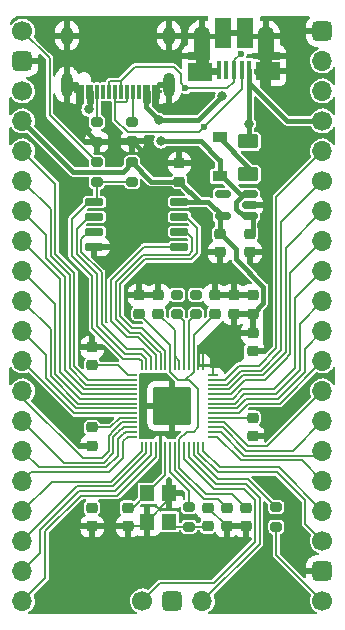
<source format=gbr>
%TF.GenerationSoftware,KiCad,Pcbnew,(6.0.1)*%
%TF.CreationDate,2022-02-13T21:58:50+09:00*%
%TF.ProjectId,yuiop2040,7975696f-7032-4303-9430-2e6b69636164,1*%
%TF.SameCoordinates,Original*%
%TF.FileFunction,Copper,L1,Top*%
%TF.FilePolarity,Positive*%
%FSLAX46Y46*%
G04 Gerber Fmt 4.6, Leading zero omitted, Abs format (unit mm)*
G04 Created by KiCad (PCBNEW (6.0.1)) date 2022-02-13 21:58:50*
%MOMM*%
%LPD*%
G01*
G04 APERTURE LIST*
G04 Aperture macros list*
%AMRoundRect*
0 Rectangle with rounded corners*
0 $1 Rounding radius*
0 $2 $3 $4 $5 $6 $7 $8 $9 X,Y pos of 4 corners*
0 Add a 4 corners polygon primitive as box body*
4,1,4,$2,$3,$4,$5,$6,$7,$8,$9,$2,$3,0*
0 Add four circle primitives for the rounded corners*
1,1,$1+$1,$2,$3*
1,1,$1+$1,$4,$5*
1,1,$1+$1,$6,$7*
1,1,$1+$1,$8,$9*
0 Add four rect primitives between the rounded corners*
20,1,$1+$1,$2,$3,$4,$5,0*
20,1,$1+$1,$4,$5,$6,$7,0*
20,1,$1+$1,$6,$7,$8,$9,0*
20,1,$1+$1,$8,$9,$2,$3,0*%
G04 Aperture macros list end*
%TA.AperFunction,SMDPad,CuDef*%
%ADD10RoundRect,0.200000X0.275000X-0.200000X0.275000X0.200000X-0.275000X0.200000X-0.275000X-0.200000X0*%
%TD*%
%TA.AperFunction,SMDPad,CuDef*%
%ADD11RoundRect,0.050000X-0.387500X-0.050000X0.387500X-0.050000X0.387500X0.050000X-0.387500X0.050000X0*%
%TD*%
%TA.AperFunction,SMDPad,CuDef*%
%ADD12RoundRect,0.050000X-0.050000X-0.387500X0.050000X-0.387500X0.050000X0.387500X-0.050000X0.387500X0*%
%TD*%
%TA.AperFunction,ComponentPad*%
%ADD13C,0.600000*%
%TD*%
%TA.AperFunction,ComponentPad*%
%ADD14C,1.200000*%
%TD*%
%TA.AperFunction,SMDPad,CuDef*%
%ADD15RoundRect,0.144000X-1.456000X-1.456000X1.456000X-1.456000X1.456000X1.456000X-1.456000X1.456000X0*%
%TD*%
%TA.AperFunction,ComponentPad*%
%ADD16C,1.700000*%
%TD*%
%TA.AperFunction,ComponentPad*%
%ADD17RoundRect,0.425000X0.425000X0.425000X-0.425000X0.425000X-0.425000X-0.425000X0.425000X-0.425000X0*%
%TD*%
%TA.AperFunction,ComponentPad*%
%ADD18O,1.700000X1.700000*%
%TD*%
%TA.AperFunction,SMDPad,CuDef*%
%ADD19RoundRect,0.225000X-0.250000X0.225000X-0.250000X-0.225000X0.250000X-0.225000X0.250000X0.225000X0*%
%TD*%
%TA.AperFunction,SMDPad,CuDef*%
%ADD20RoundRect,0.150000X0.512500X0.150000X-0.512500X0.150000X-0.512500X-0.150000X0.512500X-0.150000X0*%
%TD*%
%TA.AperFunction,ComponentPad*%
%ADD21RoundRect,0.425000X0.425000X-0.425000X0.425000X0.425000X-0.425000X0.425000X-0.425000X-0.425000X0*%
%TD*%
%TA.AperFunction,SMDPad,CuDef*%
%ADD22RoundRect,0.225000X0.250000X-0.225000X0.250000X0.225000X-0.250000X0.225000X-0.250000X-0.225000X0*%
%TD*%
%TA.AperFunction,SMDPad,CuDef*%
%ADD23R,1.200000X0.900000*%
%TD*%
%TA.AperFunction,SMDPad,CuDef*%
%ADD24RoundRect,0.200000X-0.275000X0.200000X-0.275000X-0.200000X0.275000X-0.200000X0.275000X0.200000X0*%
%TD*%
%TA.AperFunction,SMDPad,CuDef*%
%ADD25R,1.200000X1.400000*%
%TD*%
%TA.AperFunction,SMDPad,CuDef*%
%ADD26RoundRect,0.250000X-0.625000X0.375000X-0.625000X-0.375000X0.625000X-0.375000X0.625000X0.375000X0*%
%TD*%
%TA.AperFunction,SMDPad,CuDef*%
%ADD27RoundRect,0.150000X-0.650000X-0.150000X0.650000X-0.150000X0.650000X0.150000X-0.650000X0.150000X0*%
%TD*%
%TA.AperFunction,ComponentPad*%
%ADD28RoundRect,0.425000X-0.425000X-0.425000X0.425000X-0.425000X0.425000X0.425000X-0.425000X0.425000X0*%
%TD*%
%TA.AperFunction,SMDPad,CuDef*%
%ADD29R,0.400000X1.650000*%
%TD*%
%TA.AperFunction,ComponentPad*%
%ADD30O,1.350000X1.700000*%
%TD*%
%TA.AperFunction,SMDPad,CuDef*%
%ADD31R,1.430000X2.500000*%
%TD*%
%TA.AperFunction,SMDPad,CuDef*%
%ADD32R,2.000000X1.500000*%
%TD*%
%TA.AperFunction,SMDPad,CuDef*%
%ADD33R,1.350000X2.000000*%
%TD*%
%TA.AperFunction,SMDPad,CuDef*%
%ADD34R,1.825000X0.700000*%
%TD*%
%TA.AperFunction,ComponentPad*%
%ADD35O,1.100000X1.500000*%
%TD*%
%TA.AperFunction,SMDPad,CuDef*%
%ADD36R,0.300000X1.150000*%
%TD*%
%TA.AperFunction,ComponentPad*%
%ADD37O,1.000000X1.600000*%
%TD*%
%TA.AperFunction,ComponentPad*%
%ADD38O,1.000000X2.100000*%
%TD*%
%TA.AperFunction,ViaPad*%
%ADD39C,0.800000*%
%TD*%
%TA.AperFunction,ViaPad*%
%ADD40C,0.600000*%
%TD*%
%TA.AperFunction,Conductor*%
%ADD41C,0.400000*%
%TD*%
%TA.AperFunction,Conductor*%
%ADD42C,0.200000*%
%TD*%
G04 APERTURE END LIST*
D10*
%TO.P,R2,1*%
%TO.N,Net-(R2-Pad1)*%
X141400000Y-99025000D03*
%TO.P,R2,2*%
%TO.N,/USB_D-*%
X141400000Y-97375000D03*
%TD*%
D11*
%TO.P,U2,1,IOVDD*%
%TO.N,+3V3*%
X135962500Y-104200000D03*
%TO.P,U2,2,GPIO0*%
%TO.N,/GPIO0*%
X135962500Y-104600000D03*
%TO.P,U2,3,GPIO1*%
%TO.N,/GPIO1*%
X135962500Y-105000000D03*
%TO.P,U2,4,GPIO2*%
%TO.N,/GPIO2*%
X135962500Y-105400000D03*
%TO.P,U2,5,GPIO3*%
%TO.N,/GPIO3*%
X135962500Y-105800000D03*
%TO.P,U2,6,GPIO4*%
%TO.N,/GPIO4*%
X135962500Y-106200000D03*
%TO.P,U2,7,GPIO5*%
%TO.N,/GPIO5*%
X135962500Y-106600000D03*
%TO.P,U2,8,GPIO6*%
%TO.N,/GPIO6*%
X135962500Y-107000000D03*
%TO.P,U2,9,GPIO7*%
%TO.N,/GPIO7*%
X135962500Y-107400000D03*
%TO.P,U2,10,IOVDD*%
%TO.N,+3V3*%
X135962500Y-107800000D03*
%TO.P,U2,11,GPIO8*%
%TO.N,/GPIO8*%
X135962500Y-108200000D03*
%TO.P,U2,12,GPIO9*%
%TO.N,/GPIO9*%
X135962500Y-108600000D03*
%TO.P,U2,13,GPIO10*%
%TO.N,/GPIO10*%
X135962500Y-109000000D03*
%TO.P,U2,14,GPIO11*%
%TO.N,/GPIO11*%
X135962500Y-109400000D03*
D12*
%TO.P,U2,15,GPIO12*%
%TO.N,/GPIO12*%
X136800000Y-110237500D03*
%TO.P,U2,16,GPIO13*%
%TO.N,/GPIO13*%
X137200000Y-110237500D03*
%TO.P,U2,17,GPIO14*%
%TO.N,/GPIO14*%
X137600000Y-110237500D03*
%TO.P,U2,18,GPIO15*%
%TO.N,/GPIO15*%
X138000000Y-110237500D03*
%TO.P,U2,19,TESTEN*%
%TO.N,GND*%
X138400000Y-110237500D03*
%TO.P,U2,20,XIN*%
%TO.N,/XIN*%
X138800000Y-110237500D03*
%TO.P,U2,21,XOUT*%
%TO.N,/XOUT*%
X139200000Y-110237500D03*
%TO.P,U2,22,IOVDD*%
%TO.N,+3V3*%
X139600000Y-110237500D03*
%TO.P,U2,23,DVDD*%
%TO.N,+1V1*%
X140000000Y-110237500D03*
%TO.P,U2,24,SWCLK*%
%TO.N,/SWCLK*%
X140400000Y-110237500D03*
%TO.P,U2,25,SWD*%
%TO.N,/SWD*%
X140800000Y-110237500D03*
%TO.P,U2,26,RUN*%
%TO.N,/RUN*%
X141200000Y-110237500D03*
%TO.P,U2,27,GPIO16*%
%TO.N,/GPIO16*%
X141600000Y-110237500D03*
%TO.P,U2,28,GPIO17*%
%TO.N,/GPIO17*%
X142000000Y-110237500D03*
D11*
%TO.P,U2,29,GPIO18*%
%TO.N,/GPIO18*%
X142837500Y-109400000D03*
%TO.P,U2,30,GPIO19*%
%TO.N,/GPIO19*%
X142837500Y-109000000D03*
%TO.P,U2,31,GPIO20*%
%TO.N,/GPIO20*%
X142837500Y-108600000D03*
%TO.P,U2,32,GPIO21*%
%TO.N,/GPIO21*%
X142837500Y-108200000D03*
%TO.P,U2,33,IOVDD*%
%TO.N,+3V3*%
X142837500Y-107800000D03*
%TO.P,U2,34,GPIO22*%
%TO.N,/GPIO22*%
X142837500Y-107400000D03*
%TO.P,U2,35,GPIO23*%
%TO.N,/GPIO23*%
X142837500Y-107000000D03*
%TO.P,U2,36,GPIO24*%
%TO.N,/GPIO24*%
X142837500Y-106600000D03*
%TO.P,U2,37,GPIO25*%
%TO.N,/GPIO25*%
X142837500Y-106200000D03*
%TO.P,U2,38,GPIO26_ADC0*%
%TO.N,/GPIO26_ADC0*%
X142837500Y-105800000D03*
%TO.P,U2,39,GPIO27_ADC1*%
%TO.N,/GPIO27_ADC1*%
X142837500Y-105400000D03*
%TO.P,U2,40,GPIO28_ADC2*%
%TO.N,/GPIO28_ADC2*%
X142837500Y-105000000D03*
%TO.P,U2,41,GPIO29_ADC3*%
%TO.N,/GPIO29_ADC3*%
X142837500Y-104600000D03*
%TO.P,U2,42,IOVDD*%
%TO.N,+3V3*%
X142837500Y-104200000D03*
D12*
%TO.P,U2,43,ADC_AVDD*%
X142000000Y-103362500D03*
%TO.P,U2,44,VREG_IN*%
X141600000Y-103362500D03*
%TO.P,U2,45,VREG_VOUT*%
%TO.N,+1V1*%
X141200000Y-103362500D03*
%TO.P,U2,46,USB_DM*%
%TO.N,Net-(R2-Pad1)*%
X140800000Y-103362500D03*
%TO.P,U2,47,USB_DP*%
%TO.N,Net-(R1-Pad1)*%
X140400000Y-103362500D03*
%TO.P,U2,48,USB_VDD*%
%TO.N,+3V3*%
X140000000Y-103362500D03*
%TO.P,U2,49,IOVDD*%
X139600000Y-103362500D03*
%TO.P,U2,50,DVDD*%
%TO.N,+1V1*%
X139200000Y-103362500D03*
%TO.P,U2,51,QSPI_SD3*%
%TO.N,/QSPI_SD3*%
X138800000Y-103362500D03*
%TO.P,U2,52,QSPI_SCLK*%
%TO.N,/QSPI_SCLK*%
X138400000Y-103362500D03*
%TO.P,U2,53,QSPI_SD0*%
%TO.N,/QSPI_SD0*%
X138000000Y-103362500D03*
%TO.P,U2,54,QSPI_SD2*%
%TO.N,/QSPI_SD2*%
X137600000Y-103362500D03*
%TO.P,U2,55,QSPI_SD1*%
%TO.N,/QSPI_SD1*%
X137200000Y-103362500D03*
%TO.P,U2,56,QSPI_SS*%
%TO.N,/QSPI_SS*%
X136800000Y-103362500D03*
D13*
%TO.P,U2,57,GND*%
%TO.N,GND*%
X140675000Y-108075000D03*
D14*
X139400000Y-106800000D03*
D13*
X139400000Y-105525000D03*
X140675000Y-105525000D03*
X138125000Y-106800000D03*
X138125000Y-108075000D03*
X140675000Y-106800000D03*
X139400000Y-108075000D03*
X138125000Y-105525000D03*
D15*
X139400000Y-106800000D03*
%TD*%
D16*
%TO.P,J4,1,Pin_1*%
%TO.N,/RESET*%
X152100000Y-123310000D03*
D17*
%TO.P,J4,2,Pin_2*%
%TO.N,GND*%
X152100000Y-120770000D03*
D16*
%TO.P,J4,3,Pin_3*%
%TO.N,/GPIO16*%
X152100000Y-118230000D03*
D18*
%TO.P,J4,4,Pin_4*%
%TO.N,/GPIO17*%
X152100000Y-115690000D03*
%TO.P,J4,5,Pin_5*%
%TO.N,/GPIO18*%
X152100000Y-113150000D03*
%TO.P,J4,6,Pin_6*%
%TO.N,/GPIO19*%
X152100000Y-110610000D03*
%TO.P,J4,7,Pin_7*%
%TO.N,/GPIO20*%
X152100000Y-108070000D03*
%TO.P,J4,8,Pin_8*%
%TO.N,/GPIO21*%
X152100000Y-105530000D03*
%TO.P,J4,9,Pin_9*%
%TO.N,/GPIO22*%
X152100000Y-102990000D03*
%TO.P,J4,10,Pin_10*%
%TO.N,/GPIO23*%
X152100000Y-100450000D03*
%TO.P,J4,11,Pin_11*%
%TO.N,/GPIO24*%
X152100000Y-97910000D03*
%TO.P,J4,12,Pin_12*%
%TO.N,/GPIO25*%
X152100000Y-95370000D03*
%TO.P,J4,13,Pin_13*%
%TO.N,/GPIO26_ADC0*%
X152100000Y-92830000D03*
%TO.P,J4,14,Pin_14*%
%TO.N,/GPIO27_ADC1*%
X152100000Y-90290000D03*
D16*
%TO.P,J4,15,Pin_15*%
%TO.N,/GPIO28_ADC2*%
X152100000Y-87750000D03*
D18*
%TO.P,J4,16,Pin_16*%
%TO.N,/GPIO29_ADC3*%
X152100000Y-85210000D03*
D16*
%TO.P,J4,17,Pin_17*%
%TO.N,/USB_VBUS*%
X152100000Y-82670000D03*
D18*
%TO.P,J4,18,Pin_18*%
%TO.N,/USB_D-*%
X152100000Y-80130000D03*
%TO.P,J4,19,Pin_19*%
%TO.N,/USB_D+*%
X152100000Y-77590000D03*
D17*
%TO.P,J4,20,Pin_20*%
%TO.N,GND*%
X152100000Y-75050000D03*
%TD*%
D19*
%TO.P,C10,1*%
%TO.N,+3V3*%
X144000000Y-115425000D03*
%TO.P,C10,2*%
%TO.N,GND*%
X144000000Y-116975000D03*
%TD*%
%TO.P,C9,1*%
%TO.N,+3V3*%
X132600000Y-108625000D03*
%TO.P,C9,2*%
%TO.N,GND*%
X132600000Y-110175000D03*
%TD*%
%TO.P,C11,1*%
%TO.N,+3V3*%
X146200000Y-107825000D03*
%TO.P,C11,2*%
%TO.N,GND*%
X146200000Y-109375000D03*
%TD*%
D10*
%TO.P,R1,1*%
%TO.N,Net-(R1-Pad1)*%
X139800000Y-99025000D03*
%TO.P,R1,2*%
%TO.N,/USB_D+*%
X139800000Y-97375000D03*
%TD*%
D20*
%TO.P,U1,1,IN*%
%TO.N,/VSYS*%
X145937500Y-90750000D03*
%TO.P,U1,2,GND*%
%TO.N,GND*%
X145937500Y-89800000D03*
%TO.P,U1,3,EN*%
%TO.N,/VSYS*%
X145937500Y-88850000D03*
%TO.P,U1,4,BP*%
%TO.N,unconnected-(U1-Pad4)*%
X143662500Y-88850000D03*
%TO.P,U1,5,OUT*%
%TO.N,+3V3*%
X143662500Y-90750000D03*
%TD*%
D16*
%TO.P,J5,1,Pin_1*%
%TO.N,/SWCLK*%
X136860000Y-123310000D03*
D21*
%TO.P,J5,2,Pin_2*%
%TO.N,GND*%
X139400000Y-123310000D03*
D18*
%TO.P,J5,3,Pin_3*%
%TO.N,/SWD*%
X141940000Y-123310000D03*
%TD*%
D22*
%TO.P,C4,1*%
%TO.N,GND*%
X135600000Y-116975000D03*
%TO.P,C4,2*%
%TO.N,/XIN*%
X135600000Y-115425000D03*
%TD*%
D23*
%TO.P,DS1,1,K*%
%TO.N,/VSYS*%
X143400000Y-87350000D03*
%TO.P,DS1,2,A*%
%TO.N,Net-(DS1-Pad2)*%
X143400000Y-84050000D03*
%TD*%
D19*
%TO.P,C15,1*%
%TO.N,+1V1*%
X145600000Y-115425000D03*
%TO.P,C15,2*%
%TO.N,GND*%
X145600000Y-116975000D03*
%TD*%
D24*
%TO.P,R31,1*%
%TO.N,Net-(J2-PadA5)*%
X136000000Y-82750000D03*
%TO.P,R31,2*%
%TO.N,GND*%
X136000000Y-84400000D03*
%TD*%
D19*
%TO.P,C3,1*%
%TO.N,+3V3*%
X132600000Y-115425000D03*
%TO.P,C3,2*%
%TO.N,GND*%
X132600000Y-116975000D03*
%TD*%
D25*
%TO.P,Y1,1,1*%
%TO.N,/XIN*%
X137250000Y-114200000D03*
%TO.P,Y1,2,2*%
%TO.N,GND*%
X137250000Y-116600000D03*
%TO.P,Y1,3,3*%
%TO.N,Net-(C5-Pad2)*%
X139150000Y-116600000D03*
%TO.P,Y1,4,4*%
%TO.N,GND*%
X139150000Y-114200000D03*
%TD*%
D24*
%TO.P,R32,1*%
%TO.N,Net-(J2-PadB5)*%
X133000000Y-82775000D03*
%TO.P,R32,2*%
%TO.N,GND*%
X133000000Y-84425000D03*
%TD*%
D19*
%TO.P,C12,1*%
%TO.N,+3V3*%
X146200000Y-100625000D03*
%TO.P,C12,2*%
%TO.N,GND*%
X146200000Y-102175000D03*
%TD*%
%TO.P,C1,1*%
%TO.N,/VSYS*%
X146000000Y-92225000D03*
%TO.P,C1,2*%
%TO.N,GND*%
X146000000Y-93775000D03*
%TD*%
D26*
%TO.P,F1,1*%
%TO.N,/USB_VBUS*%
X145800000Y-84400000D03*
%TO.P,F1,2*%
%TO.N,Net-(DS1-Pad2)*%
X145800000Y-87200000D03*
%TD*%
D22*
%TO.P,C7,1*%
%TO.N,+1V1*%
X143000000Y-98975000D03*
%TO.P,C7,2*%
%TO.N,GND*%
X143000000Y-97425000D03*
%TD*%
%TO.P,C14,1*%
%TO.N,+3V3*%
X138200000Y-98975000D03*
%TO.P,C14,2*%
%TO.N,GND*%
X138200000Y-97425000D03*
%TD*%
D24*
%TO.P,R5,1*%
%TO.N,/BOOTSEL*%
X133000000Y-86175000D03*
%TO.P,R5,2*%
%TO.N,/QSPI_SS*%
X133000000Y-87825000D03*
%TD*%
D22*
%TO.P,C6,1*%
%TO.N,+3V3*%
X144600000Y-98975000D03*
%TO.P,C6,2*%
%TO.N,GND*%
X144600000Y-97425000D03*
%TD*%
D27*
%TO.P,U3,1,~{CS}*%
%TO.N,/QSPI_SS*%
X132800000Y-89520000D03*
%TO.P,U3,2,DO(IO1)*%
%TO.N,/QSPI_SD1*%
X132800000Y-90790000D03*
%TO.P,U3,3,IO2*%
%TO.N,/QSPI_SD2*%
X132800000Y-92060000D03*
%TO.P,U3,4,GND*%
%TO.N,GND*%
X132800000Y-93330000D03*
%TO.P,U3,5,DI(IO0)*%
%TO.N,/QSPI_SD0*%
X140000000Y-93330000D03*
%TO.P,U3,6,CLK*%
%TO.N,/QSPI_SCLK*%
X140000000Y-92060000D03*
%TO.P,U3,7,IO3*%
%TO.N,/QSPI_SD3*%
X140000000Y-90790000D03*
%TO.P,U3,8,VCC*%
%TO.N,+3V3*%
X140000000Y-89520000D03*
%TD*%
D22*
%TO.P,C16,1*%
%TO.N,+1V1*%
X136600000Y-98975000D03*
%TO.P,C16,2*%
%TO.N,GND*%
X136600000Y-97425000D03*
%TD*%
D10*
%TO.P,R3,1*%
%TO.N,Net-(C5-Pad2)*%
X140800000Y-117025000D03*
%TO.P,R3,2*%
%TO.N,/XOUT*%
X140800000Y-115375000D03*
%TD*%
D22*
%TO.P,C13,1*%
%TO.N,+3V3*%
X146200000Y-98975000D03*
%TO.P,C13,2*%
%TO.N,GND*%
X146200000Y-97425000D03*
%TD*%
D16*
%TO.P,J3,1,Pin_1*%
%TO.N,/BOOTSEL*%
X126700000Y-75050000D03*
D28*
%TO.P,J3,2,Pin_2*%
%TO.N,GND*%
X126700000Y-77590000D03*
D16*
%TO.P,J3,3,Pin_3*%
%TO.N,/VSYS*%
X126700000Y-80130000D03*
D18*
%TO.P,J3,4,Pin_4*%
%TO.N,+3V3*%
X126700000Y-82670000D03*
%TO.P,J3,5,Pin_5*%
%TO.N,/GPIO0*%
X126700000Y-85210000D03*
%TO.P,J3,6,Pin_6*%
%TO.N,/GPIO1*%
X126700000Y-87750000D03*
%TO.P,J3,7,Pin_7*%
%TO.N,/GPIO2*%
X126700000Y-90290000D03*
%TO.P,J3,8,Pin_8*%
%TO.N,/GPIO3*%
X126700000Y-92830000D03*
%TO.P,J3,9,Pin_9*%
%TO.N,/GPIO4*%
X126700000Y-95370000D03*
%TO.P,J3,10,Pin_10*%
%TO.N,/GPIO5*%
X126700000Y-97910000D03*
%TO.P,J3,11,Pin_11*%
%TO.N,/GPIO6*%
X126700000Y-100450000D03*
%TO.P,J3,12,Pin_12*%
%TO.N,/GPIO7*%
X126700000Y-102990000D03*
%TO.P,J3,13,Pin_13*%
%TO.N,/GPIO8*%
X126700000Y-105530000D03*
%TO.P,J3,14,Pin_14*%
%TO.N,/GPIO9*%
X126700000Y-108070000D03*
%TO.P,J3,15,Pin_15*%
%TO.N,/GPIO10*%
X126700000Y-110610000D03*
%TO.P,J3,16,Pin_16*%
%TO.N,/GPIO11*%
X126700000Y-113150000D03*
%TO.P,J3,17,Pin_17*%
%TO.N,/GPIO12*%
X126700000Y-115690000D03*
%TO.P,J3,18,Pin_18*%
%TO.N,/GPIO13*%
X126700000Y-118230000D03*
%TO.P,J3,19,Pin_19*%
%TO.N,/GPIO14*%
X126700000Y-120770000D03*
%TO.P,J3,20,Pin_20*%
%TO.N,/GPIO15*%
X126700000Y-123310000D03*
%TD*%
D19*
%TO.P,C2,1*%
%TO.N,+3V3*%
X143400000Y-92225000D03*
%TO.P,C2,2*%
%TO.N,GND*%
X143400000Y-93775000D03*
%TD*%
%TO.P,C5,1*%
%TO.N,GND*%
X142400000Y-115425000D03*
%TO.P,C5,2*%
%TO.N,Net-(C5-Pad2)*%
X142400000Y-116975000D03*
%TD*%
D29*
%TO.P,J1,1,VBUS*%
%TO.N,/USB_VBUS*%
X145925000Y-78365000D03*
%TO.P,J1,2,D-*%
%TO.N,/USB_D-*%
X145275000Y-78365000D03*
%TO.P,J1,3,D+*%
%TO.N,/USB_D+*%
X144625000Y-78365000D03*
%TO.P,J1,4,ID*%
%TO.N,unconnected-(J1-Pad4)*%
X143975000Y-78365000D03*
%TO.P,J1,5,GND*%
%TO.N,GND*%
X143325000Y-78365000D03*
D30*
%TO.P,J1,6,Shield*%
X141895000Y-75485000D03*
D31*
X145585000Y-75215000D03*
D32*
X141725000Y-78485000D03*
D33*
X147355000Y-76415000D03*
D31*
X143665000Y-75215000D03*
D32*
X147475000Y-78465000D03*
D33*
X141875000Y-76415000D03*
D34*
X141625000Y-77165000D03*
D35*
X142205000Y-78485000D03*
D34*
X147575000Y-77165000D03*
D35*
X147045000Y-78485000D03*
D30*
X147355000Y-75485000D03*
%TD*%
D36*
%TO.P,J2,A1,GND*%
%TO.N,GND*%
X138150000Y-80185000D03*
%TO.P,J2,A4,VBUS*%
%TO.N,/USB_VBUS*%
X137350000Y-80185000D03*
%TO.P,J2,A5,CC1*%
%TO.N,Net-(J2-PadA5)*%
X136050000Y-80185000D03*
%TO.P,J2,A6,D+*%
%TO.N,/USB_D+*%
X135050000Y-80185000D03*
%TO.P,J2,A7,D-*%
%TO.N,/USB_D-*%
X134550000Y-80185000D03*
%TO.P,J2,A8,SBU1*%
%TO.N,unconnected-(J2-PadA8)*%
X133550000Y-80185000D03*
%TO.P,J2,A9,VBUS*%
%TO.N,/USB_VBUS*%
X132250000Y-80185000D03*
%TO.P,J2,A12,GND*%
%TO.N,GND*%
X131450000Y-80185000D03*
%TO.P,J2,B1,GND*%
X131750000Y-80185000D03*
%TO.P,J2,B4,VBUS*%
%TO.N,/USB_VBUS*%
X132550000Y-80185000D03*
%TO.P,J2,B5,CC2*%
%TO.N,Net-(J2-PadB5)*%
X133050000Y-80185000D03*
%TO.P,J2,B6,D+*%
%TO.N,/USB_D+*%
X134050000Y-80185000D03*
%TO.P,J2,B7,D-*%
%TO.N,/USB_D-*%
X135550000Y-80185000D03*
%TO.P,J2,B8,SBU2*%
%TO.N,unconnected-(J2-PadB8)*%
X136550000Y-80185000D03*
%TO.P,J2,B9,VBUS*%
%TO.N,/USB_VBUS*%
X137050000Y-80185000D03*
%TO.P,J2,B12,GND*%
%TO.N,GND*%
X137850000Y-80185000D03*
D37*
%TO.P,J2,S1,SHIELD*%
X130480000Y-75440000D03*
X139120000Y-75440000D03*
D38*
X139120000Y-79620000D03*
X130480000Y-79620000D03*
%TD*%
D22*
%TO.P,C8,1*%
%TO.N,+3V3*%
X132600000Y-103375000D03*
%TO.P,C8,2*%
%TO.N,GND*%
X132600000Y-101825000D03*
%TD*%
%TO.P,C17,1*%
%TO.N,+3V3*%
X140000000Y-87800000D03*
%TO.P,C17,2*%
%TO.N,GND*%
X140000000Y-86250000D03*
%TD*%
D10*
%TO.P,R6,1*%
%TO.N,/RESET*%
X148200000Y-117025000D03*
%TO.P,R6,2*%
%TO.N,/RUN*%
X148200000Y-115375000D03*
%TD*%
%TO.P,R4,1*%
%TO.N,/QSPI_SS*%
X136000000Y-87825000D03*
%TO.P,R4,2*%
%TO.N,+3V3*%
X136000000Y-86175000D03*
%TD*%
D39*
%TO.N,/VSYS*%
X138400000Y-84400000D03*
D40*
%TO.N,GND*%
X147600000Y-108600000D03*
X145600000Y-89800000D03*
X131200000Y-109400000D03*
X146200000Y-97400000D03*
X132600000Y-101800000D03*
%TO.N,+3V3*%
X132600000Y-103375000D03*
X132600000Y-108625000D03*
X144000000Y-115425000D03*
X132600000Y-115400000D03*
X146200000Y-100600000D03*
X146200000Y-107825000D03*
X138206250Y-98993750D03*
D39*
%TO.N,/USB_VBUS*%
X132300000Y-81700000D03*
X143600000Y-80600000D03*
X145900000Y-82900000D03*
X138300000Y-82600000D03*
D40*
%TO.N,/USB_D-*%
X142100000Y-83200000D03*
X141400000Y-97375000D03*
%TO.N,/USB_D+*%
X140500000Y-79900000D03*
X145200000Y-76964502D03*
X139800000Y-97375000D03*
%TD*%
D41*
%TO.N,/VSYS*%
X145937500Y-88850000D02*
X145447862Y-88850000D01*
X143400000Y-86000000D02*
X143300000Y-85900000D01*
X143702138Y-87450000D02*
X143400000Y-87450000D01*
X143300000Y-85900000D02*
X141800000Y-84400000D01*
X146200000Y-91012500D02*
X146200000Y-92225000D01*
X145102138Y-88850000D02*
X143702138Y-87450000D01*
X145447862Y-90750000D02*
X145937500Y-90750000D01*
X145447862Y-88850000D02*
X144800000Y-89497862D01*
X145937500Y-88850000D02*
X145102138Y-88850000D01*
X144800000Y-90102138D02*
X145447862Y-90750000D01*
X143400000Y-87350000D02*
X143400000Y-86000000D01*
X145937500Y-90750000D02*
X146200000Y-91012500D01*
X144800000Y-89497862D02*
X144800000Y-90102138D01*
X141800000Y-84400000D02*
X138400000Y-84400000D01*
%TO.N,GND*%
X131450000Y-82875000D02*
X133000000Y-84425000D01*
D42*
X139150000Y-114200000D02*
X139150000Y-114700000D01*
D41*
X147355000Y-75485000D02*
X145855000Y-75485000D01*
X143395000Y-75485000D02*
X143665000Y-75215000D01*
X141895000Y-75485000D02*
X143395000Y-75485000D01*
X131450000Y-80185000D02*
X131450000Y-82875000D01*
D42*
X137250000Y-116600000D02*
X136875000Y-116975000D01*
D41*
X133000000Y-84425000D02*
X135975000Y-84425000D01*
D42*
X142450000Y-115425000D02*
X144000000Y-116975000D01*
X139150000Y-114700000D02*
X137250000Y-116600000D01*
X142400000Y-115425000D02*
X142450000Y-115425000D01*
D41*
X131450000Y-80185000D02*
X131699991Y-80185000D01*
X137850000Y-86250000D02*
X140000000Y-86250000D01*
X135975000Y-84425000D02*
X136000000Y-84400000D01*
X145855000Y-75485000D02*
X145585000Y-75215000D01*
X130480000Y-79620000D02*
X130885000Y-79620000D01*
D42*
X136875000Y-116975000D02*
X135600000Y-116975000D01*
D41*
X130885000Y-79620000D02*
X131450000Y-80185000D01*
X136000000Y-84400000D02*
X137850000Y-86250000D01*
D42*
X144000000Y-116975000D02*
X145600000Y-116975000D01*
D41*
%TO.N,+3V3*%
X140000000Y-87800000D02*
X141720000Y-89520000D01*
D42*
X139600000Y-102600000D02*
X139600000Y-100387500D01*
D41*
X143400000Y-91012500D02*
X143400000Y-92225000D01*
X135200480Y-86974520D02*
X131004520Y-86974520D01*
D42*
X142837500Y-107800000D02*
X146175000Y-107800000D01*
X135600000Y-104200000D02*
X134775000Y-103375000D01*
X132600000Y-108625000D02*
X134110687Y-108625000D01*
X142075480Y-114675480D02*
X143250480Y-114675480D01*
X143250480Y-114675480D02*
X144000000Y-115425000D01*
D41*
X143400000Y-92225000D02*
X143525000Y-92225000D01*
D42*
X134935687Y-107800000D02*
X135962500Y-107800000D01*
X139600000Y-103362500D02*
X139600000Y-102600000D01*
X139600000Y-112200000D02*
X142075480Y-114675480D01*
X140000000Y-103000000D02*
X139600000Y-102600000D01*
D41*
X143662500Y-90750000D02*
X142432500Y-89520000D01*
X142432500Y-89520000D02*
X140000000Y-89520000D01*
X141720000Y-89520000D02*
X142432500Y-89520000D01*
X136000000Y-86175000D02*
X135200480Y-86974520D01*
X144800000Y-93500000D02*
X144800000Y-94400000D01*
X144800000Y-94400000D02*
X147100000Y-96700000D01*
D42*
X138200000Y-98987500D02*
X138200000Y-98975000D01*
D41*
X131004520Y-86974520D02*
X126700000Y-82670000D01*
D42*
X139600000Y-110237500D02*
X139600000Y-112200000D01*
D41*
X143662500Y-90750000D02*
X143400000Y-91012500D01*
X137625000Y-87800000D02*
X140000000Y-87800000D01*
D42*
X146175000Y-107800000D02*
X146200000Y-107825000D01*
X138206250Y-98993750D02*
X138200000Y-98987500D01*
D41*
X147100000Y-96700000D02*
X147100000Y-98075000D01*
D42*
X134775000Y-103375000D02*
X132600000Y-103375000D01*
X140000000Y-103362500D02*
X140000000Y-103000000D01*
D41*
X143525000Y-92225000D02*
X144800000Y-93500000D01*
D42*
X139600000Y-100387500D02*
X138206250Y-98993750D01*
D41*
X147100000Y-98075000D02*
X146200000Y-98975000D01*
D42*
X135962500Y-104200000D02*
X135600000Y-104200000D01*
D41*
X136000000Y-86175000D02*
X137625000Y-87800000D01*
D42*
X134110687Y-108625000D02*
X134935687Y-107800000D01*
%TO.N,/XIN*%
X138800000Y-112650000D02*
X137250000Y-114200000D01*
X135600000Y-115425000D02*
X136025000Y-115425000D01*
X136025000Y-115425000D02*
X137250000Y-114200000D01*
X138800000Y-110237500D02*
X138800000Y-112650000D01*
%TO.N,Net-(C5-Pad2)*%
X140800000Y-117025000D02*
X142350000Y-117025000D01*
X142350000Y-117025000D02*
X142400000Y-116975000D01*
X139575000Y-117025000D02*
X140800000Y-117025000D01*
X139150000Y-116600000D02*
X139575000Y-117025000D01*
%TO.N,+1V1*%
X141200000Y-103894295D02*
X141200000Y-103362500D01*
X141200000Y-109000000D02*
X140604727Y-109000000D01*
X139200000Y-103362500D02*
X139200000Y-101600000D01*
X142240966Y-114275960D02*
X144450960Y-114275960D01*
X136600000Y-99000000D02*
X136600000Y-98975000D01*
X144450960Y-114275960D02*
X145600000Y-115425000D01*
X140604727Y-109000000D02*
X140000000Y-109604727D01*
X141600000Y-105400000D02*
X141600000Y-108600000D01*
X140494295Y-104600000D02*
X141200000Y-103894295D01*
X139200000Y-103894295D02*
X139905705Y-104600000D01*
X139200000Y-101600000D02*
X136600000Y-99000000D01*
X139200000Y-103362500D02*
X139200000Y-103894295D01*
X140200000Y-104600000D02*
X140800000Y-104600000D01*
X140200000Y-104600000D02*
X140494295Y-104600000D01*
X140800000Y-104600000D02*
X141600000Y-105400000D01*
X140000000Y-112034994D02*
X142240966Y-114275960D01*
X141200000Y-100775000D02*
X143000000Y-98975000D01*
X139905705Y-104600000D02*
X140200000Y-104600000D01*
X141200000Y-103362500D02*
X141200000Y-100775000D01*
X140000000Y-109604727D02*
X140000000Y-110237500D01*
X140000000Y-110237500D02*
X140000000Y-112034994D01*
X141600000Y-108600000D02*
X141200000Y-109000000D01*
D41*
%TO.N,Net-(DS1-Pad2)*%
X145800000Y-86550000D02*
X143400000Y-84150000D01*
X145800000Y-87200000D02*
X145800000Y-86550000D01*
%TO.N,/USB_VBUS*%
X149120000Y-82670000D02*
X145925000Y-79475000D01*
X152100000Y-82670000D02*
X149120000Y-82670000D01*
X132400000Y-81200000D02*
X132299511Y-81099511D01*
X132500489Y-81099511D02*
X132500489Y-80185000D01*
X145925000Y-78365000D02*
X145925000Y-79475000D01*
X132400000Y-81600000D02*
X132300000Y-81700000D01*
X145925000Y-79475000D02*
X145925000Y-82875000D01*
X132400000Y-81200000D02*
X132500489Y-81099511D01*
X137200000Y-81100000D02*
X137300489Y-80999511D01*
X137200000Y-81100000D02*
X137200000Y-81500000D01*
X145900000Y-82900000D02*
X145900000Y-84300000D01*
X141600000Y-82600000D02*
X143600000Y-80600000D01*
X137200000Y-81500000D02*
X138300000Y-82600000D01*
X145900000Y-84300000D02*
X145800000Y-84400000D01*
X137300489Y-80999511D02*
X137300489Y-80185000D01*
X137200000Y-81100000D02*
X137099511Y-80999511D01*
X132299511Y-81099511D02*
X132299511Y-80185000D01*
X145925000Y-82875000D02*
X145900000Y-82900000D01*
X132400000Y-81300000D02*
X132400000Y-81600000D01*
X137099511Y-80999511D02*
X137099511Y-80185000D01*
X132400000Y-81200000D02*
X132400000Y-81300000D01*
X138300000Y-82600000D02*
X141600000Y-82600000D01*
D42*
%TO.N,/USB_D-*%
X134550000Y-82550000D02*
X134550000Y-80185000D01*
X141632502Y-83600000D02*
X142166251Y-83066251D01*
X135550000Y-80185000D02*
X135550000Y-81009022D01*
X134550000Y-81009022D02*
X134550000Y-80185000D01*
X138566783Y-83600000D02*
X135600000Y-83600000D01*
X142166251Y-83066251D02*
X145275000Y-79957503D01*
X135499511Y-81059511D02*
X134600489Y-81059511D01*
X145275000Y-79957503D02*
X145275000Y-78365000D01*
X142100000Y-83132503D02*
X142166251Y-83066251D01*
X142100000Y-83200000D02*
X142100000Y-83132503D01*
X135600000Y-83600000D02*
X134550000Y-82550000D01*
X138566783Y-83600000D02*
X141632502Y-83600000D01*
X135550000Y-81009022D02*
X135499511Y-81059511D01*
X134600489Y-81059511D02*
X134550000Y-81009022D01*
%TO.N,/USB_D+*%
X140100000Y-78700000D02*
X139500000Y-78100000D01*
X144625000Y-79339022D02*
X144625000Y-78365000D01*
X140100000Y-79500000D02*
X140100000Y-78700000D01*
X134050000Y-79360978D02*
X134100489Y-79310489D01*
X144064022Y-79900000D02*
X144625000Y-79339022D01*
X140500000Y-79900000D02*
X140100000Y-79500000D01*
X144625000Y-78365000D02*
X144625000Y-77539502D01*
X134050000Y-80185000D02*
X134050000Y-79360978D01*
X135050000Y-79350000D02*
X135050000Y-80185000D01*
X136220978Y-78100000D02*
X135010489Y-79310489D01*
X134100489Y-79310489D02*
X135010489Y-79310489D01*
X135010489Y-79310489D02*
X135050000Y-79350000D01*
X144625000Y-77539502D02*
X145200000Y-76964502D01*
X140500000Y-79900000D02*
X144064022Y-79900000D01*
X139500000Y-78100000D02*
X136220978Y-78100000D01*
%TO.N,Net-(J2-PadA5)*%
X136050000Y-82700000D02*
X136050000Y-80185000D01*
X136000000Y-82750000D02*
X136050000Y-82700000D01*
%TO.N,Net-(J2-PadB5)*%
X133050000Y-82725000D02*
X133050000Y-80185000D01*
X133000000Y-82775000D02*
X133050000Y-82725000D01*
%TO.N,Net-(R1-Pad1)*%
X140400000Y-103362500D02*
X140400000Y-99625000D01*
X140400000Y-99625000D02*
X139800000Y-99025000D01*
%TO.N,Net-(R2-Pad1)*%
X140800000Y-103362500D02*
X140800000Y-99625000D01*
X140800000Y-99625000D02*
X141400000Y-99025000D01*
%TO.N,/XOUT*%
X139200000Y-110237500D02*
X139200000Y-112400000D01*
X139200000Y-112400000D02*
X140800000Y-114000000D01*
X140800000Y-114000000D02*
X140800000Y-115375000D01*
%TO.N,/QSPI_SS*%
X132600000Y-95830012D02*
X130901442Y-94131454D01*
X136800000Y-103362500D02*
X136800000Y-103000000D01*
X130901442Y-94131454D02*
X130901442Y-90948558D01*
X133000000Y-89320000D02*
X133000000Y-87825000D01*
X133000000Y-87825000D02*
X136000000Y-87825000D01*
X132800000Y-89520000D02*
X133000000Y-89320000D01*
X132600000Y-100200000D02*
X132600000Y-95830012D01*
X130901442Y-90948558D02*
X132330000Y-89520000D01*
X136800000Y-103000000D02*
X136600000Y-102800000D01*
X136600000Y-102800000D02*
X135200000Y-102800000D01*
X135200000Y-102800000D02*
X132600000Y-100200000D01*
X132330000Y-89520000D02*
X132800000Y-89520000D01*
%TO.N,/RUN*%
X145825000Y-113000000D02*
X148200000Y-115375000D01*
X143265699Y-113000000D02*
X145825000Y-113000000D01*
X141200000Y-110237500D02*
X141200000Y-110934301D01*
X141200000Y-110934301D02*
X143265699Y-113000000D01*
%TO.N,/GPIO0*%
X129499040Y-88009040D02*
X126700000Y-85210000D01*
X129499040Y-93934022D02*
X129499040Y-88009040D01*
X131100000Y-95534982D02*
X129499040Y-93934022D01*
X132265042Y-104600000D02*
X131100000Y-103434958D01*
X135962500Y-104600000D02*
X132265042Y-104600000D01*
X131100000Y-103434958D02*
X131100000Y-95534982D01*
%TO.N,/GPIO1*%
X132100036Y-105000000D02*
X130698560Y-103598524D01*
X130698558Y-95698546D02*
X129099520Y-94099508D01*
X129099520Y-94099508D02*
X129099520Y-90149520D01*
X135962500Y-105000000D02*
X132100036Y-105000000D01*
X129099520Y-90149520D02*
X126700000Y-87750000D01*
X130698560Y-103598524D02*
X130698558Y-95698546D01*
%TO.N,/GPIO2*%
X130299040Y-103764010D02*
X130299039Y-95864033D01*
X135962500Y-105400000D02*
X131935030Y-105400000D01*
X128700000Y-92300000D02*
X126700000Y-90300000D01*
X128700000Y-94264994D02*
X128700000Y-92300000D01*
X131935030Y-105400000D02*
X130299040Y-103764010D01*
X130299039Y-95864033D02*
X128700000Y-94264994D01*
X126700000Y-90300000D02*
X126700000Y-90290000D01*
%TO.N,/GPIO3*%
X131770024Y-105800000D02*
X129899520Y-103929496D01*
X135962500Y-105800000D02*
X131770024Y-105800000D01*
X129899520Y-96029520D02*
X126700000Y-92830000D01*
X129899520Y-103929496D02*
X129899520Y-96029520D01*
%TO.N,/GPIO4*%
X135962500Y-106200000D02*
X131605018Y-106200000D01*
X129500000Y-104094982D02*
X129500000Y-98170000D01*
X131605018Y-106200000D02*
X129500000Y-104094982D01*
X129500000Y-98170000D02*
X126700000Y-95370000D01*
%TO.N,/GPIO5*%
X135962500Y-106600000D02*
X131440012Y-106600000D01*
X129099520Y-104259508D02*
X129099520Y-100309520D01*
X129099520Y-100309520D02*
X126700000Y-97910000D01*
X131440012Y-106600000D02*
X129099520Y-104259508D01*
%TO.N,/GPIO6*%
X131275006Y-107000000D02*
X128700000Y-104424994D01*
X135962500Y-107000000D02*
X131275006Y-107000000D01*
X128700000Y-104424994D02*
X128700000Y-102450000D01*
X128700000Y-102450000D02*
X126700000Y-100450000D01*
%TO.N,/GPIO7*%
X131110000Y-107400000D02*
X135962500Y-107400000D01*
X126700000Y-102990000D02*
X131110000Y-107400000D01*
%TO.N,/GPIO8*%
X134426442Y-108874251D02*
X134426442Y-108878540D01*
X134001440Y-110598560D02*
X133400000Y-111200000D01*
X135962500Y-108200000D02*
X135100693Y-108200000D01*
X133400000Y-111200000D02*
X131800000Y-111200000D01*
X134426442Y-108878540D02*
X134001440Y-109303542D01*
X131800000Y-111200000D02*
X126700000Y-106100000D01*
X135100693Y-108200000D02*
X134426442Y-108874251D01*
X126700000Y-106100000D02*
X126700000Y-105530000D01*
X134001440Y-109303542D02*
X134001440Y-110598560D01*
%TO.N,/GPIO9*%
X134400960Y-110799040D02*
X133600000Y-111600000D01*
X133600000Y-111600000D02*
X130230000Y-111600000D01*
X134825961Y-109044027D02*
X134400960Y-109469028D01*
X135962500Y-108600000D02*
X135265699Y-108600000D01*
X134400960Y-109469028D02*
X134400960Y-110799040D01*
X134825961Y-109039738D02*
X134825961Y-109044027D01*
X135265699Y-108600000D02*
X134825961Y-109039738D01*
X130230000Y-111600000D02*
X126700000Y-108070000D01*
%TO.N,/GPIO10*%
X135962500Y-109000000D02*
X135430705Y-109000000D01*
X133800000Y-112000000D02*
X128090000Y-112000000D01*
X134800480Y-110999520D02*
X133800000Y-112000000D01*
X135225480Y-109205225D02*
X135225480Y-109209514D01*
X135430705Y-109000000D02*
X135225480Y-109205225D01*
X135225480Y-109209514D02*
X134800480Y-109634514D01*
X134800480Y-109634514D02*
X134800480Y-110999520D01*
X128090000Y-112000000D02*
X126700000Y-110610000D01*
%TO.N,/GPIO11*%
X135600000Y-109400000D02*
X135200000Y-109800000D01*
X135200000Y-111200000D02*
X134000000Y-112400000D01*
X135200000Y-109800000D02*
X135200000Y-111200000D01*
X127450000Y-112400000D02*
X126700000Y-113150000D01*
X134000000Y-112400000D02*
X127450000Y-112400000D01*
X135962500Y-109400000D02*
X135600000Y-109400000D01*
%TO.N,/GPIO12*%
X136800000Y-110237500D02*
X136800000Y-110600000D01*
X134199520Y-113200480D02*
X129189520Y-113200480D01*
X129189520Y-113200480D02*
X126700000Y-115690000D01*
X136800000Y-110600000D02*
X134199520Y-113200480D01*
%TO.N,/GPIO13*%
X137200000Y-110237500D02*
X137200000Y-110769295D01*
X134369295Y-113600000D02*
X131330000Y-113600000D01*
X137200000Y-110769295D02*
X134369295Y-113600000D01*
X131330000Y-113600000D02*
X126700000Y-118230000D01*
%TO.N,/GPIO14*%
X128200000Y-117295006D02*
X131495006Y-114000000D01*
X126700000Y-120770000D02*
X128200000Y-119270000D01*
X134534301Y-114000000D02*
X137600000Y-110934301D01*
X128200000Y-119270000D02*
X128200000Y-117295006D01*
X131495006Y-114000000D02*
X134534301Y-114000000D01*
X137600000Y-110934301D02*
X137600000Y-110237500D01*
%TO.N,/GPIO15*%
X128630006Y-117430006D02*
X131660012Y-114400000D01*
X134699307Y-114400000D02*
X138000000Y-111099307D01*
X128630006Y-121379994D02*
X128630006Y-117430006D01*
X131660012Y-114400000D02*
X134699307Y-114400000D01*
X138000000Y-111099307D02*
X138000000Y-110237500D01*
X126700000Y-123310000D02*
X128630006Y-121379994D01*
%TO.N,/SWCLK*%
X146400000Y-114765006D02*
X145434994Y-113800000D01*
X136860000Y-123310000D02*
X138370000Y-121800000D01*
X146400000Y-118284994D02*
X146400000Y-114765006D01*
X140400000Y-111264313D02*
X140400000Y-110237500D01*
X142935687Y-113800000D02*
X140400000Y-111264313D01*
X142884994Y-121800000D02*
X146400000Y-118284994D01*
X138370000Y-121800000D02*
X142884994Y-121800000D01*
X145434994Y-113800000D02*
X142935687Y-113800000D01*
%TO.N,/SWD*%
X146799520Y-114599520D02*
X146799520Y-118450480D01*
X143100693Y-113400000D02*
X145600000Y-113400000D01*
X140800000Y-110237500D02*
X140800000Y-111099307D01*
X140800000Y-111099307D02*
X143100693Y-113400000D01*
X146799520Y-118450480D02*
X141940000Y-123310000D01*
X145600000Y-113400000D02*
X146799520Y-114599520D01*
%TO.N,/GPIO16*%
X150650000Y-116780000D02*
X152100000Y-118230000D01*
X148244994Y-112400000D02*
X150650000Y-114805006D01*
X150650000Y-114805006D02*
X150650000Y-116780000D01*
X141600000Y-110237500D02*
X141600000Y-110769295D01*
X143230705Y-112400000D02*
X148244994Y-112400000D01*
X141600000Y-110769295D02*
X143230705Y-112400000D01*
%TO.N,/GPIO17*%
X141999520Y-110237980D02*
X141999520Y-110600000D01*
X146999520Y-112000480D02*
X147000000Y-112000000D01*
X147000000Y-112000000D02*
X148410000Y-112000000D01*
X148410000Y-112000000D02*
X152100000Y-115690000D01*
X143400000Y-112000480D02*
X146999520Y-112000480D01*
X142000000Y-110237500D02*
X141999520Y-110237980D01*
X141999520Y-110600000D02*
X143400000Y-112000480D01*
%TO.N,/GPIO18*%
X146999038Y-111399038D02*
X147299038Y-111399038D01*
X143200000Y-109400000D02*
X145199038Y-111399038D01*
X142837500Y-109400000D02*
X143200000Y-109400000D01*
X150349038Y-111399038D02*
X152100000Y-113150000D01*
X146999038Y-111399038D02*
X147000000Y-111400000D01*
X145199038Y-111399038D02*
X147299038Y-111399038D01*
X147299038Y-111399038D02*
X150349038Y-111399038D01*
%TO.N,/GPIO19*%
X151710481Y-110999519D02*
X152100000Y-110610000D01*
X142837500Y-109000000D02*
X143478205Y-109000000D01*
X145477724Y-110999519D02*
X151710481Y-110999519D01*
X143478205Y-109000000D02*
X145477724Y-110999519D01*
%TO.N,/GPIO20*%
X149570000Y-110600000D02*
X152100000Y-108070000D01*
X143643211Y-108600000D02*
X145643211Y-110600000D01*
X145643211Y-110600000D02*
X149570000Y-110600000D01*
X142837500Y-108600000D02*
X143643211Y-108600000D01*
%TO.N,/GPIO21*%
X145808217Y-110200000D02*
X147430000Y-110200000D01*
X147430000Y-110200000D02*
X152100000Y-105530000D01*
X142837500Y-108200000D02*
X143808217Y-108200000D01*
X143808217Y-108200000D02*
X145808217Y-110200000D01*
%TO.N,/GPIO22*%
X145000000Y-107400000D02*
X145800000Y-106600000D01*
X145800000Y-106600000D02*
X148490000Y-106600000D01*
X148490000Y-106600000D02*
X152100000Y-102990000D01*
X142837500Y-107400000D02*
X145000000Y-107400000D01*
%TO.N,/GPIO23*%
X144834994Y-107000000D02*
X145634994Y-106200000D01*
X150600000Y-103924994D02*
X150600000Y-101950000D01*
X148324994Y-106200000D02*
X150600000Y-103924994D01*
X145634994Y-106200000D02*
X148324994Y-106200000D01*
X142837500Y-107000000D02*
X144834994Y-107000000D01*
X150600000Y-101950000D02*
X152100000Y-100450000D01*
%TO.N,/GPIO24*%
X144669988Y-106600000D02*
X145469988Y-105800000D01*
X150179994Y-99830006D02*
X152100000Y-97910000D01*
X145469988Y-105800000D02*
X148159988Y-105800000D01*
X148159988Y-105800000D02*
X150179994Y-103779994D01*
X150179994Y-103779994D02*
X150179994Y-99830006D01*
X142837500Y-106600000D02*
X144669988Y-106600000D01*
%TO.N,/GPIO25*%
X149780474Y-103614508D02*
X149780474Y-97689526D01*
X144504982Y-106200000D02*
X145304982Y-105400000D01*
X147994982Y-105400000D02*
X149780474Y-103614508D01*
X142837500Y-106200000D02*
X144504982Y-106200000D01*
X149780474Y-97689526D02*
X152100000Y-95370000D01*
X145304982Y-105400000D02*
X147994982Y-105400000D01*
%TO.N,/GPIO26_ADC0*%
X148900000Y-102900000D02*
X148900000Y-102895018D01*
X149380954Y-95549046D02*
X152100000Y-92830000D01*
X145539976Y-104600000D02*
X147200000Y-104600000D01*
X147200000Y-104600000D02*
X148900000Y-102900000D01*
X149380954Y-102414064D02*
X149380954Y-95549046D01*
X148900000Y-102895018D02*
X149380954Y-102414064D01*
X142837500Y-105800000D02*
X144339976Y-105800000D01*
X144339976Y-105800000D02*
X145539976Y-104600000D01*
%TO.N,/GPIO27_ADC1*%
X142837500Y-105400000D02*
X144174970Y-105400000D01*
X148981434Y-93408566D02*
X152100000Y-90290000D01*
X145374970Y-104200000D02*
X147030012Y-104200000D01*
X148981434Y-102248578D02*
X148981434Y-93408566D01*
X147030012Y-104200000D02*
X148981434Y-102248578D01*
X144174970Y-105400000D02*
X145374970Y-104200000D01*
%TO.N,/GPIO28_ADC2*%
X146865006Y-103800000D02*
X148581914Y-102083092D01*
X148581914Y-91268086D02*
X152100000Y-87750000D01*
X148581914Y-102083092D02*
X148581914Y-91268086D01*
X142837500Y-105000000D02*
X144009964Y-105000000D01*
X144009964Y-105000000D02*
X145209964Y-103800000D01*
X145209964Y-103800000D02*
X146865006Y-103800000D01*
%TO.N,/GPIO29_ADC3*%
X148182394Y-89127606D02*
X152100000Y-85210000D01*
X142837500Y-104600000D02*
X143844958Y-104600000D01*
X145044958Y-103400000D02*
X146700000Y-103400000D01*
X146700000Y-103400000D02*
X148182394Y-101917606D01*
X148182394Y-101917606D02*
X148182394Y-89127606D01*
X143844958Y-104600000D02*
X145044958Y-103400000D01*
%TO.N,/QSPI_SD3*%
X137100000Y-94400000D02*
X135000000Y-96500000D01*
X141499040Y-93848824D02*
X140947864Y-94400000D01*
X140947864Y-94400000D02*
X137100000Y-94400000D01*
X136829319Y-100200000D02*
X138800000Y-102170681D01*
X141499040Y-91699040D02*
X141499040Y-93848824D01*
X136000000Y-100200000D02*
X136829319Y-100200000D01*
X140590000Y-90790000D02*
X141499040Y-91699040D01*
X140000000Y-90790000D02*
X140590000Y-90790000D01*
X135000000Y-99200000D02*
X136000000Y-100200000D01*
X135000000Y-96500000D02*
X135000000Y-99200000D01*
X138800000Y-102170681D02*
X138800000Y-103362500D01*
%TO.N,/QSPI_SCLK*%
X141099520Y-93683338D02*
X140782858Y-94000000D01*
X138400000Y-102335688D02*
X138132156Y-102067844D01*
X134600000Y-96300000D02*
X134600000Y-99417497D01*
X140000000Y-92060000D02*
X140560000Y-92060000D01*
X135782023Y-100599520D02*
X136663832Y-100599520D01*
X138399519Y-102335206D02*
X138132156Y-102067844D01*
X138400000Y-103362500D02*
X138400000Y-102335688D01*
X140782858Y-94000000D02*
X136900000Y-94000000D01*
X136900000Y-94000000D02*
X134600000Y-96300000D01*
X134600000Y-99417497D02*
X135782023Y-100599520D01*
X141099520Y-92599520D02*
X141099520Y-93683338D01*
X136663832Y-100599520D02*
X138132156Y-102067844D01*
X140560000Y-92060000D02*
X141099520Y-92599520D01*
%TO.N,/QSPI_SD0*%
X134200000Y-99600000D02*
X135599039Y-100999039D01*
X137004994Y-93330000D02*
X134200000Y-96134994D01*
X136498345Y-100999039D02*
X138000000Y-102500694D01*
X140000000Y-93330000D02*
X137004994Y-93330000D01*
X138000000Y-102500694D02*
X138000000Y-103362500D01*
X134200000Y-96134994D02*
X134200000Y-99600000D01*
X135599039Y-100999039D02*
X136498345Y-100999039D01*
%TO.N,/QSPI_SD2*%
X135530492Y-102000480D02*
X136934781Y-102000480D01*
X136934781Y-102000480D02*
X137600000Y-102665699D01*
X131700480Y-92699520D02*
X131700480Y-93800480D01*
X132340000Y-92060000D02*
X131700480Y-92699520D01*
X131700480Y-93800480D02*
X133400000Y-95500000D01*
X133400000Y-99869988D02*
X135530492Y-102000480D01*
X132800000Y-92060000D02*
X132340000Y-92060000D01*
X133400000Y-95500000D02*
X133400000Y-99869988D01*
X137600000Y-102665699D02*
X137600000Y-103362500D01*
%TO.N,/QSPI_SD1*%
X135365006Y-102400000D02*
X136765006Y-102400000D01*
X131300961Y-93965967D02*
X133000000Y-95665006D01*
X136765006Y-102400000D02*
X136990486Y-102625480D01*
X132800000Y-90790000D02*
X132310000Y-90790000D01*
X137200000Y-102830705D02*
X137200000Y-103362500D01*
X133000000Y-100034994D02*
X135365006Y-102400000D01*
X136990486Y-102625480D02*
X136994775Y-102625480D01*
X131300961Y-91799039D02*
X131300961Y-93965967D01*
X133000000Y-95665006D02*
X133000000Y-100034994D01*
X132310000Y-90790000D02*
X131300961Y-91799039D01*
X136994775Y-102625480D02*
X137200000Y-102830705D01*
%TO.N,/BOOTSEL*%
X129000000Y-77350000D02*
X126700000Y-75050000D01*
X133000000Y-86175000D02*
X129000000Y-82175000D01*
X129000000Y-82175000D02*
X129000000Y-77350000D01*
%TO.N,/RESET*%
X152100000Y-123300000D02*
X152100000Y-123310000D01*
X148200000Y-117025000D02*
X148200000Y-119400000D01*
X148200000Y-119400000D02*
X152100000Y-123300000D01*
%TD*%
%TA.AperFunction,Conductor*%
%TO.N,+3V3*%
G36*
X146413191Y-98739907D02*
G01*
X146449155Y-98789407D01*
X146454000Y-98820000D01*
X146454000Y-100780000D01*
X146435093Y-100838191D01*
X146385593Y-100874155D01*
X146355000Y-100879000D01*
X145232680Y-100879000D01*
X145219995Y-100883122D01*
X145217000Y-100887243D01*
X145217000Y-100896135D01*
X145217265Y-100901262D01*
X145227047Y-100995525D01*
X145229320Y-101006054D01*
X145279879Y-101157600D01*
X145284726Y-101167947D01*
X145368616Y-101303512D01*
X145375711Y-101312463D01*
X145488539Y-101425095D01*
X145497506Y-101432176D01*
X145558124Y-101469542D01*
X145597738Y-101516172D01*
X145602379Y-101577181D01*
X145576179Y-101623821D01*
X145500000Y-101700000D01*
X145500000Y-102658992D01*
X145481093Y-102717183D01*
X145471004Y-102728996D01*
X145130393Y-103069607D01*
X145075876Y-103097384D01*
X145064106Y-103098533D01*
X145042745Y-103099334D01*
X145040195Y-103099430D01*
X145036483Y-103099500D01*
X145017010Y-103099500D01*
X145012580Y-103100325D01*
X145007387Y-103100661D01*
X144988256Y-103101379D01*
X144986884Y-103101431D01*
X144977749Y-103101774D01*
X144969352Y-103105382D01*
X144969351Y-103105382D01*
X144967170Y-103106319D01*
X144946221Y-103112683D01*
X144943894Y-103113116D01*
X144943889Y-103113118D01*
X144934905Y-103114791D01*
X144912230Y-103128768D01*
X144899362Y-103135452D01*
X144881316Y-103143205D01*
X144881315Y-103143206D01*
X144874895Y-103145964D01*
X144870009Y-103149978D01*
X144865645Y-103154342D01*
X144847590Y-103168613D01*
X144839610Y-103173532D01*
X144821940Y-103196769D01*
X144813148Y-103206839D01*
X143940917Y-104079070D01*
X143886400Y-104106847D01*
X143825968Y-104097276D01*
X143782703Y-104054011D01*
X143774777Y-104028006D01*
X143774316Y-104028123D01*
X143769646Y-104009734D01*
X143718193Y-103879776D01*
X143711627Y-103868123D01*
X143627358Y-103757104D01*
X143617896Y-103747642D01*
X143506877Y-103663373D01*
X143495224Y-103656807D01*
X143365267Y-103605355D01*
X143353038Y-103602249D01*
X143271314Y-103592359D01*
X143265362Y-103592000D01*
X142953180Y-103592001D01*
X142940494Y-103596123D01*
X142937500Y-103600244D01*
X142937500Y-104200500D01*
X142918593Y-104258691D01*
X142869093Y-104294655D01*
X142838500Y-104299500D01*
X142836500Y-104299500D01*
X142778309Y-104280593D01*
X142742345Y-104231093D01*
X142737500Y-104200500D01*
X142737500Y-103607681D01*
X142733378Y-103594996D01*
X142729257Y-103592001D01*
X142707000Y-103592001D01*
X142648809Y-103573094D01*
X142612845Y-103523594D01*
X142608000Y-103493001D01*
X142608000Y-103478180D01*
X142603878Y-103465495D01*
X142599757Y-103462500D01*
X141599500Y-103462500D01*
X141541309Y-103443593D01*
X141505345Y-103394093D01*
X141500500Y-103363500D01*
X141500500Y-103246820D01*
X141700000Y-103246820D01*
X141704122Y-103259505D01*
X141708243Y-103262500D01*
X141884320Y-103262500D01*
X141897005Y-103258378D01*
X141900000Y-103254257D01*
X141900000Y-103246820D01*
X142100000Y-103246820D01*
X142104122Y-103259505D01*
X142108243Y-103262500D01*
X142592320Y-103262500D01*
X142605005Y-103258378D01*
X142608000Y-103254257D01*
X142607999Y-102934641D01*
X142607640Y-102928684D01*
X142597751Y-102846960D01*
X142594646Y-102834734D01*
X142543193Y-102704776D01*
X142536627Y-102693123D01*
X142452358Y-102582104D01*
X142442896Y-102572642D01*
X142331877Y-102488373D01*
X142320224Y-102481807D01*
X142190267Y-102430355D01*
X142178039Y-102427249D01*
X142115566Y-102419689D01*
X142102478Y-102422256D01*
X142101066Y-102423775D01*
X142100000Y-102428605D01*
X142100000Y-103246820D01*
X141900000Y-103246820D01*
X141900000Y-102433486D01*
X141895878Y-102420801D01*
X141894200Y-102419581D01*
X141889280Y-102419103D01*
X141815647Y-102428013D01*
X141815481Y-102426639D01*
X141784519Y-102426638D01*
X141784353Y-102428013D01*
X141715566Y-102419689D01*
X141702478Y-102422256D01*
X141701066Y-102423775D01*
X141700000Y-102428605D01*
X141700000Y-103246820D01*
X141500500Y-103246820D01*
X141500500Y-101740508D01*
X141519407Y-101682317D01*
X141529496Y-101670504D01*
X143595302Y-99604698D01*
X143649819Y-99576921D01*
X143710251Y-99586492D01*
X143749490Y-99622606D01*
X143768612Y-99653506D01*
X143775713Y-99662465D01*
X143888539Y-99775095D01*
X143897503Y-99782174D01*
X144033218Y-99865830D01*
X144043568Y-99870656D01*
X144195217Y-99920956D01*
X144205723Y-99923208D01*
X144298771Y-99932741D01*
X144303829Y-99933000D01*
X144330320Y-99933000D01*
X144343005Y-99928878D01*
X144346000Y-99924757D01*
X144346000Y-99917320D01*
X144854000Y-99917320D01*
X144858122Y-99930005D01*
X144862243Y-99933000D01*
X144896135Y-99933000D01*
X144901262Y-99932735D01*
X144995525Y-99922953D01*
X145006054Y-99920680D01*
X145157600Y-99870121D01*
X145167947Y-99865274D01*
X145216903Y-99834979D01*
X145276335Y-99820436D01*
X145332964Y-99843604D01*
X145365161Y-99895633D01*
X145360626Y-99956650D01*
X145353274Y-99971112D01*
X145284170Y-100083218D01*
X145279344Y-100093568D01*
X145229044Y-100245217D01*
X145226792Y-100255723D01*
X145217259Y-100348771D01*
X145217000Y-100353830D01*
X145217000Y-100355320D01*
X145221122Y-100368005D01*
X145225243Y-100371000D01*
X145930320Y-100371000D01*
X145943005Y-100366878D01*
X145946000Y-100362757D01*
X145946000Y-99244680D01*
X145941878Y-99231995D01*
X145937757Y-99229000D01*
X144869680Y-99229000D01*
X144856995Y-99233122D01*
X144854000Y-99237243D01*
X144854000Y-99917320D01*
X144346000Y-99917320D01*
X144346000Y-98820000D01*
X144364907Y-98761809D01*
X144414407Y-98725845D01*
X144445000Y-98721000D01*
X146355000Y-98721000D01*
X146413191Y-98739907D01*
G37*
%TD.AperFunction*%
%TD*%
%TA.AperFunction,Conductor*%
%TO.N,GND*%
G36*
X125779094Y-103498953D02*
G01*
X125787053Y-103511891D01*
X125812712Y-103561818D01*
X125940677Y-103723270D01*
X125944357Y-103726402D01*
X125944359Y-103726404D01*
X126006679Y-103779442D01*
X126097564Y-103856791D01*
X126101787Y-103859151D01*
X126101791Y-103859154D01*
X126218702Y-103924493D01*
X126277398Y-103957297D01*
X126281996Y-103958791D01*
X126468724Y-104019463D01*
X126468726Y-104019464D01*
X126473329Y-104020959D01*
X126677894Y-104045351D01*
X126682716Y-104044980D01*
X126682719Y-104044980D01*
X126750541Y-104039761D01*
X126883300Y-104029546D01*
X127081725Y-103974145D01*
X127086042Y-103971964D01*
X127086048Y-103971962D01*
X127135655Y-103946904D01*
X127196120Y-103937544D01*
X127250295Y-103965266D01*
X127485029Y-104200000D01*
X125600001Y-104200000D01*
X125600001Y-103557144D01*
X125618908Y-103498953D01*
X125668408Y-103462989D01*
X125729594Y-103462989D01*
X125779094Y-103498953D01*
G37*
%TD.AperFunction*%
%TA.AperFunction,Conductor*%
G36*
X138637886Y-103977953D02*
G01*
X138644152Y-103980548D01*
X138652260Y-103985966D01*
X138725326Y-104000500D01*
X138853312Y-104000500D01*
X138911503Y-104019407D01*
X138938190Y-104052807D01*
X138939571Y-104051966D01*
X138943205Y-104057936D01*
X138945964Y-104064358D01*
X138949978Y-104069244D01*
X138954342Y-104073608D01*
X138968613Y-104091663D01*
X138973532Y-104099643D01*
X138996769Y-104117313D01*
X139006839Y-104126105D01*
X139080734Y-104200000D01*
X136600500Y-104200000D01*
X136600500Y-104125326D01*
X136599552Y-104120558D01*
X136598411Y-104114821D01*
X136605603Y-104054060D01*
X136647137Y-104009131D01*
X136707147Y-103997195D01*
X136714821Y-103998411D01*
X136720558Y-103999552D01*
X136720562Y-103999552D01*
X136725326Y-104000500D01*
X136874674Y-104000500D01*
X136947740Y-103985966D01*
X136955848Y-103980548D01*
X136962114Y-103977953D01*
X137023110Y-103973152D01*
X137037886Y-103977953D01*
X137044152Y-103980548D01*
X137052260Y-103985966D01*
X137125326Y-104000500D01*
X137274674Y-104000500D01*
X137347740Y-103985966D01*
X137355848Y-103980548D01*
X137362114Y-103977953D01*
X137423110Y-103973152D01*
X137437886Y-103977953D01*
X137444152Y-103980548D01*
X137452260Y-103985966D01*
X137525326Y-104000500D01*
X137674674Y-104000500D01*
X137747740Y-103985966D01*
X137755848Y-103980548D01*
X137762114Y-103977953D01*
X137823110Y-103973152D01*
X137837886Y-103977953D01*
X137844152Y-103980548D01*
X137852260Y-103985966D01*
X137925326Y-104000500D01*
X138074674Y-104000500D01*
X138147740Y-103985966D01*
X138155848Y-103980548D01*
X138162114Y-103977953D01*
X138223110Y-103973152D01*
X138237886Y-103977953D01*
X138244152Y-103980548D01*
X138252260Y-103985966D01*
X138325326Y-104000500D01*
X138474674Y-104000500D01*
X138547740Y-103985966D01*
X138555848Y-103980548D01*
X138562114Y-103977953D01*
X138623110Y-103973152D01*
X138637886Y-103977953D01*
G37*
%TD.AperFunction*%
%TA.AperFunction,Conductor*%
G36*
X125779093Y-83178951D02*
G01*
X125787052Y-83191889D01*
X125792681Y-83202841D01*
X125812712Y-83241818D01*
X125940677Y-83403270D01*
X125944357Y-83406402D01*
X125944359Y-83406404D01*
X125995619Y-83450029D01*
X126097564Y-83536791D01*
X126101787Y-83539151D01*
X126101791Y-83539154D01*
X126191061Y-83589045D01*
X126277398Y-83637297D01*
X126281996Y-83638791D01*
X126468724Y-83699463D01*
X126468726Y-83699464D01*
X126473329Y-83700959D01*
X126677894Y-83725351D01*
X126682716Y-83724980D01*
X126682719Y-83724980D01*
X126756859Y-83719275D01*
X126883300Y-83709546D01*
X127054168Y-83661839D01*
X127115300Y-83664401D01*
X127150795Y-83687188D01*
X130743611Y-87280004D01*
X130743615Y-87280007D01*
X130766178Y-87302570D01*
X130787666Y-87313519D01*
X130800907Y-87321633D01*
X130814126Y-87331237D01*
X130814130Y-87331239D01*
X130820431Y-87335817D01*
X130843379Y-87343273D01*
X130857723Y-87349215D01*
X130879216Y-87360166D01*
X130886911Y-87361385D01*
X130886912Y-87361385D01*
X130903037Y-87363939D01*
X130918141Y-87367565D01*
X130933678Y-87372613D01*
X130933680Y-87372613D01*
X130941087Y-87375020D01*
X132244883Y-87375020D01*
X132303074Y-87393927D01*
X132339038Y-87443427D01*
X132339039Y-87499646D01*
X132339354Y-87499696D01*
X132324500Y-87593481D01*
X132324501Y-88056518D01*
X132339354Y-88150304D01*
X132357175Y-88185280D01*
X132393412Y-88256398D01*
X132396950Y-88263342D01*
X132486658Y-88353050D01*
X132493595Y-88356585D01*
X132493597Y-88356586D01*
X132548896Y-88384762D01*
X132599696Y-88410646D01*
X132607390Y-88411865D01*
X132607391Y-88411865D01*
X132615986Y-88413226D01*
X132670503Y-88441002D01*
X132698281Y-88495519D01*
X132699500Y-88511007D01*
X132699500Y-88920500D01*
X132680593Y-88978691D01*
X132631093Y-89014655D01*
X132600500Y-89019500D01*
X132116782Y-89019500D01*
X132113199Y-89020028D01*
X132113192Y-89020028D01*
X132055501Y-89028521D01*
X132055499Y-89028522D01*
X132047888Y-89029642D01*
X132040982Y-89033033D01*
X132040981Y-89033033D01*
X132033433Y-89036739D01*
X131943145Y-89081068D01*
X131937364Y-89086859D01*
X131923654Y-89100593D01*
X131860707Y-89163650D01*
X131809464Y-89268482D01*
X131808355Y-89276084D01*
X131808354Y-89276087D01*
X131802857Y-89313772D01*
X131799500Y-89336782D01*
X131799500Y-89584521D01*
X131780593Y-89642712D01*
X131770504Y-89654525D01*
X130726791Y-90698238D01*
X130723662Y-90700938D01*
X130719173Y-90703133D01*
X130712955Y-90709836D01*
X130685549Y-90739380D01*
X130682973Y-90742056D01*
X130669194Y-90755835D01*
X130666649Y-90759545D01*
X130663213Y-90763458D01*
X130643041Y-90785204D01*
X130639654Y-90793692D01*
X130639654Y-90793693D01*
X130638776Y-90795894D01*
X130628462Y-90815210D01*
X130627121Y-90817165D01*
X130627120Y-90817168D01*
X130621950Y-90824704D01*
X130619840Y-90833596D01*
X130615801Y-90850616D01*
X130611428Y-90864442D01*
X130604148Y-90882690D01*
X130601559Y-90889180D01*
X130600942Y-90895473D01*
X130600942Y-90901642D01*
X130598267Y-90924501D01*
X130596102Y-90933624D01*
X130597613Y-90944724D01*
X130600038Y-90962545D01*
X130600942Y-90975895D01*
X130600942Y-94077946D01*
X130600639Y-94082071D01*
X130599017Y-94086796D01*
X130599683Y-94104529D01*
X130600872Y-94136215D01*
X130600942Y-94139928D01*
X130600942Y-94159402D01*
X130601767Y-94163832D01*
X130602103Y-94169025D01*
X130603216Y-94198662D01*
X130606822Y-94207056D01*
X130606823Y-94207059D01*
X130607759Y-94209237D01*
X130614125Y-94230188D01*
X130616233Y-94241507D01*
X130621030Y-94249289D01*
X130630210Y-94264182D01*
X130636893Y-94277049D01*
X130647406Y-94301517D01*
X130651420Y-94306403D01*
X130655784Y-94310767D01*
X130670055Y-94328822D01*
X130674974Y-94336802D01*
X130698211Y-94354472D01*
X130708281Y-94363264D01*
X132270504Y-95925487D01*
X132298281Y-95980004D01*
X132299500Y-95995491D01*
X132299500Y-100146492D01*
X132299197Y-100150617D01*
X132297575Y-100155342D01*
X132298374Y-100176622D01*
X132299430Y-100204761D01*
X132299500Y-100208474D01*
X132299500Y-100227948D01*
X132300325Y-100232378D01*
X132300661Y-100237571D01*
X132301774Y-100267208D01*
X132305380Y-100275602D01*
X132305381Y-100275605D01*
X132306317Y-100277783D01*
X132312682Y-100298731D01*
X132314791Y-100310053D01*
X132319588Y-100317835D01*
X132328768Y-100332728D01*
X132335451Y-100345595D01*
X132345964Y-100370063D01*
X132349978Y-100374949D01*
X132354342Y-100379313D01*
X132368613Y-100397368D01*
X132373532Y-100405348D01*
X132396769Y-100423018D01*
X132406839Y-100431810D01*
X132825004Y-100849975D01*
X132852781Y-100904492D01*
X132854000Y-100919979D01*
X132854000Y-101555320D01*
X132858122Y-101568005D01*
X132862243Y-101571000D01*
X133505021Y-101571000D01*
X133563212Y-101589907D01*
X133575022Y-101599993D01*
X134331460Y-102356432D01*
X134878131Y-102903103D01*
X134905908Y-102957620D01*
X134896337Y-103018052D01*
X134853072Y-103061317D01*
X134803290Y-103071989D01*
X134798829Y-103071771D01*
X134789934Y-103069660D01*
X134761013Y-103073596D01*
X134747663Y-103074500D01*
X133349089Y-103074500D01*
X133290898Y-103055593D01*
X133261945Y-103015740D01*
X133259719Y-103016874D01*
X133202064Y-102903719D01*
X133202063Y-102903717D01*
X133198528Y-102896780D01*
X133163117Y-102861369D01*
X133135340Y-102806852D01*
X133144911Y-102746420D01*
X133181026Y-102707180D01*
X133303512Y-102631383D01*
X133312463Y-102624289D01*
X133425095Y-102511461D01*
X133432174Y-102502497D01*
X133515830Y-102366782D01*
X133520656Y-102356432D01*
X133570956Y-102204783D01*
X133573208Y-102194277D01*
X133582741Y-102101229D01*
X133583000Y-102096171D01*
X133583000Y-102094680D01*
X133578878Y-102081995D01*
X133574757Y-102079000D01*
X131632680Y-102079000D01*
X131619995Y-102083122D01*
X131617000Y-102087243D01*
X131617000Y-102096135D01*
X131617265Y-102101262D01*
X131627047Y-102195525D01*
X131629320Y-102206054D01*
X131679879Y-102357600D01*
X131684726Y-102367947D01*
X131768616Y-102503512D01*
X131775711Y-102512463D01*
X131888539Y-102625095D01*
X131897503Y-102632174D01*
X132018908Y-102707008D01*
X132058523Y-102753638D01*
X132063164Y-102814647D01*
X132036964Y-102861288D01*
X132001472Y-102896780D01*
X131997937Y-102903717D01*
X131997936Y-102903719D01*
X131943817Y-103009934D01*
X131940281Y-103016874D01*
X131939062Y-103024568D01*
X131939062Y-103024569D01*
X131928983Y-103088209D01*
X131924500Y-103116512D01*
X131924500Y-103595479D01*
X131905593Y-103653670D01*
X131856093Y-103689634D01*
X131794907Y-103689634D01*
X131755496Y-103665483D01*
X131429496Y-103339483D01*
X131401719Y-103284966D01*
X131400500Y-103269479D01*
X131400500Y-101555320D01*
X131617000Y-101555320D01*
X131621122Y-101568005D01*
X131625243Y-101571000D01*
X132330320Y-101571000D01*
X132343005Y-101566878D01*
X132346000Y-101562757D01*
X132346000Y-100882680D01*
X132341878Y-100869995D01*
X132337757Y-100867000D01*
X132303865Y-100867000D01*
X132298738Y-100867265D01*
X132204475Y-100877047D01*
X132193946Y-100879320D01*
X132042400Y-100929879D01*
X132032053Y-100934726D01*
X131896488Y-101018616D01*
X131887537Y-101025711D01*
X131774905Y-101138539D01*
X131767826Y-101147503D01*
X131684170Y-101283218D01*
X131679344Y-101293568D01*
X131629044Y-101445217D01*
X131626792Y-101455723D01*
X131617259Y-101548771D01*
X131617000Y-101553830D01*
X131617000Y-101555320D01*
X131400500Y-101555320D01*
X131400500Y-95588490D01*
X131400803Y-95584365D01*
X131402425Y-95579640D01*
X131400570Y-95530220D01*
X131400500Y-95526507D01*
X131400500Y-95507034D01*
X131399675Y-95502604D01*
X131399338Y-95497399D01*
X131398569Y-95476908D01*
X131398226Y-95467773D01*
X131393681Y-95457194D01*
X131387317Y-95436245D01*
X131386884Y-95433918D01*
X131386882Y-95433913D01*
X131385209Y-95424929D01*
X131371232Y-95402253D01*
X131364548Y-95389386D01*
X131356795Y-95371340D01*
X131356794Y-95371339D01*
X131354036Y-95364919D01*
X131350022Y-95360033D01*
X131345658Y-95355669D01*
X131331387Y-95337614D01*
X131331264Y-95337415D01*
X131326468Y-95329634D01*
X131303231Y-95311964D01*
X131293161Y-95303172D01*
X129828536Y-93838547D01*
X129800759Y-93784030D01*
X129799540Y-93768543D01*
X129799540Y-88062548D01*
X129799843Y-88058423D01*
X129801465Y-88053698D01*
X129799610Y-88004278D01*
X129799540Y-88000565D01*
X129799540Y-87981092D01*
X129798715Y-87976662D01*
X129798378Y-87971457D01*
X129797609Y-87950966D01*
X129797266Y-87941831D01*
X129792721Y-87931252D01*
X129786357Y-87910303D01*
X129785924Y-87907976D01*
X129785922Y-87907971D01*
X129784249Y-87898987D01*
X129770272Y-87876311D01*
X129763588Y-87863444D01*
X129755835Y-87845398D01*
X129755834Y-87845397D01*
X129753076Y-87838977D01*
X129749062Y-87834091D01*
X129744698Y-87829727D01*
X129730427Y-87811672D01*
X129730304Y-87811473D01*
X129725508Y-87803692D01*
X129702271Y-87786022D01*
X129692201Y-87777230D01*
X127677798Y-85762827D01*
X127650021Y-85708310D01*
X127660908Y-85648397D01*
X127659963Y-85647976D01*
X127661688Y-85644101D01*
X127661720Y-85643926D01*
X127661934Y-85643549D01*
X127664323Y-85639344D01*
X127677882Y-85598586D01*
X127727824Y-85448454D01*
X127727824Y-85448452D01*
X127729351Y-85443863D01*
X127735587Y-85394504D01*
X127754823Y-85242228D01*
X127755171Y-85239474D01*
X127755583Y-85210000D01*
X127751979Y-85173238D01*
X127735952Y-85009780D01*
X127735951Y-85009776D01*
X127735480Y-85004970D01*
X127728305Y-84981203D01*
X127681599Y-84826509D01*
X127675935Y-84807749D01*
X127579218Y-84625849D01*
X127449011Y-84466200D01*
X127384828Y-84413103D01*
X127294002Y-84337965D01*
X127294000Y-84337964D01*
X127290275Y-84334882D01*
X127132686Y-84249674D01*
X127113309Y-84239197D01*
X127113308Y-84239197D01*
X127109055Y-84236897D01*
X127045855Y-84217333D01*
X126916875Y-84177407D01*
X126916871Y-84177406D01*
X126912254Y-84175977D01*
X126907446Y-84175472D01*
X126907443Y-84175471D01*
X126712185Y-84154949D01*
X126712183Y-84154949D01*
X126707369Y-84154443D01*
X126647354Y-84159905D01*
X126507022Y-84172675D01*
X126507017Y-84172676D01*
X126502203Y-84173114D01*
X126304572Y-84231280D01*
X126300288Y-84233519D01*
X126300287Y-84233520D01*
X126269388Y-84249674D01*
X126122002Y-84326726D01*
X126118231Y-84329758D01*
X125965220Y-84452781D01*
X125965217Y-84452783D01*
X125961447Y-84455815D01*
X125958333Y-84459526D01*
X125958332Y-84459527D01*
X125882143Y-84550326D01*
X125829024Y-84613630D01*
X125826689Y-84617878D01*
X125826688Y-84617879D01*
X125785754Y-84692338D01*
X125741152Y-84734222D01*
X125680449Y-84741890D01*
X125626832Y-84712414D01*
X125600781Y-84657052D01*
X125600000Y-84644644D01*
X125600000Y-83237142D01*
X125618907Y-83178951D01*
X125668407Y-83142987D01*
X125729593Y-83142987D01*
X125779093Y-83178951D01*
G37*
%TD.AperFunction*%
%TA.AperFunction,Conductor*%
G36*
X136844503Y-87585896D02*
G01*
X137364091Y-88105484D01*
X137364095Y-88105487D01*
X137386658Y-88128050D01*
X137408154Y-88139002D01*
X137421393Y-88147116D01*
X137440910Y-88161296D01*
X137448321Y-88163704D01*
X137463857Y-88168752D01*
X137478203Y-88174695D01*
X137499696Y-88185646D01*
X137507389Y-88186864D01*
X137507391Y-88186865D01*
X137523519Y-88189419D01*
X137538620Y-88193044D01*
X137561567Y-88200500D01*
X139301204Y-88200500D01*
X139359395Y-88219407D01*
X139389414Y-88254555D01*
X139396697Y-88268848D01*
X139401472Y-88278220D01*
X139496780Y-88373528D01*
X139503717Y-88377063D01*
X139503719Y-88377064D01*
X139609934Y-88431183D01*
X139616874Y-88434719D01*
X139624568Y-88435938D01*
X139624569Y-88435938D01*
X139712666Y-88449891D01*
X139712668Y-88449891D01*
X139716512Y-88450500D01*
X140043099Y-88450500D01*
X140101290Y-88469407D01*
X140113102Y-88479496D01*
X140484103Y-88850496D01*
X140511881Y-88905013D01*
X140502310Y-88965445D01*
X140459045Y-89008710D01*
X140414100Y-89019500D01*
X139316782Y-89019500D01*
X139313199Y-89020028D01*
X139313192Y-89020028D01*
X139255501Y-89028521D01*
X139255499Y-89028522D01*
X139247888Y-89029642D01*
X139240982Y-89033033D01*
X139240981Y-89033033D01*
X139233433Y-89036739D01*
X139143145Y-89081068D01*
X139137364Y-89086859D01*
X139123654Y-89100593D01*
X139060707Y-89163650D01*
X139009464Y-89268482D01*
X139008355Y-89276084D01*
X139008354Y-89276087D01*
X139002857Y-89313772D01*
X138999500Y-89336782D01*
X138999500Y-89703218D01*
X139000028Y-89706801D01*
X139000028Y-89706808D01*
X139008435Y-89763913D01*
X139009642Y-89772112D01*
X139061068Y-89876855D01*
X139066859Y-89882636D01*
X139071981Y-89887749D01*
X139143650Y-89959293D01*
X139248482Y-90010536D01*
X139256084Y-90011645D01*
X139256087Y-90011646D01*
X139313237Y-90019983D01*
X139313239Y-90019983D01*
X139316782Y-90020500D01*
X140683218Y-90020500D01*
X140686801Y-90019972D01*
X140686808Y-90019972D01*
X140744499Y-90011479D01*
X140744501Y-90011478D01*
X140752112Y-90010358D01*
X140856855Y-89958932D01*
X140866214Y-89949556D01*
X140920707Y-89921732D01*
X140936278Y-89920500D01*
X142225599Y-89920500D01*
X142283790Y-89939407D01*
X142295603Y-89949496D01*
X142778805Y-90432698D01*
X142806582Y-90487215D01*
X142806764Y-90516990D01*
X142799500Y-90566782D01*
X142799500Y-90933218D01*
X142800028Y-90936801D01*
X142800028Y-90936808D01*
X142805910Y-90976763D01*
X142809642Y-91002112D01*
X142861068Y-91106855D01*
X142866859Y-91112636D01*
X142893268Y-91138999D01*
X142943650Y-91189293D01*
X142951001Y-91192886D01*
X142957664Y-91197639D01*
X142955524Y-91200640D01*
X142987912Y-91231917D01*
X142999500Y-91278395D01*
X142999500Y-91538466D01*
X142980593Y-91596657D01*
X142945445Y-91626676D01*
X142903719Y-91647936D01*
X142903717Y-91647937D01*
X142896780Y-91651472D01*
X142801472Y-91746780D01*
X142797937Y-91753717D01*
X142797936Y-91753719D01*
X142744193Y-91859197D01*
X142740281Y-91866874D01*
X142739062Y-91874568D01*
X142739062Y-91874569D01*
X142726706Y-91952581D01*
X142724500Y-91966512D01*
X142724500Y-92483488D01*
X142725109Y-92487332D01*
X142725109Y-92487334D01*
X142736616Y-92559983D01*
X142740281Y-92583126D01*
X142743817Y-92590065D01*
X142743817Y-92590066D01*
X142779627Y-92660346D01*
X142801472Y-92703220D01*
X142836883Y-92738631D01*
X142864660Y-92793148D01*
X142855089Y-92853580D01*
X142818974Y-92892820D01*
X142696488Y-92968617D01*
X142687537Y-92975711D01*
X142574905Y-93088539D01*
X142567826Y-93097503D01*
X142484170Y-93233218D01*
X142479344Y-93243568D01*
X142429044Y-93395217D01*
X142426792Y-93405723D01*
X142417259Y-93498771D01*
X142417000Y-93503830D01*
X142417000Y-93505320D01*
X142421122Y-93518005D01*
X142425243Y-93521000D01*
X143555000Y-93521000D01*
X143613191Y-93539907D01*
X143649155Y-93589407D01*
X143654000Y-93620000D01*
X143654000Y-94717320D01*
X143658122Y-94730005D01*
X143662243Y-94733000D01*
X143696135Y-94733000D01*
X143701262Y-94732735D01*
X143795525Y-94722953D01*
X143806054Y-94720680D01*
X143957600Y-94670121D01*
X143967947Y-94665274D01*
X144103512Y-94581384D01*
X144112463Y-94574289D01*
X144225095Y-94461460D01*
X144233534Y-94450774D01*
X144284436Y-94416824D01*
X144345572Y-94419278D01*
X144393590Y-94457198D01*
X144405382Y-94481537D01*
X144406954Y-94486375D01*
X144410581Y-94501481D01*
X144414354Y-94525304D01*
X144425305Y-94546797D01*
X144431248Y-94561143D01*
X144438704Y-94584090D01*
X144452619Y-94603241D01*
X144452883Y-94603605D01*
X144460998Y-94616846D01*
X144471950Y-94638342D01*
X144494513Y-94660905D01*
X144494516Y-94660909D01*
X145596497Y-95762889D01*
X146131604Y-96297996D01*
X146159381Y-96352513D01*
X146149810Y-96412945D01*
X146106545Y-96456210D01*
X146061600Y-96467000D01*
X145903865Y-96467000D01*
X145898738Y-96467265D01*
X145804475Y-96477047D01*
X145793946Y-96479320D01*
X145642400Y-96529879D01*
X145632053Y-96534726D01*
X145496488Y-96618616D01*
X145487537Y-96625711D01*
X145469998Y-96643281D01*
X145415506Y-96671106D01*
X145355065Y-96661588D01*
X145329990Y-96643403D01*
X145311461Y-96624906D01*
X145302496Y-96617826D01*
X145166782Y-96534170D01*
X145156432Y-96529344D01*
X145004783Y-96479044D01*
X144994277Y-96476792D01*
X144901229Y-96467259D01*
X144896171Y-96467000D01*
X144869680Y-96467000D01*
X144856995Y-96471122D01*
X144854000Y-96475243D01*
X144854000Y-97155320D01*
X144858122Y-97168005D01*
X144862243Y-97171000D01*
X146355000Y-97171000D01*
X146413191Y-97189907D01*
X146449155Y-97239407D01*
X146454000Y-97270000D01*
X146454000Y-97580000D01*
X146435093Y-97638191D01*
X146385593Y-97674155D01*
X146355000Y-97679000D01*
X142845000Y-97679000D01*
X142786809Y-97660093D01*
X142750845Y-97610593D01*
X142746000Y-97580000D01*
X142746000Y-97155320D01*
X143254000Y-97155320D01*
X143258122Y-97168005D01*
X143262243Y-97171000D01*
X144330320Y-97171000D01*
X144343005Y-97166878D01*
X144346000Y-97162757D01*
X144346000Y-96482680D01*
X144341878Y-96469995D01*
X144337757Y-96467000D01*
X144303865Y-96467000D01*
X144298738Y-96467265D01*
X144204475Y-96477047D01*
X144193946Y-96479320D01*
X144042400Y-96529879D01*
X144032053Y-96534726D01*
X143896488Y-96618616D01*
X143887537Y-96625711D01*
X143869998Y-96643281D01*
X143815506Y-96671106D01*
X143755065Y-96661588D01*
X143729990Y-96643403D01*
X143711461Y-96624906D01*
X143702496Y-96617826D01*
X143566782Y-96534170D01*
X143556432Y-96529344D01*
X143404783Y-96479044D01*
X143394277Y-96476792D01*
X143301229Y-96467259D01*
X143296171Y-96467000D01*
X143269680Y-96467000D01*
X143256995Y-96471122D01*
X143254000Y-96475243D01*
X143254000Y-97155320D01*
X142746000Y-97155320D01*
X142746000Y-96482680D01*
X142741878Y-96469995D01*
X142737757Y-96467000D01*
X142703865Y-96467000D01*
X142698738Y-96467265D01*
X142604475Y-96477047D01*
X142593946Y-96479320D01*
X142442400Y-96529879D01*
X142432053Y-96534726D01*
X142296488Y-96618616D01*
X142287537Y-96625711D01*
X142174905Y-96738539D01*
X142167826Y-96747503D01*
X142098576Y-96859848D01*
X142051946Y-96899463D01*
X141990937Y-96904104D01*
X141944296Y-96877904D01*
X141913342Y-96846950D01*
X141906405Y-96843415D01*
X141906403Y-96843414D01*
X141807244Y-96792890D01*
X141807243Y-96792890D01*
X141800304Y-96789354D01*
X141792610Y-96788135D01*
X141792609Y-96788135D01*
X141710365Y-96775109D01*
X141710363Y-96775109D01*
X141706519Y-96774500D01*
X141400040Y-96774500D01*
X141093482Y-96774501D01*
X141089639Y-96775110D01*
X141089634Y-96775110D01*
X141052783Y-96780947D01*
X140999696Y-96789354D01*
X140943177Y-96818152D01*
X140893597Y-96843414D01*
X140893595Y-96843415D01*
X140886658Y-96846950D01*
X140796950Y-96936658D01*
X140793415Y-96943595D01*
X140793414Y-96943597D01*
X140746902Y-97034882D01*
X140739354Y-97049696D01*
X140724500Y-97143481D01*
X140724501Y-97606518D01*
X140739354Y-97700304D01*
X140768152Y-97756823D01*
X140793237Y-97806054D01*
X140796950Y-97813342D01*
X140886658Y-97903050D01*
X140893595Y-97906585D01*
X140893597Y-97906586D01*
X140992756Y-97957110D01*
X140999696Y-97960646D01*
X141007390Y-97961865D01*
X141007391Y-97961865D01*
X141089635Y-97974891D01*
X141089637Y-97974891D01*
X141093481Y-97975500D01*
X141399960Y-97975500D01*
X141706518Y-97975499D01*
X141710361Y-97974890D01*
X141710366Y-97974890D01*
X141754203Y-97967947D01*
X141800304Y-97960646D01*
X141894254Y-97912776D01*
X141906403Y-97906586D01*
X141906405Y-97906585D01*
X141913342Y-97903050D01*
X141918848Y-97897544D01*
X141923002Y-97894526D01*
X141981193Y-97875619D01*
X142039384Y-97894527D01*
X142075103Y-97943287D01*
X142079876Y-97957594D01*
X142084726Y-97967947D01*
X142168616Y-98103512D01*
X142175711Y-98112463D01*
X142288539Y-98225095D01*
X142297503Y-98232174D01*
X142418908Y-98307008D01*
X142458523Y-98353638D01*
X142463164Y-98414647D01*
X142436964Y-98461288D01*
X142401472Y-98496780D01*
X142340281Y-98616874D01*
X142339062Y-98624568D01*
X142339062Y-98624569D01*
X142325109Y-98712666D01*
X142324500Y-98716512D01*
X142324500Y-99184521D01*
X142305593Y-99242712D01*
X142295504Y-99254525D01*
X142244504Y-99305525D01*
X142189987Y-99333302D01*
X142129555Y-99323731D01*
X142086290Y-99280466D01*
X142075500Y-99235521D01*
X142075499Y-98797376D01*
X142075499Y-98793482D01*
X142060646Y-98699696D01*
X142003050Y-98586658D01*
X141913342Y-98496950D01*
X141906405Y-98493415D01*
X141906403Y-98493414D01*
X141807244Y-98442890D01*
X141807243Y-98442890D01*
X141800304Y-98439354D01*
X141792610Y-98438135D01*
X141792609Y-98438135D01*
X141710365Y-98425109D01*
X141710363Y-98425109D01*
X141706519Y-98424500D01*
X141400040Y-98424500D01*
X141093482Y-98424501D01*
X141089639Y-98425110D01*
X141089634Y-98425110D01*
X141052783Y-98430947D01*
X140999696Y-98439354D01*
X140953630Y-98462826D01*
X140893597Y-98493414D01*
X140893595Y-98493415D01*
X140886658Y-98496950D01*
X140796950Y-98586658D01*
X140793415Y-98593595D01*
X140793414Y-98593597D01*
X140766508Y-98646404D01*
X140739354Y-98699696D01*
X140738135Y-98707390D01*
X140738135Y-98707391D01*
X140736074Y-98720405D01*
X140724500Y-98793481D01*
X140724500Y-98797374D01*
X140724501Y-99234520D01*
X140705594Y-99292711D01*
X140695505Y-99304524D01*
X140670004Y-99330025D01*
X140615487Y-99357802D01*
X140555055Y-99348231D01*
X140529996Y-99330025D01*
X140504496Y-99304525D01*
X140476719Y-99250008D01*
X140475500Y-99234521D01*
X140475499Y-98797376D01*
X140475499Y-98793482D01*
X140460646Y-98699696D01*
X140403050Y-98586658D01*
X140313342Y-98496950D01*
X140306405Y-98493415D01*
X140306403Y-98493414D01*
X140207244Y-98442890D01*
X140207243Y-98442890D01*
X140200304Y-98439354D01*
X140192610Y-98438135D01*
X140192609Y-98438135D01*
X140110365Y-98425109D01*
X140110363Y-98425109D01*
X140106519Y-98424500D01*
X139800040Y-98424500D01*
X139493482Y-98424501D01*
X139489639Y-98425110D01*
X139489634Y-98425110D01*
X139452783Y-98430947D01*
X139399696Y-98439354D01*
X139353630Y-98462826D01*
X139293597Y-98493414D01*
X139293595Y-98493415D01*
X139286658Y-98496950D01*
X139196950Y-98586658D01*
X139193415Y-98593595D01*
X139193414Y-98593597D01*
X139166508Y-98646404D01*
X139139354Y-98699696D01*
X139138135Y-98707390D01*
X139138135Y-98707391D01*
X139136074Y-98720405D01*
X139124500Y-98793481D01*
X139124500Y-98797374D01*
X139124501Y-99248022D01*
X139105594Y-99306213D01*
X139056094Y-99342177D01*
X138994909Y-99342177D01*
X138955497Y-99318026D01*
X138904496Y-99267025D01*
X138876719Y-99212508D01*
X138875500Y-99197021D01*
X138875500Y-98716512D01*
X138874891Y-98712666D01*
X138860938Y-98624569D01*
X138860938Y-98624568D01*
X138859719Y-98616874D01*
X138798528Y-98496780D01*
X138763117Y-98461369D01*
X138735340Y-98406852D01*
X138744911Y-98346420D01*
X138781026Y-98307180D01*
X138903512Y-98231383D01*
X138912463Y-98224289D01*
X139025095Y-98111461D01*
X139032174Y-98102497D01*
X139115830Y-97966782D01*
X139120657Y-97956430D01*
X139124938Y-97943522D01*
X139161203Y-97894243D01*
X139219508Y-97875691D01*
X139277093Y-97894595D01*
X139281152Y-97897544D01*
X139286658Y-97903050D01*
X139300298Y-97910000D01*
X139391422Y-97956430D01*
X139399696Y-97960646D01*
X139407390Y-97961865D01*
X139407391Y-97961865D01*
X139489635Y-97974891D01*
X139489637Y-97974891D01*
X139493481Y-97975500D01*
X139799960Y-97975500D01*
X140106518Y-97975499D01*
X140110361Y-97974890D01*
X140110366Y-97974890D01*
X140154203Y-97967947D01*
X140200304Y-97960646D01*
X140294254Y-97912776D01*
X140306403Y-97906586D01*
X140306405Y-97906585D01*
X140313342Y-97903050D01*
X140403050Y-97813342D01*
X140406764Y-97806054D01*
X140457110Y-97707244D01*
X140457110Y-97707243D01*
X140460646Y-97700304D01*
X140463368Y-97683122D01*
X140474891Y-97610365D01*
X140474891Y-97610363D01*
X140475500Y-97606519D01*
X140475499Y-97143482D01*
X140472504Y-97124567D01*
X140469053Y-97102783D01*
X140460646Y-97049696D01*
X140403050Y-96936658D01*
X140313342Y-96846950D01*
X140306405Y-96843415D01*
X140306403Y-96843414D01*
X140207244Y-96792890D01*
X140207243Y-96792890D01*
X140200304Y-96789354D01*
X140192610Y-96788135D01*
X140192609Y-96788135D01*
X140110365Y-96775109D01*
X140110363Y-96775109D01*
X140106519Y-96774500D01*
X139800040Y-96774500D01*
X139493482Y-96774501D01*
X139489639Y-96775110D01*
X139489634Y-96775110D01*
X139452783Y-96780947D01*
X139399696Y-96789354D01*
X139343177Y-96818152D01*
X139293597Y-96843414D01*
X139293595Y-96843415D01*
X139286658Y-96846950D01*
X139255771Y-96877837D01*
X139201254Y-96905614D01*
X139140822Y-96896043D01*
X139101582Y-96859928D01*
X139031383Y-96746488D01*
X139024289Y-96737537D01*
X138911461Y-96624905D01*
X138902497Y-96617826D01*
X138766782Y-96534170D01*
X138756432Y-96529344D01*
X138604783Y-96479044D01*
X138594277Y-96476792D01*
X138501229Y-96467259D01*
X138496171Y-96467000D01*
X138469680Y-96467000D01*
X138456995Y-96471122D01*
X138454000Y-96475243D01*
X138454000Y-97580000D01*
X138435093Y-97638191D01*
X138385593Y-97674155D01*
X138355000Y-97679000D01*
X135632680Y-97679000D01*
X135619995Y-97683122D01*
X135617000Y-97687243D01*
X135617000Y-97696135D01*
X135617265Y-97701262D01*
X135627047Y-97795525D01*
X135629320Y-97806054D01*
X135679879Y-97957600D01*
X135684726Y-97967947D01*
X135768616Y-98103512D01*
X135775711Y-98112463D01*
X135888539Y-98225095D01*
X135897503Y-98232174D01*
X136018908Y-98307008D01*
X136058523Y-98353638D01*
X136063164Y-98414647D01*
X136036964Y-98461288D01*
X136001472Y-98496780D01*
X135940281Y-98616874D01*
X135939062Y-98624568D01*
X135939062Y-98624569D01*
X135925109Y-98712666D01*
X135924500Y-98716512D01*
X135924500Y-99233488D01*
X135925109Y-99237332D01*
X135925109Y-99237334D01*
X135931941Y-99280466D01*
X135940281Y-99333126D01*
X135943817Y-99340065D01*
X135943817Y-99340066D01*
X135982496Y-99415977D01*
X136001472Y-99453220D01*
X136096780Y-99548528D01*
X136103717Y-99552063D01*
X136103719Y-99552064D01*
X136207143Y-99604761D01*
X136216874Y-99609719D01*
X136224568Y-99610938D01*
X136224569Y-99610938D01*
X136312666Y-99624891D01*
X136312668Y-99624891D01*
X136316512Y-99625500D01*
X136759521Y-99625500D01*
X136817712Y-99644407D01*
X136829525Y-99654496D01*
X136901624Y-99726595D01*
X136929401Y-99781112D01*
X136919830Y-99841544D01*
X136876565Y-99884809D01*
X136843867Y-99891820D01*
X136844253Y-99894660D01*
X136815332Y-99898596D01*
X136801982Y-99899500D01*
X136165480Y-99899500D01*
X136107289Y-99880593D01*
X136095476Y-99870504D01*
X135329496Y-99104525D01*
X135301719Y-99050008D01*
X135300500Y-99034521D01*
X135300500Y-97155320D01*
X135617000Y-97155320D01*
X135621122Y-97168005D01*
X135625243Y-97171000D01*
X136330320Y-97171000D01*
X136343005Y-97166878D01*
X136346000Y-97162757D01*
X136346000Y-97155320D01*
X136854000Y-97155320D01*
X136858122Y-97168005D01*
X136862243Y-97171000D01*
X137930320Y-97171000D01*
X137943005Y-97166878D01*
X137946000Y-97162757D01*
X137946000Y-96482680D01*
X137941878Y-96469995D01*
X137937757Y-96467000D01*
X137903865Y-96467000D01*
X137898738Y-96467265D01*
X137804475Y-96477047D01*
X137793946Y-96479320D01*
X137642400Y-96529879D01*
X137632053Y-96534726D01*
X137496488Y-96618616D01*
X137487537Y-96625711D01*
X137469998Y-96643281D01*
X137415506Y-96671106D01*
X137355065Y-96661588D01*
X137329990Y-96643403D01*
X137311461Y-96624906D01*
X137302496Y-96617826D01*
X137166782Y-96534170D01*
X137156432Y-96529344D01*
X137004783Y-96479044D01*
X136994277Y-96476792D01*
X136901229Y-96467259D01*
X136896171Y-96467000D01*
X136869680Y-96467000D01*
X136856995Y-96471122D01*
X136854000Y-96475243D01*
X136854000Y-97155320D01*
X136346000Y-97155320D01*
X136346000Y-96482680D01*
X136341878Y-96469995D01*
X136337757Y-96467000D01*
X136303865Y-96467000D01*
X136298738Y-96467265D01*
X136204475Y-96477047D01*
X136193946Y-96479320D01*
X136042400Y-96529879D01*
X136032053Y-96534726D01*
X135896488Y-96618616D01*
X135887537Y-96625711D01*
X135774905Y-96738539D01*
X135767826Y-96747503D01*
X135684170Y-96883218D01*
X135679344Y-96893568D01*
X135629044Y-97045217D01*
X135626792Y-97055723D01*
X135617259Y-97148771D01*
X135617000Y-97153830D01*
X135617000Y-97155320D01*
X135300500Y-97155320D01*
X135300500Y-96665479D01*
X135319407Y-96607288D01*
X135329496Y-96595475D01*
X137195475Y-94729496D01*
X137249992Y-94701719D01*
X137265479Y-94700500D01*
X140894356Y-94700500D01*
X140898481Y-94700803D01*
X140903206Y-94702425D01*
X140952625Y-94700570D01*
X140956338Y-94700500D01*
X140975812Y-94700500D01*
X140980242Y-94699675D01*
X140985435Y-94699339D01*
X141001466Y-94698737D01*
X141005939Y-94698569D01*
X141015072Y-94698226D01*
X141023466Y-94694620D01*
X141023469Y-94694619D01*
X141025647Y-94693683D01*
X141046598Y-94687317D01*
X141057917Y-94685209D01*
X141080593Y-94671232D01*
X141093460Y-94664548D01*
X141111506Y-94656795D01*
X141111507Y-94656794D01*
X141117927Y-94654036D01*
X141122813Y-94650022D01*
X141127177Y-94645658D01*
X141145232Y-94631387D01*
X141153212Y-94626468D01*
X141170882Y-94603231D01*
X141179674Y-94593161D01*
X141673691Y-94099144D01*
X141676820Y-94096444D01*
X141681309Y-94094249D01*
X141714933Y-94058002D01*
X141717509Y-94055326D01*
X141726700Y-94046135D01*
X142417000Y-94046135D01*
X142417265Y-94051262D01*
X142427047Y-94145525D01*
X142429320Y-94156054D01*
X142479879Y-94307600D01*
X142484726Y-94317947D01*
X142568616Y-94453512D01*
X142575711Y-94462463D01*
X142688539Y-94575095D01*
X142697503Y-94582174D01*
X142833218Y-94665830D01*
X142843568Y-94670656D01*
X142995217Y-94720956D01*
X143005723Y-94723208D01*
X143098771Y-94732741D01*
X143103829Y-94733000D01*
X143130320Y-94733000D01*
X143143005Y-94728878D01*
X143146000Y-94724757D01*
X143146000Y-94044680D01*
X143141878Y-94031995D01*
X143137757Y-94029000D01*
X142432680Y-94029000D01*
X142419995Y-94033122D01*
X142417000Y-94037243D01*
X142417000Y-94046135D01*
X141726700Y-94046135D01*
X141731288Y-94041547D01*
X141733833Y-94037837D01*
X141737269Y-94033924D01*
X141751227Y-94018877D01*
X141757441Y-94012178D01*
X141760828Y-94003690D01*
X141761707Y-94001487D01*
X141772018Y-93982176D01*
X141773362Y-93980217D01*
X141773363Y-93980214D01*
X141778533Y-93972678D01*
X141781619Y-93959676D01*
X141784684Y-93946758D01*
X141789054Y-93932939D01*
X141798923Y-93908202D01*
X141799540Y-93901909D01*
X141799540Y-93895739D01*
X141802215Y-93872880D01*
X141802270Y-93872650D01*
X141804380Y-93863758D01*
X141800444Y-93834836D01*
X141799540Y-93821487D01*
X141799540Y-91752553D01*
X141799843Y-91748424D01*
X141801466Y-91743698D01*
X141799610Y-91694263D01*
X141799540Y-91690549D01*
X141799540Y-91671092D01*
X141798715Y-91666662D01*
X141798379Y-91661476D01*
X141797609Y-91640965D01*
X141797609Y-91640964D01*
X141797266Y-91631832D01*
X141793660Y-91623438D01*
X141793659Y-91623435D01*
X141792723Y-91621257D01*
X141786357Y-91600306D01*
X141784249Y-91588987D01*
X141770272Y-91566311D01*
X141763588Y-91553444D01*
X141755833Y-91535393D01*
X141755832Y-91535391D01*
X141753076Y-91528977D01*
X141749063Y-91524091D01*
X141744697Y-91519725D01*
X141730425Y-91501669D01*
X141730304Y-91501472D01*
X141730303Y-91501471D01*
X141725508Y-91493692D01*
X141702283Y-91476032D01*
X141692202Y-91467231D01*
X141029496Y-90804525D01*
X141001719Y-90750008D01*
X141000500Y-90734521D01*
X141000500Y-90606782D01*
X140990358Y-90537888D01*
X140938932Y-90433145D01*
X140856350Y-90350707D01*
X140751518Y-90299464D01*
X140743916Y-90298355D01*
X140743913Y-90298354D01*
X140686763Y-90290017D01*
X140686761Y-90290017D01*
X140683218Y-90289500D01*
X139316782Y-90289500D01*
X139313199Y-90290028D01*
X139313192Y-90290028D01*
X139255501Y-90298521D01*
X139255499Y-90298522D01*
X139247888Y-90299642D01*
X139143145Y-90351068D01*
X139060707Y-90433650D01*
X139009464Y-90538482D01*
X139008355Y-90546084D01*
X139008354Y-90546087D01*
X139000024Y-90603192D01*
X138999500Y-90606782D01*
X138999500Y-90973218D01*
X139000028Y-90976801D01*
X139000028Y-90976808D01*
X139008435Y-91033913D01*
X139009642Y-91042112D01*
X139061068Y-91146855D01*
X139143650Y-91229293D01*
X139248482Y-91280536D01*
X139256084Y-91281645D01*
X139256087Y-91281646D01*
X139313237Y-91289983D01*
X139313239Y-91289983D01*
X139316782Y-91290500D01*
X140624521Y-91290500D01*
X140682712Y-91309407D01*
X140694525Y-91319496D01*
X140766488Y-91391459D01*
X140794265Y-91445976D01*
X140784694Y-91506408D01*
X140741429Y-91549673D01*
X140689316Y-91560203D01*
X140686770Y-91560018D01*
X140683218Y-91559500D01*
X139316782Y-91559500D01*
X139313199Y-91560028D01*
X139313192Y-91560028D01*
X139255501Y-91568521D01*
X139255499Y-91568522D01*
X139247888Y-91569642D01*
X139143145Y-91621068D01*
X139060707Y-91703650D01*
X139009464Y-91808482D01*
X139008355Y-91816084D01*
X139008354Y-91816087D01*
X139002609Y-91855468D01*
X138999500Y-91876782D01*
X138999500Y-92243218D01*
X139000028Y-92246801D01*
X139000028Y-92246808D01*
X139008435Y-92303913D01*
X139009642Y-92312112D01*
X139061068Y-92416855D01*
X139066859Y-92422636D01*
X139094263Y-92449992D01*
X139143650Y-92499293D01*
X139248482Y-92550536D01*
X139256084Y-92551645D01*
X139256087Y-92551646D01*
X139313237Y-92559983D01*
X139313239Y-92559983D01*
X139316782Y-92560500D01*
X140594521Y-92560500D01*
X140652712Y-92579407D01*
X140664525Y-92589496D01*
X140735525Y-92660496D01*
X140763302Y-92715013D01*
X140753731Y-92775445D01*
X140710466Y-92818710D01*
X140665521Y-92829500D01*
X139316782Y-92829500D01*
X139313199Y-92830028D01*
X139313192Y-92830028D01*
X139255501Y-92838521D01*
X139255499Y-92838522D01*
X139247888Y-92839642D01*
X139143145Y-92891068D01*
X139060707Y-92973650D01*
X139057114Y-92981001D01*
X139052361Y-92987664D01*
X139049360Y-92985524D01*
X139018083Y-93017912D01*
X138971605Y-93029500D01*
X137058508Y-93029500D01*
X137054379Y-93029197D01*
X137049652Y-93027574D01*
X137008260Y-93029128D01*
X137000217Y-93029430D01*
X136996503Y-93029500D01*
X136977046Y-93029500D01*
X136972616Y-93030325D01*
X136967430Y-93030661D01*
X136946919Y-93031431D01*
X136946918Y-93031431D01*
X136937786Y-93031774D01*
X136929392Y-93035380D01*
X136929389Y-93035381D01*
X136927211Y-93036317D01*
X136906260Y-93042683D01*
X136894941Y-93044791D01*
X136872263Y-93058770D01*
X136859403Y-93065450D01*
X136843439Y-93072309D01*
X136834932Y-93075964D01*
X136830045Y-93079977D01*
X136825679Y-93084343D01*
X136807623Y-93098615D01*
X136807426Y-93098736D01*
X136807425Y-93098737D01*
X136799646Y-93103532D01*
X136794114Y-93110807D01*
X136794113Y-93110808D01*
X136781987Y-93126755D01*
X136773187Y-93136835D01*
X134025349Y-95884674D01*
X134022220Y-95887374D01*
X134017731Y-95889569D01*
X134011513Y-95896272D01*
X133984107Y-95925816D01*
X133981531Y-95928492D01*
X133967752Y-95942271D01*
X133965207Y-95945981D01*
X133961771Y-95949894D01*
X133941599Y-95971640D01*
X133938212Y-95980128D01*
X133938212Y-95980129D01*
X133937334Y-95982330D01*
X133927020Y-96001646D01*
X133925679Y-96003601D01*
X133925678Y-96003604D01*
X133920508Y-96011140D01*
X133918398Y-96020032D01*
X133914359Y-96037052D01*
X133909986Y-96050878D01*
X133902706Y-96069126D01*
X133900117Y-96075616D01*
X133899500Y-96081909D01*
X133899500Y-96088078D01*
X133896825Y-96110936D01*
X133895825Y-96115150D01*
X133890484Y-96123918D01*
X133897596Y-96141632D01*
X133898596Y-96148979D01*
X133899500Y-96162331D01*
X133899500Y-99546492D01*
X133899197Y-99550618D01*
X133897575Y-99555342D01*
X133897918Y-99564475D01*
X133897438Y-99567725D01*
X133895904Y-99570815D01*
X133898430Y-99578120D01*
X133899430Y-99604761D01*
X133899500Y-99608474D01*
X133899500Y-99627948D01*
X133900325Y-99632378D01*
X133900661Y-99637571D01*
X133901774Y-99667208D01*
X133905380Y-99675602D01*
X133905381Y-99675605D01*
X133906317Y-99677783D01*
X133912684Y-99698741D01*
X133912831Y-99699527D01*
X133913487Y-99703050D01*
X133905548Y-99763719D01*
X133863466Y-99808134D01*
X133803314Y-99819331D01*
X133746155Y-99791172D01*
X133729496Y-99774513D01*
X133701719Y-99719996D01*
X133700500Y-99704509D01*
X133700500Y-99581833D01*
X133704496Y-99569534D01*
X133700500Y-99553265D01*
X133700500Y-96154984D01*
X133708387Y-96130710D01*
X133708136Y-96130418D01*
X133700500Y-96092292D01*
X133700500Y-95553508D01*
X133700803Y-95549383D01*
X133702425Y-95544658D01*
X133700570Y-95495238D01*
X133700500Y-95491525D01*
X133700500Y-95472052D01*
X133699675Y-95467622D01*
X133699338Y-95462417D01*
X133698569Y-95441926D01*
X133698226Y-95432791D01*
X133693681Y-95422212D01*
X133687317Y-95401263D01*
X133686884Y-95398936D01*
X133686882Y-95398931D01*
X133685209Y-95389947D01*
X133671232Y-95367271D01*
X133664548Y-95354404D01*
X133656795Y-95336358D01*
X133656794Y-95336357D01*
X133654036Y-95329937D01*
X133650022Y-95325051D01*
X133645658Y-95320687D01*
X133631387Y-95302632D01*
X133631264Y-95302433D01*
X133626468Y-95294652D01*
X133603231Y-95276982D01*
X133593161Y-95268190D01*
X132567381Y-94242410D01*
X132539604Y-94187893D01*
X132545046Y-94153530D01*
X132542374Y-94153107D01*
X132546000Y-94130211D01*
X132546000Y-94122319D01*
X133054000Y-94122319D01*
X133058122Y-94135004D01*
X133062243Y-94137999D01*
X133514505Y-94137999D01*
X133518402Y-94137846D01*
X133548704Y-94135462D01*
X133558614Y-94133653D01*
X133707421Y-94090419D01*
X133718759Y-94085513D01*
X133851140Y-94007224D01*
X133860899Y-93999654D01*
X133969654Y-93890899D01*
X133977224Y-93881140D01*
X134055513Y-93748759D01*
X134060419Y-93737421D01*
X134100618Y-93599057D01*
X134100243Y-93587118D01*
X134090108Y-93584000D01*
X133069680Y-93584000D01*
X133056995Y-93588122D01*
X133054000Y-93592243D01*
X133054000Y-94122319D01*
X132546000Y-94122319D01*
X132546000Y-93175000D01*
X132564907Y-93116809D01*
X132614407Y-93080845D01*
X132645000Y-93076000D01*
X134089313Y-93076000D01*
X134100674Y-93072309D01*
X134100840Y-93061707D01*
X134060419Y-92922579D01*
X134055513Y-92911241D01*
X133977224Y-92778860D01*
X133969654Y-92769101D01*
X133860899Y-92660346D01*
X133851137Y-92652774D01*
X133742168Y-92588331D01*
X133701705Y-92542435D01*
X133695946Y-92481522D01*
X133722498Y-92433174D01*
X133733513Y-92422140D01*
X133739293Y-92416350D01*
X133790536Y-92311518D01*
X133791645Y-92303916D01*
X133791646Y-92303913D01*
X133799983Y-92246763D01*
X133799983Y-92246761D01*
X133800500Y-92243218D01*
X133800500Y-91876782D01*
X133799042Y-91866874D01*
X133791479Y-91815501D01*
X133791478Y-91815499D01*
X133790358Y-91807888D01*
X133738932Y-91703145D01*
X133730035Y-91694263D01*
X133662140Y-91626487D01*
X133656350Y-91620707D01*
X133551518Y-91569464D01*
X133543916Y-91568355D01*
X133543913Y-91568354D01*
X133486763Y-91560017D01*
X133486761Y-91560017D01*
X133483218Y-91559500D01*
X132204479Y-91559500D01*
X132146288Y-91540593D01*
X132110324Y-91491093D01*
X132110324Y-91429907D01*
X132134475Y-91390496D01*
X132205475Y-91319496D01*
X132259992Y-91291719D01*
X132275479Y-91290500D01*
X133483218Y-91290500D01*
X133486801Y-91289972D01*
X133486808Y-91289972D01*
X133544499Y-91281479D01*
X133544501Y-91281478D01*
X133552112Y-91280358D01*
X133564767Y-91274145D01*
X133630959Y-91241646D01*
X133656855Y-91228932D01*
X133669165Y-91216601D01*
X133733513Y-91152140D01*
X133739293Y-91146350D01*
X133790536Y-91041518D01*
X133791645Y-91033916D01*
X133791646Y-91033913D01*
X133799983Y-90976763D01*
X133799983Y-90976761D01*
X133800500Y-90973218D01*
X133800500Y-90606782D01*
X133790358Y-90537888D01*
X133738932Y-90433145D01*
X133656350Y-90350707D01*
X133551518Y-90299464D01*
X133543916Y-90298355D01*
X133543913Y-90298354D01*
X133486763Y-90290017D01*
X133486761Y-90290017D01*
X133483218Y-90289500D01*
X132224479Y-90289500D01*
X132166288Y-90270593D01*
X132130324Y-90221093D01*
X132130324Y-90159907D01*
X132154475Y-90120496D01*
X132225475Y-90049496D01*
X132279992Y-90021719D01*
X132295479Y-90020500D01*
X133483218Y-90020500D01*
X133486801Y-90019972D01*
X133486808Y-90019972D01*
X133544499Y-90011479D01*
X133544501Y-90011478D01*
X133552112Y-90010358D01*
X133656855Y-89958932D01*
X133739293Y-89876350D01*
X133790536Y-89771518D01*
X133791645Y-89763916D01*
X133791646Y-89763913D01*
X133799983Y-89706763D01*
X133799983Y-89706761D01*
X133800500Y-89703218D01*
X133800500Y-89336782D01*
X133797912Y-89319197D01*
X133791479Y-89275501D01*
X133791478Y-89275499D01*
X133790358Y-89267888D01*
X133738932Y-89163145D01*
X133656350Y-89080707D01*
X133551518Y-89029464D01*
X133543916Y-89028355D01*
X133543913Y-89028354D01*
X133486763Y-89020017D01*
X133486761Y-89020017D01*
X133483218Y-89019500D01*
X133399500Y-89019500D01*
X133341309Y-89000593D01*
X133305345Y-88951093D01*
X133300500Y-88920500D01*
X133300500Y-88511007D01*
X133319407Y-88452816D01*
X133368907Y-88416852D01*
X133384013Y-88413226D01*
X133400304Y-88410646D01*
X133483958Y-88368022D01*
X133506403Y-88356586D01*
X133506405Y-88356585D01*
X133513342Y-88353050D01*
X133603050Y-88263342D01*
X133606586Y-88256402D01*
X133606589Y-88256398D01*
X133645743Y-88179555D01*
X133689007Y-88136290D01*
X133733952Y-88125500D01*
X135266048Y-88125500D01*
X135324239Y-88144407D01*
X135354257Y-88179555D01*
X135393411Y-88256398D01*
X135393414Y-88256402D01*
X135396950Y-88263342D01*
X135486658Y-88353050D01*
X135493595Y-88356585D01*
X135493597Y-88356586D01*
X135548896Y-88384762D01*
X135599696Y-88410646D01*
X135607390Y-88411865D01*
X135607391Y-88411865D01*
X135689635Y-88424891D01*
X135689637Y-88424891D01*
X135693481Y-88425500D01*
X135999960Y-88425500D01*
X136306518Y-88425499D01*
X136310361Y-88424890D01*
X136310366Y-88424890D01*
X136347217Y-88419053D01*
X136400304Y-88410646D01*
X136483958Y-88368022D01*
X136506403Y-88356586D01*
X136506405Y-88356585D01*
X136513342Y-88353050D01*
X136603050Y-88263342D01*
X136606589Y-88256398D01*
X136657110Y-88157244D01*
X136657110Y-88157243D01*
X136660646Y-88150304D01*
X136675500Y-88056519D01*
X136675499Y-87655900D01*
X136694406Y-87597709D01*
X136743906Y-87561745D01*
X136805091Y-87561745D01*
X136844503Y-87585896D01*
G37*
%TD.AperFunction*%
%TA.AperFunction,Conductor*%
G36*
X146494504Y-80610897D02*
G01*
X147644513Y-81760905D01*
X148881658Y-82998050D01*
X148903156Y-83009004D01*
X148916386Y-83017111D01*
X148935910Y-83031296D01*
X148943320Y-83033704D01*
X148943321Y-83033704D01*
X148958855Y-83038751D01*
X148973204Y-83044695D01*
X148994696Y-83055646D01*
X149016668Y-83059126D01*
X149018524Y-83059420D01*
X149033627Y-83063046D01*
X149049157Y-83068092D01*
X149049160Y-83068093D01*
X149056567Y-83070499D01*
X149088477Y-83070499D01*
X149088481Y-83070500D01*
X151064238Y-83070500D01*
X151122429Y-83089407D01*
X151152289Y-83124247D01*
X151212712Y-83241818D01*
X151215715Y-83245607D01*
X151215719Y-83245613D01*
X151261758Y-83303699D01*
X151340677Y-83403270D01*
X151344357Y-83406402D01*
X151344359Y-83406404D01*
X151395619Y-83450029D01*
X151497564Y-83536791D01*
X151501787Y-83539151D01*
X151501791Y-83539154D01*
X151591061Y-83589045D01*
X151677398Y-83637297D01*
X151681996Y-83638791D01*
X151868724Y-83699463D01*
X151868726Y-83699464D01*
X151873329Y-83700959D01*
X152077894Y-83725351D01*
X152082716Y-83724980D01*
X152082719Y-83724980D01*
X152156859Y-83719275D01*
X152283300Y-83709546D01*
X152481725Y-83654145D01*
X152486038Y-83651966D01*
X152486044Y-83651964D01*
X152661289Y-83563441D01*
X152661291Y-83563440D01*
X152665610Y-83561258D01*
X152696927Y-83536791D01*
X152824135Y-83437406D01*
X152824139Y-83437402D01*
X152827951Y-83434424D01*
X152843519Y-83416389D01*
X152911456Y-83337682D01*
X152962564Y-83278472D01*
X152967091Y-83270504D01*
X153014919Y-83186311D01*
X153060102Y-83145053D01*
X153120906Y-83138233D01*
X153174106Y-83168455D01*
X153199382Y-83224176D01*
X153199999Y-83235211D01*
X153199999Y-84644011D01*
X153181092Y-84702202D01*
X153131592Y-84738166D01*
X153070406Y-84738166D01*
X153020906Y-84702202D01*
X153013587Y-84690489D01*
X153011861Y-84687243D01*
X152979218Y-84625849D01*
X152849011Y-84466200D01*
X152784828Y-84413103D01*
X152694002Y-84337965D01*
X152694000Y-84337964D01*
X152690275Y-84334882D01*
X152532686Y-84249674D01*
X152513309Y-84239197D01*
X152513308Y-84239197D01*
X152509055Y-84236897D01*
X152445855Y-84217333D01*
X152316875Y-84177407D01*
X152316871Y-84177406D01*
X152312254Y-84175977D01*
X152307446Y-84175472D01*
X152307443Y-84175471D01*
X152112185Y-84154949D01*
X152112183Y-84154949D01*
X152107369Y-84154443D01*
X152047354Y-84159905D01*
X151907022Y-84172675D01*
X151907017Y-84172676D01*
X151902203Y-84173114D01*
X151704572Y-84231280D01*
X151700288Y-84233519D01*
X151700287Y-84233520D01*
X151669388Y-84249674D01*
X151522002Y-84326726D01*
X151518231Y-84329758D01*
X151365220Y-84452781D01*
X151365217Y-84452783D01*
X151361447Y-84455815D01*
X151358333Y-84459526D01*
X151358332Y-84459527D01*
X151282143Y-84550326D01*
X151229024Y-84613630D01*
X151226689Y-84617878D01*
X151226688Y-84617879D01*
X151211974Y-84644644D01*
X151129776Y-84794162D01*
X151128313Y-84798775D01*
X151128311Y-84798779D01*
X151105876Y-84869504D01*
X151067484Y-84990532D01*
X151066944Y-84995344D01*
X151066944Y-84995345D01*
X151065865Y-85004970D01*
X151044520Y-85195262D01*
X151044925Y-85200082D01*
X151058331Y-85359726D01*
X151061759Y-85400553D01*
X151118544Y-85598586D01*
X151142542Y-85645282D01*
X151152323Y-85705678D01*
X151124493Y-85760536D01*
X148007743Y-88877286D01*
X148004614Y-88879986D01*
X148000125Y-88882181D01*
X147993907Y-88888884D01*
X147966501Y-88918428D01*
X147963925Y-88921104D01*
X147950146Y-88934883D01*
X147947601Y-88938593D01*
X147944165Y-88942506D01*
X147923993Y-88964252D01*
X147920606Y-88972740D01*
X147920606Y-88972741D01*
X147919728Y-88974942D01*
X147909414Y-88994258D01*
X147908073Y-88996213D01*
X147908072Y-88996216D01*
X147902902Y-89003752D01*
X147900792Y-89012644D01*
X147896753Y-89029664D01*
X147892380Y-89043490D01*
X147885100Y-89061738D01*
X147882511Y-89068228D01*
X147881894Y-89074521D01*
X147881894Y-89080690D01*
X147879219Y-89103549D01*
X147877054Y-89112672D01*
X147879839Y-89133135D01*
X147880990Y-89141593D01*
X147881894Y-89154943D01*
X147881894Y-98100000D01*
X147500500Y-98100000D01*
X147500500Y-96668481D01*
X147500499Y-96668475D01*
X147500499Y-96636567D01*
X147498093Y-96629160D01*
X147498092Y-96629157D01*
X147493046Y-96613627D01*
X147489420Y-96598524D01*
X147486865Y-96582392D01*
X147485646Y-96574696D01*
X147474695Y-96553204D01*
X147468751Y-96538855D01*
X147463704Y-96523321D01*
X147463704Y-96523320D01*
X147461296Y-96515910D01*
X147447111Y-96496386D01*
X147439004Y-96483156D01*
X147428050Y-96461658D01*
X146565452Y-95599060D01*
X145774231Y-94807838D01*
X145746454Y-94753321D01*
X145746453Y-94733000D01*
X145746000Y-94733000D01*
X145746000Y-94717320D01*
X146254000Y-94717320D01*
X146258122Y-94730005D01*
X146262243Y-94733000D01*
X146296135Y-94733000D01*
X146301262Y-94732735D01*
X146395525Y-94722953D01*
X146406054Y-94720680D01*
X146557600Y-94670121D01*
X146567947Y-94665274D01*
X146703512Y-94581384D01*
X146712463Y-94574289D01*
X146825095Y-94461461D01*
X146832174Y-94452497D01*
X146915830Y-94316782D01*
X146920656Y-94306432D01*
X146970956Y-94154783D01*
X146973208Y-94144277D01*
X146982741Y-94051229D01*
X146983000Y-94046171D01*
X146983000Y-94044680D01*
X146978878Y-94031995D01*
X146974757Y-94029000D01*
X146269680Y-94029000D01*
X146256995Y-94033122D01*
X146254000Y-94037243D01*
X146254000Y-94717320D01*
X145746000Y-94717320D01*
X145746000Y-93620000D01*
X145764907Y-93561809D01*
X145814407Y-93525845D01*
X145845000Y-93521000D01*
X146967320Y-93521000D01*
X146980005Y-93516878D01*
X146983000Y-93512757D01*
X146983000Y-93503865D01*
X146982735Y-93498738D01*
X146972953Y-93404475D01*
X146970680Y-93393946D01*
X146920121Y-93242400D01*
X146915274Y-93232053D01*
X146831384Y-93096488D01*
X146824289Y-93087537D01*
X146711461Y-92974905D01*
X146702497Y-92967826D01*
X146581092Y-92892992D01*
X146541477Y-92846362D01*
X146536836Y-92785353D01*
X146563036Y-92738712D01*
X146598528Y-92703220D01*
X146620374Y-92660346D01*
X146656183Y-92590066D01*
X146656183Y-92590065D01*
X146659719Y-92583126D01*
X146663385Y-92559983D01*
X146674891Y-92487334D01*
X146674891Y-92487332D01*
X146675500Y-92483488D01*
X146675500Y-91966512D01*
X146673294Y-91952581D01*
X146660938Y-91874569D01*
X146660938Y-91874568D01*
X146659719Y-91866874D01*
X146654636Y-91856897D01*
X146622335Y-91793503D01*
X146611290Y-91771826D01*
X146600500Y-91726882D01*
X146600500Y-91278283D01*
X146619407Y-91220092D01*
X146644225Y-91199214D01*
X146642856Y-91197302D01*
X146649510Y-91192538D01*
X146656855Y-91188932D01*
X146667493Y-91178276D01*
X146733513Y-91112140D01*
X146739293Y-91106350D01*
X146790536Y-91001518D01*
X146791645Y-90993916D01*
X146791646Y-90993913D01*
X146799983Y-90936763D01*
X146799983Y-90936761D01*
X146800500Y-90933218D01*
X146800500Y-90566782D01*
X146801578Y-90566782D01*
X146815159Y-90511574D01*
X146846272Y-90481115D01*
X146846216Y-90481043D01*
X146846836Y-90480562D01*
X146848879Y-90478562D01*
X146851134Y-90477228D01*
X146860899Y-90469654D01*
X146969654Y-90360899D01*
X146977224Y-90351140D01*
X147055513Y-90218759D01*
X147060419Y-90207421D01*
X147100618Y-90069057D01*
X147100243Y-90057118D01*
X147090108Y-90054000D01*
X145782500Y-90054000D01*
X145724309Y-90035093D01*
X145688345Y-89985593D01*
X145683500Y-89955000D01*
X145683500Y-89645000D01*
X145702407Y-89586809D01*
X145751907Y-89550845D01*
X145782500Y-89546000D01*
X147089313Y-89546000D01*
X147100674Y-89542309D01*
X147100840Y-89531707D01*
X147060419Y-89392579D01*
X147055513Y-89381241D01*
X146977224Y-89248860D01*
X146969654Y-89239101D01*
X146860898Y-89130345D01*
X146851140Y-89122776D01*
X146848887Y-89121444D01*
X146847730Y-89120131D01*
X146846217Y-89118958D01*
X146846441Y-89118669D01*
X146808424Y-89075549D01*
X146801248Y-89033218D01*
X146800500Y-89033218D01*
X146800500Y-88666782D01*
X146790358Y-88597888D01*
X146738932Y-88493145D01*
X146656350Y-88410707D01*
X146551518Y-88359464D01*
X146543916Y-88358355D01*
X146543913Y-88358354D01*
X146486763Y-88350017D01*
X146486761Y-88350017D01*
X146483218Y-88349500D01*
X145391782Y-88349500D01*
X145388199Y-88350028D01*
X145388192Y-88350028D01*
X145330501Y-88358521D01*
X145330499Y-88358522D01*
X145322888Y-88359642D01*
X145315982Y-88363033D01*
X145315981Y-88363033D01*
X145289391Y-88376088D01*
X145228823Y-88384762D01*
X145175756Y-88357225D01*
X145009420Y-88190889D01*
X144981643Y-88136372D01*
X144991214Y-88075940D01*
X145034479Y-88032675D01*
X145089337Y-88025627D01*
X145089631Y-88022519D01*
X145118855Y-88025282D01*
X145118865Y-88025282D01*
X145121166Y-88025500D01*
X146478834Y-88025500D01*
X146481135Y-88025282D01*
X146481145Y-88025282D01*
X146504361Y-88023087D01*
X146504362Y-88023087D01*
X146510369Y-88022519D01*
X146638184Y-87977634D01*
X146674290Y-87950966D01*
X146741193Y-87901550D01*
X146747150Y-87897150D01*
X146751550Y-87891193D01*
X146823238Y-87794136D01*
X146823239Y-87794135D01*
X146827634Y-87788184D01*
X146872519Y-87660369D01*
X146875500Y-87628834D01*
X146875500Y-86771166D01*
X146872519Y-86739631D01*
X146827634Y-86611816D01*
X146778301Y-86545024D01*
X146751550Y-86508807D01*
X146747150Y-86502850D01*
X146688507Y-86459535D01*
X146644136Y-86426762D01*
X146644135Y-86426761D01*
X146638184Y-86422366D01*
X146510369Y-86377481D01*
X146504362Y-86376913D01*
X146504361Y-86376913D01*
X146481145Y-86374718D01*
X146481135Y-86374718D01*
X146478834Y-86374500D01*
X146220736Y-86374500D01*
X146162545Y-86355593D01*
X146136268Y-86324825D01*
X146136164Y-86324901D01*
X146135200Y-86323574D01*
X146132526Y-86320443D01*
X146128050Y-86311658D01*
X146105487Y-86289095D01*
X146105484Y-86289091D01*
X145210897Y-85394504D01*
X145183120Y-85339987D01*
X145192691Y-85279555D01*
X145235956Y-85236290D01*
X145280901Y-85225500D01*
X146478834Y-85225500D01*
X146481135Y-85225282D01*
X146481145Y-85225282D01*
X146504361Y-85223087D01*
X146504362Y-85223087D01*
X146510369Y-85222519D01*
X146638184Y-85177634D01*
X146747150Y-85097150D01*
X146767729Y-85069288D01*
X146823238Y-84994136D01*
X146823239Y-84994135D01*
X146827634Y-84988184D01*
X146872519Y-84860369D01*
X146873087Y-84854361D01*
X146875282Y-84831145D01*
X146875282Y-84831135D01*
X146875500Y-84828834D01*
X146875500Y-83971166D01*
X146875194Y-83967923D01*
X146873087Y-83945639D01*
X146873087Y-83945638D01*
X146872519Y-83939631D01*
X146827634Y-83811816D01*
X146821301Y-83803241D01*
X146751550Y-83708807D01*
X146747150Y-83702850D01*
X146740363Y-83697837D01*
X146644136Y-83626762D01*
X146644135Y-83626761D01*
X146638184Y-83622366D01*
X146510369Y-83577481D01*
X146504362Y-83576913D01*
X146504361Y-83576913D01*
X146481145Y-83574718D01*
X146481135Y-83574718D01*
X146478834Y-83574500D01*
X146399500Y-83574500D01*
X146341309Y-83555593D01*
X146305345Y-83506093D01*
X146300500Y-83475500D01*
X146300500Y-83395873D01*
X146319407Y-83337682D01*
X146325825Y-83330167D01*
X146328282Y-83328282D01*
X146424536Y-83202841D01*
X146485044Y-83056762D01*
X146505682Y-82900000D01*
X146485044Y-82743238D01*
X146424536Y-82597159D01*
X146345958Y-82494754D01*
X146325500Y-82434487D01*
X146325500Y-80680901D01*
X146344407Y-80622710D01*
X146393907Y-80586746D01*
X146455093Y-80586746D01*
X146494504Y-80610897D01*
G37*
%TD.AperFunction*%
%TA.AperFunction,Conductor*%
G36*
X126701125Y-73812133D02*
G01*
X126746403Y-73800000D01*
X127234408Y-73800000D01*
X142344363Y-73800001D01*
X142402554Y-73818908D01*
X142438518Y-73868408D01*
X142442784Y-73909691D01*
X142442289Y-73914247D01*
X142442000Y-73919583D01*
X142442000Y-74108382D01*
X142423093Y-74166573D01*
X142373593Y-74202537D01*
X142312407Y-74202537D01*
X142306315Y-74200334D01*
X142236643Y-74172538D01*
X142227984Y-74169973D01*
X142164379Y-74157321D01*
X142151132Y-74158889D01*
X142151100Y-74158919D01*
X142149000Y-74166966D01*
X142149000Y-76831548D01*
X142130093Y-76889739D01*
X142129000Y-76891243D01*
X142129000Y-77171320D01*
X142133122Y-77184005D01*
X142137243Y-77187000D01*
X142360000Y-77187000D01*
X142418191Y-77205907D01*
X142454155Y-77255407D01*
X142459000Y-77286000D01*
X142459000Y-78215320D01*
X142463122Y-78228005D01*
X142467243Y-78231000D01*
X142561320Y-78231000D01*
X142574005Y-78226878D01*
X142589313Y-78205809D01*
X142638813Y-78169845D01*
X142669406Y-78165000D01*
X143426000Y-78165000D01*
X143484191Y-78183907D01*
X143520155Y-78233407D01*
X143525000Y-78264000D01*
X143525000Y-78466000D01*
X143506093Y-78524191D01*
X143456593Y-78560155D01*
X143426000Y-78565000D01*
X143318680Y-78565000D01*
X143305995Y-78569122D01*
X143303000Y-78573243D01*
X143303000Y-78640000D01*
X143284093Y-78698191D01*
X143234593Y-78734155D01*
X143204000Y-78739000D01*
X141206000Y-78739000D01*
X141147809Y-78720093D01*
X141111845Y-78670593D01*
X141107000Y-78640000D01*
X141107000Y-78330000D01*
X141125907Y-78271809D01*
X141175407Y-78235845D01*
X141206000Y-78231000D01*
X141455320Y-78231000D01*
X141468005Y-78226878D01*
X141471000Y-78222757D01*
X141471000Y-78078680D01*
X141466878Y-78065995D01*
X141462630Y-78062908D01*
X141455514Y-78061781D01*
X141456039Y-78058464D01*
X141411809Y-78044093D01*
X141375845Y-77994593D01*
X141371000Y-77964000D01*
X141371000Y-77434680D01*
X141366878Y-77421995D01*
X141362757Y-77419000D01*
X140220181Y-77419000D01*
X140207496Y-77423122D01*
X140204501Y-77427243D01*
X140204501Y-77560411D01*
X140204790Y-77565751D01*
X140210578Y-77619038D01*
X140214863Y-77637061D01*
X140213699Y-77637338D01*
X140218363Y-77674373D01*
X140217288Y-77684262D01*
X140217000Y-77689586D01*
X140217000Y-78153021D01*
X140198093Y-78211212D01*
X140148593Y-78247176D01*
X140087407Y-78247176D01*
X140047996Y-78223025D01*
X139750320Y-77925349D01*
X139747620Y-77922220D01*
X139745425Y-77917731D01*
X139709178Y-77884107D01*
X139706502Y-77881531D01*
X139692723Y-77867752D01*
X139689013Y-77865207D01*
X139685100Y-77861771D01*
X139670055Y-77847815D01*
X139663354Y-77841599D01*
X139652664Y-77837334D01*
X139633348Y-77827020D01*
X139631393Y-77825679D01*
X139631390Y-77825678D01*
X139623854Y-77820508D01*
X139597941Y-77814359D01*
X139584116Y-77809986D01*
X139565868Y-77802706D01*
X139565866Y-77802706D01*
X139559378Y-77800117D01*
X139553085Y-77799500D01*
X139546916Y-77799500D01*
X139524057Y-77796825D01*
X139523827Y-77796770D01*
X139523825Y-77796770D01*
X139514934Y-77794660D01*
X139487174Y-77798438D01*
X139486013Y-77798596D01*
X139472663Y-77799500D01*
X136274486Y-77799500D01*
X136270361Y-77799197D01*
X136265636Y-77797575D01*
X136216217Y-77799430D01*
X136212504Y-77799500D01*
X136193030Y-77799500D01*
X136188600Y-77800325D01*
X136183407Y-77800661D01*
X136167376Y-77801263D01*
X136162903Y-77801431D01*
X136153770Y-77801774D01*
X136145376Y-77805380D01*
X136145373Y-77805381D01*
X136143195Y-77806317D01*
X136122244Y-77812683D01*
X136110925Y-77814791D01*
X136094212Y-77825093D01*
X136088250Y-77828768D01*
X136075382Y-77835452D01*
X136057336Y-77843205D01*
X136057335Y-77843206D01*
X136050915Y-77845964D01*
X136046029Y-77849978D01*
X136041665Y-77854342D01*
X136023610Y-77868613D01*
X136015630Y-77873532D01*
X135997960Y-77896769D01*
X135989168Y-77906839D01*
X134915014Y-78980993D01*
X134860497Y-79008770D01*
X134845010Y-79009989D01*
X134153997Y-79009989D01*
X134149872Y-79009686D01*
X134145147Y-79008064D01*
X134095727Y-79009919D01*
X134092014Y-79009989D01*
X134072541Y-79009989D01*
X134068111Y-79010814D01*
X134062918Y-79011150D01*
X134043787Y-79011868D01*
X134042415Y-79011920D01*
X134033280Y-79012263D01*
X134024883Y-79015871D01*
X134024882Y-79015871D01*
X134022701Y-79016808D01*
X134001752Y-79023172D01*
X133999425Y-79023605D01*
X133999420Y-79023607D01*
X133990436Y-79025280D01*
X133967761Y-79039257D01*
X133954893Y-79045941D01*
X133936847Y-79053694D01*
X133936846Y-79053695D01*
X133930426Y-79056453D01*
X133925540Y-79060467D01*
X133921176Y-79064831D01*
X133903121Y-79079102D01*
X133895141Y-79084021D01*
X133889609Y-79091296D01*
X133889608Y-79091297D01*
X133880477Y-79103305D01*
X133868441Y-79115206D01*
X133867731Y-79115553D01*
X133863757Y-79119837D01*
X133863754Y-79119840D01*
X133834107Y-79151800D01*
X133831531Y-79154476D01*
X133817752Y-79168255D01*
X133815207Y-79171965D01*
X133811771Y-79175878D01*
X133791599Y-79197624D01*
X133788212Y-79206112D01*
X133788212Y-79206113D01*
X133787334Y-79208314D01*
X133777020Y-79227630D01*
X133775679Y-79229585D01*
X133775678Y-79229588D01*
X133770508Y-79237124D01*
X133767510Y-79249758D01*
X133764359Y-79263036D01*
X133759986Y-79276862D01*
X133757486Y-79283129D01*
X133750117Y-79301600D01*
X133749500Y-79307893D01*
X133749500Y-79310500D01*
X133749489Y-79310534D01*
X133749382Y-79312725D01*
X133748787Y-79312696D01*
X133730593Y-79368691D01*
X133681093Y-79404655D01*
X133650500Y-79409500D01*
X133380252Y-79409500D01*
X133321769Y-79421133D01*
X133321113Y-79417836D01*
X133278336Y-79421203D01*
X133278231Y-79421133D01*
X133219748Y-79409500D01*
X132880252Y-79409500D01*
X132821769Y-79421133D01*
X132821113Y-79417836D01*
X132778336Y-79421203D01*
X132778231Y-79421133D01*
X132719748Y-79409500D01*
X132561166Y-79409500D01*
X132502975Y-79390593D01*
X132467011Y-79341093D01*
X132467011Y-79282629D01*
X132466524Y-79282499D01*
X132467011Y-79280681D01*
X132467011Y-79279907D01*
X132467769Y-79277853D01*
X132468203Y-79276233D01*
X132470687Y-79270236D01*
X132490466Y-79120000D01*
X132470687Y-78969764D01*
X132468203Y-78963767D01*
X132415181Y-78835760D01*
X132415179Y-78835756D01*
X132412698Y-78829767D01*
X132408752Y-78824625D01*
X132408750Y-78824621D01*
X132324402Y-78714698D01*
X132320451Y-78709549D01*
X132305649Y-78698191D01*
X132205379Y-78621250D01*
X132205375Y-78621248D01*
X132200233Y-78617302D01*
X132194244Y-78614821D01*
X132194240Y-78614819D01*
X132066233Y-78561797D01*
X132060236Y-78559313D01*
X131947720Y-78544500D01*
X131872280Y-78544500D01*
X131759764Y-78559313D01*
X131753767Y-78561797D01*
X131625760Y-78614819D01*
X131625756Y-78614821D01*
X131619767Y-78617302D01*
X131614625Y-78621248D01*
X131614621Y-78621250D01*
X131583213Y-78645351D01*
X131542947Y-78676248D01*
X131485272Y-78696672D01*
X131426606Y-78679295D01*
X131395268Y-78644183D01*
X131325921Y-78513759D01*
X131320585Y-78505728D01*
X131201768Y-78360044D01*
X131194979Y-78353207D01*
X131050121Y-78233370D01*
X131042138Y-78227986D01*
X130876760Y-78138566D01*
X130867889Y-78134837D01*
X130748977Y-78098028D01*
X130737339Y-78098191D01*
X130734000Y-78108717D01*
X130734000Y-79350320D01*
X130738122Y-79363005D01*
X130742243Y-79366000D01*
X131325584Y-79366000D01*
X131383775Y-79384907D01*
X131406874Y-79410561D01*
X131407302Y-79410233D01*
X131499549Y-79530451D01*
X131500112Y-79530883D01*
X131526781Y-79583225D01*
X131528000Y-79598712D01*
X131528000Y-79775000D01*
X131509093Y-79833191D01*
X131459593Y-79869155D01*
X131429000Y-79874000D01*
X130749680Y-79874000D01*
X130736995Y-79878122D01*
X130734000Y-79882243D01*
X130734000Y-81130359D01*
X130737673Y-81141663D01*
X130748363Y-81141812D01*
X130854384Y-81110609D01*
X130915545Y-81112317D01*
X130941707Y-81126360D01*
X131047892Y-81205941D01*
X131060145Y-81212649D01*
X131183978Y-81259072D01*
X131195967Y-81261923D01*
X131249252Y-81267711D01*
X131254586Y-81268000D01*
X131284320Y-81268000D01*
X131297005Y-81263878D01*
X131300000Y-81259757D01*
X131300000Y-80350680D01*
X131295878Y-80337995D01*
X131291757Y-80335000D01*
X131151000Y-80335000D01*
X131092809Y-80316093D01*
X131056845Y-80266593D01*
X131052000Y-80236000D01*
X131052000Y-80134000D01*
X131070907Y-80075809D01*
X131120407Y-80039845D01*
X131151000Y-80035000D01*
X131800500Y-80035000D01*
X131858691Y-80053907D01*
X131894655Y-80103407D01*
X131899500Y-80134000D01*
X131899500Y-80147268D01*
X131899337Y-80151424D01*
X131899011Y-80153481D01*
X131899011Y-81162944D01*
X131899668Y-81164965D01*
X131900000Y-81169188D01*
X131900000Y-81203627D01*
X131881093Y-81261818D01*
X131874387Y-81269670D01*
X131871718Y-81271718D01*
X131775464Y-81397159D01*
X131714956Y-81543238D01*
X131699434Y-81661143D01*
X131695583Y-81690395D01*
X131694318Y-81700000D01*
X131695165Y-81706434D01*
X131696537Y-81716855D01*
X131714956Y-81856762D01*
X131775464Y-82002841D01*
X131871718Y-82128282D01*
X131997159Y-82224536D01*
X132143238Y-82285044D01*
X132266762Y-82301306D01*
X132321987Y-82327647D01*
X132351182Y-82381417D01*
X132343452Y-82434742D01*
X132345299Y-82435342D01*
X132342890Y-82442756D01*
X132339354Y-82449696D01*
X132338135Y-82457390D01*
X132338135Y-82457391D01*
X132328459Y-82518482D01*
X132324500Y-82543481D01*
X132324501Y-83006518D01*
X132325110Y-83010361D01*
X132325110Y-83010366D01*
X132327700Y-83026716D01*
X132339354Y-83100304D01*
X132351554Y-83124248D01*
X132387005Y-83193823D01*
X132396950Y-83213342D01*
X132486658Y-83303050D01*
X132493596Y-83306585D01*
X132493600Y-83306588D01*
X132579964Y-83350593D01*
X132623228Y-83393857D01*
X132632799Y-83454290D01*
X132605021Y-83508806D01*
X132564623Y-83533272D01*
X132437203Y-83573202D01*
X132426403Y-83578079D01*
X132290035Y-83660667D01*
X132280712Y-83667976D01*
X132167976Y-83780712D01*
X132160667Y-83790035D01*
X132078079Y-83926403D01*
X132073202Y-83937203D01*
X132025313Y-84090021D01*
X132023263Y-84100257D01*
X132017938Y-84158206D01*
X132021122Y-84168005D01*
X132025243Y-84171000D01*
X133967319Y-84171000D01*
X133980004Y-84166878D01*
X133982538Y-84163391D01*
X133976737Y-84100256D01*
X133974688Y-84090022D01*
X133926798Y-83937203D01*
X133921921Y-83926403D01*
X133839333Y-83790035D01*
X133832024Y-83780712D01*
X133719288Y-83667976D01*
X133709965Y-83660667D01*
X133573597Y-83578079D01*
X133562797Y-83573202D01*
X133435377Y-83533272D01*
X133385503Y-83497829D01*
X133365987Y-83439839D01*
X133384284Y-83381454D01*
X133420036Y-83350593D01*
X133506400Y-83306588D01*
X133506404Y-83306585D01*
X133513342Y-83303050D01*
X133603050Y-83213342D01*
X133611456Y-83196846D01*
X133657110Y-83107244D01*
X133657110Y-83107243D01*
X133660646Y-83100304D01*
X133663507Y-83082244D01*
X133674891Y-83010365D01*
X133674891Y-83010363D01*
X133675500Y-83006519D01*
X133675499Y-82543482D01*
X133672157Y-82522376D01*
X133667782Y-82494754D01*
X133660646Y-82449696D01*
X133612046Y-82354313D01*
X133606586Y-82343597D01*
X133606585Y-82343595D01*
X133603050Y-82336658D01*
X133513342Y-82246950D01*
X133506405Y-82243415D01*
X133506403Y-82243414D01*
X133404555Y-82191520D01*
X133361290Y-82148255D01*
X133350500Y-82103310D01*
X133350500Y-81059500D01*
X133369407Y-81001309D01*
X133418907Y-80965345D01*
X133449500Y-80960500D01*
X133719748Y-80960500D01*
X133778231Y-80948867D01*
X133778887Y-80952164D01*
X133821664Y-80948797D01*
X133821769Y-80948867D01*
X133880252Y-80960500D01*
X134150500Y-80960500D01*
X134208691Y-80979407D01*
X134244655Y-81028907D01*
X134249500Y-81059500D01*
X134249500Y-82496492D01*
X134249197Y-82500617D01*
X134247575Y-82505342D01*
X134248597Y-82532562D01*
X134249430Y-82554761D01*
X134249500Y-82558474D01*
X134249500Y-82577948D01*
X134250325Y-82582378D01*
X134250661Y-82587571D01*
X134251774Y-82617208D01*
X134255380Y-82625602D01*
X134255381Y-82625605D01*
X134256317Y-82627783D01*
X134262683Y-82648734D01*
X134264791Y-82660053D01*
X134278768Y-82682728D01*
X134285451Y-82695595D01*
X134295964Y-82720063D01*
X134299978Y-82724949D01*
X134304342Y-82729313D01*
X134318613Y-82747368D01*
X134323532Y-82755348D01*
X134346769Y-82773018D01*
X134356839Y-82781810D01*
X135179354Y-83604326D01*
X135207131Y-83658843D01*
X135197560Y-83719275D01*
X135179354Y-83744334D01*
X135167976Y-83755712D01*
X135160667Y-83765035D01*
X135078079Y-83901403D01*
X135073202Y-83912203D01*
X135025313Y-84065021D01*
X135023263Y-84075257D01*
X135017938Y-84133206D01*
X135021122Y-84143005D01*
X135025243Y-84146000D01*
X136967319Y-84146000D01*
X136980004Y-84141878D01*
X136982538Y-84138391D01*
X136976737Y-84075256D01*
X136974688Y-84065022D01*
X136963432Y-84029105D01*
X136964073Y-83967923D01*
X137000553Y-83918802D01*
X137057902Y-83900500D01*
X137825614Y-83900500D01*
X137883805Y-83919407D01*
X137919769Y-83968907D01*
X137919769Y-84030093D01*
X137904158Y-84059764D01*
X137875464Y-84097159D01*
X137842224Y-84177407D01*
X137817583Y-84236897D01*
X137814956Y-84243238D01*
X137794318Y-84400000D01*
X137814956Y-84556762D01*
X137875464Y-84702841D01*
X137971718Y-84828282D01*
X138097159Y-84924536D01*
X138243238Y-84985044D01*
X138400000Y-85005682D01*
X138556762Y-84985044D01*
X138702841Y-84924536D01*
X138828282Y-84828282D01*
X138828301Y-84828257D01*
X138880386Y-84801719D01*
X138895873Y-84800500D01*
X141593099Y-84800500D01*
X141651290Y-84819407D01*
X141663103Y-84829496D01*
X142970504Y-86136896D01*
X142998281Y-86191413D01*
X142999500Y-86206900D01*
X142999500Y-86600500D01*
X142980593Y-86658691D01*
X142931093Y-86694655D01*
X142900500Y-86699500D01*
X142780252Y-86699500D01*
X142754005Y-86704721D01*
X142731334Y-86709230D01*
X142731332Y-86709231D01*
X142721769Y-86711133D01*
X142655448Y-86755448D01*
X142611133Y-86821769D01*
X142599500Y-86880252D01*
X142599500Y-87819748D01*
X142600448Y-87824512D01*
X142609118Y-87868099D01*
X142611133Y-87878231D01*
X142655448Y-87944552D01*
X142721769Y-87988867D01*
X142731332Y-87990769D01*
X142731334Y-87990770D01*
X142754005Y-87995279D01*
X142780252Y-88000500D01*
X143645237Y-88000500D01*
X143703428Y-88019407D01*
X143715241Y-88029496D01*
X143866241Y-88180496D01*
X143894018Y-88235013D01*
X143884447Y-88295445D01*
X143841182Y-88338710D01*
X143796237Y-88349500D01*
X143116782Y-88349500D01*
X143113199Y-88350028D01*
X143113192Y-88350028D01*
X143055501Y-88358521D01*
X143055499Y-88358522D01*
X143047888Y-88359642D01*
X142943145Y-88411068D01*
X142860707Y-88493650D01*
X142809464Y-88598482D01*
X142808355Y-88606084D01*
X142808354Y-88606087D01*
X142802905Y-88643441D01*
X142799500Y-88666782D01*
X142799500Y-89033218D01*
X142806489Y-89080690D01*
X142807275Y-89086032D01*
X142797045Y-89146356D01*
X142753311Y-89189146D01*
X142692778Y-89198057D01*
X142664389Y-89188662D01*
X142661231Y-89187053D01*
X142649352Y-89181001D01*
X142636105Y-89172883D01*
X142632812Y-89170490D01*
X142616590Y-89158704D01*
X142593643Y-89151248D01*
X142579297Y-89145305D01*
X142557804Y-89134354D01*
X142550111Y-89133136D01*
X142550109Y-89133135D01*
X142533981Y-89130581D01*
X142518880Y-89126956D01*
X142495933Y-89119500D01*
X141926900Y-89119500D01*
X141868709Y-89100593D01*
X141856896Y-89090504D01*
X140704496Y-87938103D01*
X140676719Y-87883586D01*
X140675500Y-87868099D01*
X140675500Y-87541512D01*
X140672806Y-87524500D01*
X140660938Y-87449569D01*
X140660938Y-87449568D01*
X140659719Y-87441874D01*
X140643970Y-87410965D01*
X140602064Y-87328719D01*
X140602063Y-87328717D01*
X140598528Y-87321780D01*
X140563117Y-87286369D01*
X140535340Y-87231852D01*
X140544911Y-87171420D01*
X140581026Y-87132180D01*
X140703512Y-87056383D01*
X140712463Y-87049289D01*
X140825095Y-86936461D01*
X140832174Y-86927497D01*
X140915830Y-86791782D01*
X140920656Y-86781432D01*
X140970956Y-86629783D01*
X140973208Y-86619277D01*
X140982741Y-86526229D01*
X140983000Y-86521171D01*
X140983000Y-86519680D01*
X140978878Y-86506995D01*
X140974757Y-86504000D01*
X139032680Y-86504000D01*
X139019995Y-86508122D01*
X139017000Y-86512243D01*
X139017000Y-86521135D01*
X139017265Y-86526262D01*
X139027047Y-86620525D01*
X139029320Y-86631054D01*
X139079879Y-86782600D01*
X139084726Y-86792947D01*
X139168616Y-86928512D01*
X139175711Y-86937463D01*
X139288539Y-87050095D01*
X139297503Y-87057174D01*
X139418908Y-87132008D01*
X139458523Y-87178638D01*
X139463164Y-87239647D01*
X139436964Y-87286288D01*
X139401472Y-87321780D01*
X139397937Y-87328717D01*
X139397936Y-87328719D01*
X139389414Y-87345445D01*
X139346149Y-87388710D01*
X139301204Y-87399500D01*
X137831901Y-87399500D01*
X137773710Y-87380593D01*
X137761897Y-87370504D01*
X136704496Y-86313103D01*
X136676719Y-86258586D01*
X136675500Y-86243099D01*
X136675499Y-85980320D01*
X139017000Y-85980320D01*
X139021122Y-85993005D01*
X139025243Y-85996000D01*
X139730320Y-85996000D01*
X139743005Y-85991878D01*
X139746000Y-85987757D01*
X139746000Y-85980320D01*
X140254000Y-85980320D01*
X140258122Y-85993005D01*
X140262243Y-85996000D01*
X140967320Y-85996000D01*
X140980005Y-85991878D01*
X140983000Y-85987757D01*
X140983000Y-85978865D01*
X140982735Y-85973738D01*
X140972953Y-85879475D01*
X140970680Y-85868946D01*
X140920121Y-85717400D01*
X140915274Y-85707053D01*
X140831384Y-85571488D01*
X140824289Y-85562537D01*
X140711461Y-85449905D01*
X140702497Y-85442826D01*
X140566782Y-85359170D01*
X140556432Y-85354344D01*
X140404783Y-85304044D01*
X140394277Y-85301792D01*
X140301229Y-85292259D01*
X140296171Y-85292000D01*
X140269680Y-85292000D01*
X140256995Y-85296122D01*
X140254000Y-85300243D01*
X140254000Y-85980320D01*
X139746000Y-85980320D01*
X139746000Y-85307680D01*
X139741878Y-85294995D01*
X139737757Y-85292000D01*
X139703865Y-85292000D01*
X139698738Y-85292265D01*
X139604475Y-85302047D01*
X139593946Y-85304320D01*
X139442400Y-85354879D01*
X139432053Y-85359726D01*
X139296488Y-85443616D01*
X139287537Y-85450711D01*
X139174905Y-85563539D01*
X139167826Y-85572503D01*
X139084170Y-85708218D01*
X139079344Y-85718568D01*
X139029044Y-85870217D01*
X139026792Y-85880723D01*
X139017259Y-85973771D01*
X139017000Y-85978830D01*
X139017000Y-85980320D01*
X136675499Y-85980320D01*
X136675499Y-85947376D01*
X136675499Y-85943482D01*
X136673231Y-85929157D01*
X136663896Y-85870217D01*
X136660646Y-85849696D01*
X136603050Y-85736658D01*
X136513342Y-85646950D01*
X136506405Y-85643415D01*
X136506403Y-85643414D01*
X136407244Y-85592890D01*
X136407243Y-85592890D01*
X136400304Y-85589354D01*
X136392610Y-85588135D01*
X136392609Y-85588135D01*
X136310365Y-85575109D01*
X136310363Y-85575109D01*
X136306519Y-85574500D01*
X136000040Y-85574500D01*
X135693482Y-85574501D01*
X135689639Y-85575110D01*
X135689634Y-85575110D01*
X135652783Y-85580947D01*
X135599696Y-85589354D01*
X135543177Y-85618152D01*
X135493597Y-85643414D01*
X135493595Y-85643415D01*
X135486658Y-85646950D01*
X135396950Y-85736658D01*
X135393415Y-85743595D01*
X135393414Y-85743597D01*
X135352793Y-85823321D01*
X135339354Y-85849696D01*
X135338135Y-85857390D01*
X135338135Y-85857391D01*
X135329228Y-85913627D01*
X135324500Y-85943481D01*
X135324501Y-86103441D01*
X135324501Y-86243098D01*
X135305594Y-86301288D01*
X135295505Y-86313102D01*
X135063583Y-86545024D01*
X135009066Y-86572801D01*
X134993579Y-86574020D01*
X133764884Y-86574020D01*
X133706693Y-86555113D01*
X133670729Y-86505613D01*
X133667103Y-86459535D01*
X133675500Y-86406519D01*
X133675499Y-85943482D01*
X133673231Y-85929157D01*
X133663896Y-85870217D01*
X133660646Y-85849696D01*
X133603050Y-85736658D01*
X133513342Y-85646950D01*
X133506405Y-85643415D01*
X133506403Y-85643414D01*
X133407244Y-85592890D01*
X133407243Y-85592890D01*
X133400304Y-85589354D01*
X133392610Y-85588135D01*
X133392609Y-85588135D01*
X133310365Y-85575109D01*
X133310363Y-85575109D01*
X133306519Y-85574500D01*
X133264725Y-85574500D01*
X132865480Y-85574501D01*
X132807289Y-85555594D01*
X132795476Y-85545505D01*
X132733342Y-85483371D01*
X132705565Y-85428854D01*
X132715136Y-85368422D01*
X132726738Y-85356820D01*
X132724098Y-85354902D01*
X132746000Y-85324757D01*
X132746000Y-85317319D01*
X133254000Y-85317319D01*
X133258122Y-85330004D01*
X133262243Y-85332999D01*
X133329327Y-85332999D01*
X133333837Y-85332792D01*
X133399744Y-85326737D01*
X133409978Y-85324688D01*
X133562797Y-85276798D01*
X133573597Y-85271921D01*
X133709965Y-85189333D01*
X133719288Y-85182024D01*
X133832024Y-85069288D01*
X133839333Y-85059965D01*
X133921921Y-84923597D01*
X133926798Y-84912797D01*
X133974687Y-84759979D01*
X133976737Y-84749743D01*
X133982062Y-84691794D01*
X133978878Y-84681995D01*
X133974757Y-84679000D01*
X133269680Y-84679000D01*
X133256995Y-84683122D01*
X133254000Y-84687243D01*
X133254000Y-85317319D01*
X132746000Y-85317319D01*
X132746000Y-84694680D01*
X132741878Y-84681995D01*
X132737757Y-84679000D01*
X132032680Y-84679000D01*
X132012101Y-84685686D01*
X131950916Y-84685685D01*
X131911627Y-84661609D01*
X135017462Y-84661609D01*
X135023263Y-84724744D01*
X135025312Y-84734978D01*
X135073202Y-84887797D01*
X135078079Y-84898597D01*
X135160667Y-85034965D01*
X135167976Y-85044288D01*
X135280712Y-85157024D01*
X135290035Y-85164333D01*
X135426403Y-85246921D01*
X135437203Y-85251798D01*
X135590021Y-85299687D01*
X135600257Y-85301737D01*
X135666163Y-85307793D01*
X135670672Y-85308000D01*
X135730320Y-85308000D01*
X135743005Y-85303878D01*
X135746000Y-85299757D01*
X135746000Y-85292319D01*
X136254000Y-85292319D01*
X136258122Y-85305004D01*
X136262243Y-85307999D01*
X136329327Y-85307999D01*
X136333837Y-85307792D01*
X136399744Y-85301737D01*
X136409978Y-85299688D01*
X136562797Y-85251798D01*
X136573597Y-85246921D01*
X136709965Y-85164333D01*
X136719288Y-85157024D01*
X136832024Y-85044288D01*
X136839333Y-85034965D01*
X136921921Y-84898597D01*
X136926798Y-84887797D01*
X136974687Y-84734979D01*
X136976737Y-84724743D01*
X136982062Y-84666794D01*
X136978878Y-84656995D01*
X136974757Y-84654000D01*
X136269680Y-84654000D01*
X136256995Y-84658122D01*
X136254000Y-84662243D01*
X136254000Y-85292319D01*
X135746000Y-85292319D01*
X135746000Y-84669680D01*
X135741878Y-84656995D01*
X135737757Y-84654000D01*
X135032681Y-84654000D01*
X135019996Y-84658122D01*
X135017462Y-84661609D01*
X131911627Y-84661609D01*
X131911506Y-84661535D01*
X129329496Y-82079525D01*
X129301719Y-82025008D01*
X129300500Y-82009521D01*
X129300500Y-80421391D01*
X129319407Y-80363200D01*
X129368907Y-80327236D01*
X129430093Y-80327236D01*
X129479593Y-80363200D01*
X129494275Y-80392776D01*
X129542149Y-80551341D01*
X129545824Y-80560257D01*
X129634079Y-80726241D01*
X129639415Y-80734272D01*
X129758232Y-80879956D01*
X129765021Y-80886793D01*
X129909879Y-81006630D01*
X129917862Y-81012014D01*
X130083240Y-81101434D01*
X130092111Y-81105163D01*
X130211023Y-81141972D01*
X130222661Y-81141809D01*
X130226000Y-81131283D01*
X130226000Y-78109641D01*
X130222327Y-78098337D01*
X130211638Y-78098188D01*
X130105217Y-78129509D01*
X130096276Y-78133122D01*
X129929677Y-78220218D01*
X129921616Y-78225492D01*
X129775094Y-78343299D01*
X129768220Y-78350030D01*
X129647371Y-78494052D01*
X129641930Y-78502000D01*
X129551363Y-78666739D01*
X129547563Y-78675605D01*
X129493866Y-78844881D01*
X129458249Y-78894631D01*
X129400191Y-78913945D01*
X129341870Y-78895444D01*
X129305561Y-78846196D01*
X129300500Y-78814947D01*
X129300500Y-77403508D01*
X129300803Y-77399383D01*
X129302425Y-77394658D01*
X129300570Y-77345238D01*
X129300500Y-77341525D01*
X129300500Y-77322052D01*
X129299675Y-77317622D01*
X129299338Y-77312417D01*
X129298630Y-77293538D01*
X129298226Y-77282791D01*
X129293681Y-77272212D01*
X129287317Y-77251263D01*
X129286884Y-77248936D01*
X129286882Y-77248931D01*
X129285209Y-77239947D01*
X129271232Y-77217271D01*
X129264548Y-77204404D01*
X129256795Y-77186358D01*
X129256794Y-77186357D01*
X129254036Y-77179937D01*
X129250022Y-77175051D01*
X129245658Y-77170687D01*
X129231387Y-77152632D01*
X129231264Y-77152433D01*
X129226468Y-77144652D01*
X129203231Y-77126982D01*
X129193161Y-77118190D01*
X128970291Y-76895320D01*
X140204500Y-76895320D01*
X140208622Y-76908005D01*
X140212743Y-76911000D01*
X141355320Y-76911000D01*
X141368005Y-76906878D01*
X141371000Y-76902757D01*
X141371000Y-76366000D01*
X141389907Y-76307809D01*
X141439407Y-76271845D01*
X141470000Y-76267000D01*
X141605320Y-76267000D01*
X141618005Y-76262878D01*
X141621000Y-76258757D01*
X141621000Y-75754680D01*
X141616878Y-75741995D01*
X141612757Y-75739000D01*
X140707680Y-75739000D01*
X140694995Y-75743122D01*
X140692000Y-75747243D01*
X140692000Y-76215175D01*
X140673093Y-76273366D01*
X140623593Y-76309330D01*
X140614421Y-76311297D01*
X140614503Y-76311642D01*
X140596480Y-76315927D01*
X140472645Y-76362351D01*
X140460392Y-76369059D01*
X140355244Y-76447863D01*
X140345363Y-76457744D01*
X140266559Y-76562892D01*
X140259851Y-76575145D01*
X140213428Y-76698978D01*
X140210577Y-76710967D01*
X140204789Y-76764252D01*
X140204500Y-76769586D01*
X140204500Y-76895320D01*
X128970291Y-76895320D01*
X127862295Y-75787324D01*
X129472000Y-75787324D01*
X129472235Y-75792139D01*
X129485941Y-75931919D01*
X129487812Y-75941370D01*
X129542149Y-76121341D01*
X129545824Y-76130257D01*
X129634079Y-76296241D01*
X129639415Y-76304272D01*
X129758232Y-76449956D01*
X129765021Y-76456793D01*
X129909879Y-76576630D01*
X129917862Y-76582014D01*
X130083240Y-76671434D01*
X130092111Y-76675163D01*
X130211023Y-76711972D01*
X130222661Y-76711809D01*
X130226000Y-76701283D01*
X130226000Y-76700359D01*
X130734000Y-76700359D01*
X130737673Y-76711663D01*
X130748362Y-76711812D01*
X130854783Y-76680491D01*
X130863724Y-76676878D01*
X131030323Y-76589782D01*
X131038384Y-76584508D01*
X131184906Y-76466701D01*
X131191780Y-76459970D01*
X131312629Y-76315948D01*
X131318070Y-76308000D01*
X131408637Y-76143261D01*
X131412436Y-76134398D01*
X131469279Y-75955204D01*
X131471283Y-75945776D01*
X131487691Y-75799495D01*
X131488000Y-75793966D01*
X131488000Y-75787324D01*
X138112000Y-75787324D01*
X138112235Y-75792139D01*
X138125941Y-75931919D01*
X138127812Y-75941370D01*
X138182149Y-76121341D01*
X138185824Y-76130257D01*
X138274079Y-76296241D01*
X138279415Y-76304272D01*
X138398232Y-76449956D01*
X138405021Y-76456793D01*
X138549879Y-76576630D01*
X138557862Y-76582014D01*
X138723240Y-76671434D01*
X138732111Y-76675163D01*
X138851023Y-76711972D01*
X138862661Y-76711809D01*
X138866000Y-76701283D01*
X138866000Y-76700359D01*
X139374000Y-76700359D01*
X139377673Y-76711663D01*
X139388362Y-76711812D01*
X139494783Y-76680491D01*
X139503724Y-76676878D01*
X139670323Y-76589782D01*
X139678384Y-76584508D01*
X139824906Y-76466701D01*
X139831780Y-76459970D01*
X139952629Y-76315948D01*
X139958070Y-76308000D01*
X140048637Y-76143261D01*
X140052436Y-76134398D01*
X140109279Y-75955204D01*
X140111283Y-75945776D01*
X140127691Y-75799495D01*
X140128000Y-75793966D01*
X140128000Y-75709680D01*
X140123878Y-75696995D01*
X140119757Y-75694000D01*
X139389680Y-75694000D01*
X139376995Y-75698122D01*
X139374000Y-75702243D01*
X139374000Y-76700359D01*
X138866000Y-76700359D01*
X138866000Y-75709680D01*
X138861878Y-75696995D01*
X138857757Y-75694000D01*
X138127680Y-75694000D01*
X138114995Y-75698122D01*
X138112000Y-75702243D01*
X138112000Y-75787324D01*
X131488000Y-75787324D01*
X131488000Y-75709680D01*
X131483878Y-75696995D01*
X131479757Y-75694000D01*
X130749680Y-75694000D01*
X130736995Y-75698122D01*
X130734000Y-75702243D01*
X130734000Y-76700359D01*
X130226000Y-76700359D01*
X130226000Y-75709680D01*
X130221878Y-75696995D01*
X130217757Y-75694000D01*
X129487680Y-75694000D01*
X129474995Y-75698122D01*
X129472000Y-75702243D01*
X129472000Y-75787324D01*
X127862295Y-75787324D01*
X127677798Y-75602827D01*
X127650021Y-75548310D01*
X127660908Y-75488397D01*
X127659963Y-75487976D01*
X127661688Y-75484101D01*
X127661720Y-75483926D01*
X127661934Y-75483549D01*
X127664323Y-75479344D01*
X127677882Y-75438586D01*
X127727824Y-75288454D01*
X127727824Y-75288452D01*
X127729351Y-75283863D01*
X127731963Y-75263191D01*
X127737997Y-75215428D01*
X140714851Y-75215428D01*
X140717454Y-75228511D01*
X140719027Y-75229965D01*
X140723742Y-75231000D01*
X141605320Y-75231000D01*
X141618005Y-75226878D01*
X141621000Y-75222757D01*
X141621000Y-74918452D01*
X141639907Y-74860261D01*
X141641000Y-74858757D01*
X141641000Y-74168902D01*
X141636878Y-74156217D01*
X141636274Y-74155778D01*
X141629127Y-74155262D01*
X141591977Y-74161646D01*
X141583250Y-74163984D01*
X141387783Y-74236096D01*
X141379621Y-74239989D01*
X141200578Y-74346509D01*
X141193253Y-74351830D01*
X141036620Y-74489194D01*
X141030394Y-74495755D01*
X140901414Y-74659365D01*
X140896489Y-74666948D01*
X140799478Y-74851335D01*
X140796024Y-74859675D01*
X140734241Y-75058648D01*
X140732360Y-75067499D01*
X140714851Y-75215428D01*
X127737997Y-75215428D01*
X127743695Y-75170320D01*
X129472000Y-75170320D01*
X129476122Y-75183005D01*
X129480243Y-75186000D01*
X130210320Y-75186000D01*
X130223005Y-75181878D01*
X130226000Y-75177757D01*
X130226000Y-75170320D01*
X130734000Y-75170320D01*
X130738122Y-75183005D01*
X130742243Y-75186000D01*
X131472320Y-75186000D01*
X131485005Y-75181878D01*
X131488000Y-75177757D01*
X131488000Y-75170320D01*
X138112000Y-75170320D01*
X138116122Y-75183005D01*
X138120243Y-75186000D01*
X138850320Y-75186000D01*
X138863005Y-75181878D01*
X138866000Y-75177757D01*
X138866000Y-75170320D01*
X139374000Y-75170320D01*
X139378122Y-75183005D01*
X139382243Y-75186000D01*
X140112320Y-75186000D01*
X140125005Y-75181878D01*
X140128000Y-75177757D01*
X140128000Y-75092676D01*
X140127765Y-75087861D01*
X140114059Y-74948081D01*
X140112188Y-74938630D01*
X140057851Y-74758659D01*
X140054176Y-74749743D01*
X139965921Y-74583759D01*
X139960585Y-74575728D01*
X139841768Y-74430044D01*
X139834979Y-74423207D01*
X139690121Y-74303370D01*
X139682138Y-74297986D01*
X139516760Y-74208566D01*
X139507889Y-74204837D01*
X139388977Y-74168028D01*
X139377339Y-74168191D01*
X139374000Y-74178717D01*
X139374000Y-75170320D01*
X138866000Y-75170320D01*
X138866000Y-74179641D01*
X138862327Y-74168337D01*
X138851638Y-74168188D01*
X138745217Y-74199509D01*
X138736276Y-74203122D01*
X138569677Y-74290218D01*
X138561616Y-74295492D01*
X138415094Y-74413299D01*
X138408220Y-74420030D01*
X138287371Y-74564052D01*
X138281930Y-74572000D01*
X138191363Y-74736739D01*
X138187564Y-74745602D01*
X138130721Y-74924796D01*
X138128717Y-74934224D01*
X138112309Y-75080505D01*
X138112000Y-75086034D01*
X138112000Y-75170320D01*
X131488000Y-75170320D01*
X131488000Y-75092676D01*
X131487765Y-75087861D01*
X131474059Y-74948081D01*
X131472188Y-74938630D01*
X131417851Y-74758659D01*
X131414176Y-74749743D01*
X131325921Y-74583759D01*
X131320585Y-74575728D01*
X131201768Y-74430044D01*
X131194979Y-74423207D01*
X131050121Y-74303370D01*
X131042138Y-74297986D01*
X130876760Y-74208566D01*
X130867889Y-74204837D01*
X130748977Y-74168028D01*
X130737339Y-74168191D01*
X130734000Y-74178717D01*
X130734000Y-75170320D01*
X130226000Y-75170320D01*
X130226000Y-74179641D01*
X130222327Y-74168337D01*
X130211638Y-74168188D01*
X130105217Y-74199509D01*
X130096276Y-74203122D01*
X129929677Y-74290218D01*
X129921616Y-74295492D01*
X129775094Y-74413299D01*
X129768220Y-74420030D01*
X129647371Y-74564052D01*
X129641930Y-74572000D01*
X129551363Y-74736739D01*
X129547564Y-74745602D01*
X129490721Y-74924796D01*
X129488717Y-74934224D01*
X129472309Y-75080505D01*
X129472000Y-75086034D01*
X129472000Y-75170320D01*
X127743695Y-75170320D01*
X127754823Y-75082228D01*
X127755171Y-75079474D01*
X127755583Y-75050000D01*
X127750858Y-75001809D01*
X127735952Y-74849780D01*
X127735951Y-74849776D01*
X127735480Y-74844970D01*
X127726404Y-74814907D01*
X127687362Y-74685597D01*
X127675935Y-74647749D01*
X127579218Y-74465849D01*
X127449011Y-74306200D01*
X127354525Y-74228034D01*
X127294002Y-74177965D01*
X127294000Y-74177964D01*
X127290275Y-74174882D01*
X127109055Y-74076897D01*
X126971495Y-74034315D01*
X126916875Y-74017407D01*
X126916871Y-74017406D01*
X126912254Y-74015977D01*
X126907446Y-74015472D01*
X126907443Y-74015471D01*
X126745002Y-73998398D01*
X126736055Y-73997458D01*
X126707243Y-73984630D01*
X126672755Y-73997593D01*
X126507022Y-74012675D01*
X126507017Y-74012676D01*
X126502203Y-74013114D01*
X126304572Y-74071280D01*
X126300288Y-74073519D01*
X126300287Y-74073520D01*
X126289428Y-74079197D01*
X126122002Y-74166726D01*
X126118231Y-74169758D01*
X125965220Y-74292781D01*
X125965217Y-74292783D01*
X125961447Y-74295815D01*
X125958333Y-74299526D01*
X125958332Y-74299527D01*
X125914445Y-74351830D01*
X125829024Y-74453630D01*
X125826689Y-74457878D01*
X125826688Y-74457879D01*
X125802432Y-74502000D01*
X125757830Y-74543884D01*
X125697127Y-74551552D01*
X125643510Y-74522076D01*
X125617459Y-74466713D01*
X125620941Y-74425568D01*
X125621658Y-74423207D01*
X125658066Y-74303183D01*
X125665493Y-74285252D01*
X125696078Y-74228033D01*
X125730228Y-74164143D01*
X125741008Y-74148009D01*
X125765083Y-74118673D01*
X125828131Y-74041848D01*
X125841848Y-74028131D01*
X125948009Y-73941008D01*
X125964144Y-73930227D01*
X126085255Y-73865492D01*
X126103183Y-73858066D01*
X126232271Y-73818908D01*
X126234600Y-73818202D01*
X126253630Y-73814416D01*
X126368499Y-73803103D01*
X126378371Y-73802626D01*
X126388775Y-73802644D01*
X126399642Y-73805143D01*
X126411583Y-73802441D01*
X126433432Y-73800000D01*
X126663783Y-73800000D01*
X126701125Y-73812133D01*
G37*
%TD.AperFunction*%
%TA.AperFunction,Conductor*%
G36*
X128224967Y-76999939D02*
G01*
X128670504Y-77445476D01*
X128698281Y-77499993D01*
X128699500Y-77515480D01*
X128699500Y-82121492D01*
X128699197Y-82125617D01*
X128697575Y-82130342D01*
X128697918Y-82139476D01*
X128699430Y-82179761D01*
X128699500Y-82183474D01*
X128699500Y-82202948D01*
X128700325Y-82207378D01*
X128700661Y-82212571D01*
X128701774Y-82242208D01*
X128705380Y-82250602D01*
X128705381Y-82250605D01*
X128706317Y-82252783D01*
X128712683Y-82273734D01*
X128714791Y-82285053D01*
X128728768Y-82307728D01*
X128735451Y-82320595D01*
X128745964Y-82345063D01*
X128749978Y-82349949D01*
X128754342Y-82354313D01*
X128768613Y-82372368D01*
X128773532Y-82380348D01*
X128796769Y-82398018D01*
X128806839Y-82406810D01*
X132295504Y-85895476D01*
X132323281Y-85949993D01*
X132324500Y-85965480D01*
X132324501Y-86185266D01*
X132324501Y-86406518D01*
X132325111Y-86410369D01*
X132332897Y-86459535D01*
X132323325Y-86519967D01*
X132280060Y-86563230D01*
X132235116Y-86574020D01*
X131211421Y-86574020D01*
X131153230Y-86555113D01*
X131141417Y-86545024D01*
X127715400Y-83119007D01*
X127687623Y-83064490D01*
X127691465Y-83017754D01*
X127727824Y-82908454D01*
X127727824Y-82908452D01*
X127729351Y-82903863D01*
X127730238Y-82896846D01*
X127751248Y-82730525D01*
X127755171Y-82699474D01*
X127755583Y-82670000D01*
X127750407Y-82617208D01*
X127735952Y-82469780D01*
X127735951Y-82469776D01*
X127735480Y-82464970D01*
X127733192Y-82457390D01*
X127687388Y-82305682D01*
X127675935Y-82267749D01*
X127579218Y-82085849D01*
X127449011Y-81926200D01*
X127290275Y-81794882D01*
X127133120Y-81709909D01*
X127113309Y-81699197D01*
X127113308Y-81699197D01*
X127109055Y-81696897D01*
X127043741Y-81676679D01*
X126916875Y-81637407D01*
X126916871Y-81637406D01*
X126912254Y-81635977D01*
X126907446Y-81635472D01*
X126907443Y-81635471D01*
X126712185Y-81614949D01*
X126712183Y-81614949D01*
X126707369Y-81614443D01*
X126647354Y-81619905D01*
X126507022Y-81632675D01*
X126507017Y-81632676D01*
X126502203Y-81633114D01*
X126304572Y-81691280D01*
X126300288Y-81693519D01*
X126300287Y-81693520D01*
X126275585Y-81706434D01*
X126122002Y-81786726D01*
X126118231Y-81789758D01*
X125965220Y-81912781D01*
X125965217Y-81912783D01*
X125961447Y-81915815D01*
X125958333Y-81919526D01*
X125958332Y-81919527D01*
X125878258Y-82014956D01*
X125829024Y-82073630D01*
X125826689Y-82077878D01*
X125826688Y-82077879D01*
X125785754Y-82152338D01*
X125741152Y-82194222D01*
X125680449Y-82201890D01*
X125626832Y-82172414D01*
X125600781Y-82117052D01*
X125600000Y-82104644D01*
X125600000Y-80697142D01*
X125618907Y-80638951D01*
X125668407Y-80602987D01*
X125729593Y-80602987D01*
X125779093Y-80638951D01*
X125787052Y-80651889D01*
X125812712Y-80701818D01*
X125940677Y-80863270D01*
X125944357Y-80866402D01*
X125944359Y-80866404D01*
X126024162Y-80934321D01*
X126097564Y-80996791D01*
X126101787Y-80999151D01*
X126101791Y-80999154D01*
X126188218Y-81047456D01*
X126277398Y-81097297D01*
X126281996Y-81098791D01*
X126468724Y-81159463D01*
X126468726Y-81159464D01*
X126473329Y-81160959D01*
X126677894Y-81185351D01*
X126682716Y-81184980D01*
X126682719Y-81184980D01*
X126750541Y-81179761D01*
X126883300Y-81169546D01*
X127081725Y-81114145D01*
X127086038Y-81111966D01*
X127086044Y-81111964D01*
X127261289Y-81023441D01*
X127261291Y-81023440D01*
X127265610Y-81021258D01*
X127300943Y-80993653D01*
X127424135Y-80897406D01*
X127424139Y-80897402D01*
X127427951Y-80894424D01*
X127440440Y-80879956D01*
X127487313Y-80825651D01*
X127562564Y-80738472D01*
X127581231Y-80705613D01*
X127661934Y-80563550D01*
X127661935Y-80563547D01*
X127664323Y-80559344D01*
X127666986Y-80551341D01*
X127727824Y-80368454D01*
X127727824Y-80368452D01*
X127729351Y-80363863D01*
X127731017Y-80350680D01*
X127754823Y-80162228D01*
X127755171Y-80159474D01*
X127755583Y-80130000D01*
X127752976Y-80103407D01*
X127735952Y-79929780D01*
X127735951Y-79929776D01*
X127735480Y-79924970D01*
X127720996Y-79876995D01*
X127690201Y-79775000D01*
X127675935Y-79727749D01*
X127579218Y-79545849D01*
X127449011Y-79386200D01*
X127436112Y-79375529D01*
X127294002Y-79257965D01*
X127294000Y-79257964D01*
X127290275Y-79254882D01*
X127138410Y-79172769D01*
X127113309Y-79159197D01*
X127113308Y-79159197D01*
X127109055Y-79156897D01*
X127059548Y-79141572D01*
X127009551Y-79106302D01*
X126989833Y-79048381D01*
X127007926Y-78989932D01*
X127056919Y-78953281D01*
X127088823Y-78947999D01*
X127188346Y-78947999D01*
X127192239Y-78947846D01*
X127267237Y-78941945D01*
X127276135Y-78940416D01*
X127456196Y-78892169D01*
X127465814Y-78888476D01*
X127631327Y-78804144D01*
X127639978Y-78798526D01*
X127784326Y-78681634D01*
X127791634Y-78674326D01*
X127908526Y-78529978D01*
X127914144Y-78521327D01*
X127998476Y-78355814D01*
X128002169Y-78346196D01*
X128050416Y-78166135D01*
X128051945Y-78157237D01*
X128057847Y-78082239D01*
X128058000Y-78078347D01*
X128058000Y-77859680D01*
X128053878Y-77846995D01*
X128049757Y-77844000D01*
X126545000Y-77844000D01*
X126486809Y-77825093D01*
X126450845Y-77775593D01*
X126446000Y-77745000D01*
X126446000Y-77435000D01*
X126464907Y-77376809D01*
X126514407Y-77340845D01*
X126545000Y-77336000D01*
X128042319Y-77336000D01*
X128055004Y-77331878D01*
X128057999Y-77327757D01*
X128057999Y-77101654D01*
X128057846Y-77097764D01*
X128056268Y-77077710D01*
X128070552Y-77018215D01*
X128117078Y-76978479D01*
X128178074Y-76973678D01*
X128224967Y-76999939D01*
G37*
%TD.AperFunction*%
%TA.AperFunction,Conductor*%
G36*
X150993222Y-73818908D02*
G01*
X151029186Y-73868408D01*
X151029186Y-73929594D01*
X151010242Y-73960507D01*
X151011636Y-73961636D01*
X150891474Y-74110022D01*
X150885856Y-74118673D01*
X150801524Y-74284186D01*
X150797831Y-74293804D01*
X150749584Y-74473865D01*
X150748055Y-74482763D01*
X150742153Y-74557761D01*
X150742000Y-74561653D01*
X150742000Y-74780320D01*
X150746122Y-74793005D01*
X150750243Y-74796000D01*
X152255000Y-74796000D01*
X152313191Y-74814907D01*
X152349155Y-74864407D01*
X152354000Y-74895000D01*
X152354000Y-75205000D01*
X152335093Y-75263191D01*
X152285593Y-75299155D01*
X152255000Y-75304000D01*
X150757681Y-75304000D01*
X150744996Y-75308122D01*
X150742001Y-75312243D01*
X150742001Y-75538346D01*
X150742154Y-75542239D01*
X150748055Y-75617237D01*
X150749584Y-75626135D01*
X150797831Y-75806196D01*
X150801524Y-75815814D01*
X150885856Y-75981327D01*
X150891474Y-75989978D01*
X151008366Y-76134326D01*
X151015674Y-76141634D01*
X151160022Y-76258526D01*
X151168673Y-76264144D01*
X151334186Y-76348476D01*
X151343804Y-76352169D01*
X151523865Y-76400416D01*
X151532763Y-76401945D01*
X151607761Y-76407847D01*
X151611653Y-76408000D01*
X151708246Y-76408000D01*
X151766437Y-76426907D01*
X151802401Y-76476407D01*
X151802401Y-76537593D01*
X151766437Y-76587093D01*
X151736198Y-76601972D01*
X151704572Y-76611280D01*
X151700288Y-76613519D01*
X151700287Y-76613520D01*
X151689428Y-76619197D01*
X151522002Y-76706726D01*
X151518231Y-76709758D01*
X151365220Y-76832781D01*
X151365217Y-76832783D01*
X151361447Y-76835815D01*
X151358333Y-76839526D01*
X151358332Y-76839527D01*
X151233840Y-76987891D01*
X151229024Y-76993630D01*
X151226689Y-76997878D01*
X151226688Y-76997879D01*
X151219957Y-77010122D01*
X151129776Y-77174162D01*
X151128313Y-77178775D01*
X151128311Y-77178779D01*
X151081053Y-77327757D01*
X151067484Y-77370532D01*
X151066944Y-77375344D01*
X151066944Y-77375345D01*
X151051226Y-77515480D01*
X151044520Y-77575262D01*
X151061759Y-77780553D01*
X151063092Y-77785201D01*
X151063092Y-77785202D01*
X151114362Y-77964000D01*
X151118544Y-77978586D01*
X151212712Y-78161818D01*
X151340677Y-78323270D01*
X151344357Y-78326402D01*
X151344359Y-78326404D01*
X151383886Y-78360044D01*
X151497564Y-78456791D01*
X151501787Y-78459151D01*
X151501791Y-78459154D01*
X151585126Y-78505728D01*
X151677398Y-78557297D01*
X151681996Y-78558791D01*
X151868724Y-78619463D01*
X151868726Y-78619464D01*
X151873329Y-78620959D01*
X152077894Y-78645351D01*
X152082716Y-78644980D01*
X152082719Y-78644980D01*
X152150541Y-78639761D01*
X152283300Y-78629546D01*
X152481725Y-78574145D01*
X152486038Y-78571966D01*
X152486044Y-78571964D01*
X152661289Y-78483441D01*
X152661291Y-78483440D01*
X152665610Y-78481258D01*
X152681419Y-78468907D01*
X152824135Y-78357406D01*
X152824139Y-78357402D01*
X152827951Y-78354424D01*
X152835054Y-78346196D01*
X152920524Y-78247176D01*
X152962564Y-78198472D01*
X152978827Y-78169845D01*
X153014919Y-78106311D01*
X153060102Y-78065053D01*
X153120906Y-78058233D01*
X153174106Y-78088455D01*
X153199382Y-78144176D01*
X153199999Y-78155211D01*
X153199999Y-79564011D01*
X153181092Y-79622202D01*
X153131592Y-79658166D01*
X153070406Y-79658166D01*
X153020906Y-79622202D01*
X153013587Y-79610489D01*
X152979218Y-79545849D01*
X152849011Y-79386200D01*
X152836112Y-79375529D01*
X152694002Y-79257965D01*
X152694000Y-79257964D01*
X152690275Y-79254882D01*
X152538410Y-79172769D01*
X152513309Y-79159197D01*
X152513308Y-79159197D01*
X152509055Y-79156897D01*
X152389860Y-79120000D01*
X152316875Y-79097407D01*
X152316871Y-79097406D01*
X152312254Y-79095977D01*
X152307446Y-79095472D01*
X152307443Y-79095471D01*
X152112185Y-79074949D01*
X152112183Y-79074949D01*
X152107369Y-79074443D01*
X152056174Y-79079102D01*
X151907022Y-79092675D01*
X151907017Y-79092676D01*
X151902203Y-79093114D01*
X151704572Y-79151280D01*
X151700288Y-79153519D01*
X151700287Y-79153520D01*
X151657521Y-79175878D01*
X151522002Y-79246726D01*
X151502506Y-79262401D01*
X151365220Y-79372781D01*
X151365217Y-79372783D01*
X151361447Y-79375815D01*
X151358333Y-79379526D01*
X151358332Y-79379527D01*
X151286612Y-79465000D01*
X151229024Y-79533630D01*
X151226689Y-79537878D01*
X151226688Y-79537879D01*
X151202357Y-79582137D01*
X151129776Y-79714162D01*
X151128313Y-79718775D01*
X151128311Y-79718779D01*
X151077765Y-79878122D01*
X151067484Y-79910532D01*
X151066944Y-79915344D01*
X151066944Y-79915345D01*
X151045850Y-80103407D01*
X151044520Y-80115262D01*
X151047776Y-80154036D01*
X151059795Y-80297159D01*
X151061759Y-80320553D01*
X151063092Y-80325201D01*
X151063092Y-80325202D01*
X151108462Y-80483425D01*
X151118544Y-80518586D01*
X151212712Y-80701818D01*
X151340677Y-80863270D01*
X151344357Y-80866402D01*
X151344359Y-80866404D01*
X151424162Y-80934321D01*
X151497564Y-80996791D01*
X151501787Y-80999151D01*
X151501791Y-80999154D01*
X151588218Y-81047456D01*
X151677398Y-81097297D01*
X151681996Y-81098791D01*
X151868724Y-81159463D01*
X151868726Y-81159464D01*
X151873329Y-81160959D01*
X152077894Y-81185351D01*
X152082716Y-81184980D01*
X152082719Y-81184980D01*
X152150541Y-81179761D01*
X152283300Y-81169546D01*
X152481725Y-81114145D01*
X152486038Y-81111966D01*
X152486044Y-81111964D01*
X152661289Y-81023441D01*
X152661291Y-81023440D01*
X152665610Y-81021258D01*
X152700943Y-80993653D01*
X152824135Y-80897406D01*
X152824139Y-80897402D01*
X152827951Y-80894424D01*
X152840440Y-80879956D01*
X152887313Y-80825651D01*
X152962564Y-80738472D01*
X152983387Y-80701818D01*
X153014919Y-80646311D01*
X153060102Y-80605053D01*
X153120906Y-80598233D01*
X153174106Y-80628455D01*
X153199382Y-80684176D01*
X153199999Y-80695211D01*
X153199999Y-82104011D01*
X153181092Y-82162202D01*
X153131592Y-82198166D01*
X153070406Y-82198166D01*
X153020906Y-82162202D01*
X153013587Y-82150489D01*
X152979218Y-82085849D01*
X152849011Y-81926200D01*
X152690275Y-81794882D01*
X152533120Y-81709909D01*
X152513309Y-81699197D01*
X152513308Y-81699197D01*
X152509055Y-81696897D01*
X152443741Y-81676679D01*
X152316875Y-81637407D01*
X152316871Y-81637406D01*
X152312254Y-81635977D01*
X152307446Y-81635472D01*
X152307443Y-81635471D01*
X152112185Y-81614949D01*
X152112183Y-81614949D01*
X152107369Y-81614443D01*
X152047354Y-81619905D01*
X151907022Y-81632675D01*
X151907017Y-81632676D01*
X151902203Y-81633114D01*
X151704572Y-81691280D01*
X151700288Y-81693519D01*
X151700287Y-81693520D01*
X151675585Y-81706434D01*
X151522002Y-81786726D01*
X151518231Y-81789758D01*
X151365220Y-81912781D01*
X151365217Y-81912783D01*
X151361447Y-81915815D01*
X151358333Y-81919526D01*
X151358332Y-81919527D01*
X151278258Y-82014956D01*
X151229024Y-82073630D01*
X151149549Y-82218195D01*
X151104948Y-82260078D01*
X151062796Y-82269500D01*
X149326900Y-82269500D01*
X149268709Y-82250593D01*
X149256896Y-82240504D01*
X146818547Y-79802154D01*
X146790770Y-79747637D01*
X146790769Y-79716665D01*
X146791000Y-79715206D01*
X146791000Y-79707320D01*
X147729000Y-79707320D01*
X147733122Y-79720005D01*
X147737243Y-79723000D01*
X148520411Y-79722999D01*
X148525751Y-79722710D01*
X148579035Y-79716922D01*
X148591020Y-79714073D01*
X148714855Y-79667649D01*
X148727108Y-79660941D01*
X148832256Y-79582137D01*
X148842137Y-79572256D01*
X148920941Y-79467108D01*
X148927649Y-79454855D01*
X148974072Y-79331022D01*
X148976923Y-79319033D01*
X148982711Y-79265748D01*
X148983000Y-79260414D01*
X148983000Y-78734680D01*
X148978878Y-78721995D01*
X148974757Y-78719000D01*
X148158680Y-78719000D01*
X148116693Y-78732642D01*
X148114614Y-78734153D01*
X148084015Y-78739000D01*
X147744680Y-78739000D01*
X147731995Y-78743122D01*
X147729000Y-78747243D01*
X147729000Y-79707320D01*
X146791000Y-79707320D01*
X146791000Y-78754680D01*
X146786878Y-78741995D01*
X146782757Y-78739000D01*
X146424500Y-78739000D01*
X146366309Y-78720093D01*
X146330345Y-78670593D01*
X146325500Y-78640000D01*
X146325500Y-78330000D01*
X146344407Y-78271809D01*
X146393907Y-78235845D01*
X146424500Y-78231000D01*
X146775320Y-78231000D01*
X146788005Y-78226878D01*
X146791000Y-78222757D01*
X146791000Y-78195320D01*
X147729000Y-78195320D01*
X147733122Y-78208005D01*
X147737243Y-78211000D01*
X148967319Y-78211000D01*
X148980004Y-78206878D01*
X148982999Y-78202757D01*
X148982999Y-77669586D01*
X148982736Y-77664728D01*
X148985276Y-77636476D01*
X148989422Y-77619038D01*
X148995211Y-77565748D01*
X148995500Y-77560414D01*
X148995500Y-77434680D01*
X148991378Y-77421995D01*
X148987257Y-77419000D01*
X147844680Y-77419000D01*
X147831995Y-77423122D01*
X147829000Y-77427243D01*
X147829000Y-77964000D01*
X147810093Y-78022191D01*
X147760593Y-78058155D01*
X147758640Y-78058464D01*
X147731995Y-78067122D01*
X147729000Y-78071243D01*
X147729000Y-78195320D01*
X146791000Y-78195320D01*
X146791000Y-77434680D01*
X146786878Y-77421995D01*
X146782757Y-77419000D01*
X146331421Y-77419000D01*
X146273230Y-77400093D01*
X146271892Y-77398951D01*
X146269552Y-77395448D01*
X146261464Y-77390044D01*
X146261462Y-77390042D01*
X146219003Y-77361672D01*
X146203231Y-77351133D01*
X146193668Y-77349231D01*
X146193666Y-77349230D01*
X146170995Y-77344721D01*
X146144748Y-77339500D01*
X145732481Y-77339500D01*
X145674290Y-77320593D01*
X145638326Y-77271093D01*
X145638326Y-77209907D01*
X145643387Y-77197334D01*
X145678634Y-77124584D01*
X145681710Y-77118235D01*
X145682880Y-77111282D01*
X145682881Y-77111278D01*
X145692252Y-77055574D01*
X145720552Y-77001327D01*
X145775332Y-76974074D01*
X145789880Y-76972999D01*
X146098820Y-76972999D01*
X146111505Y-76968877D01*
X146123906Y-76951809D01*
X146173406Y-76915845D01*
X146203999Y-76911000D01*
X147085320Y-76911000D01*
X147098005Y-76906878D01*
X147101000Y-76902757D01*
X147101000Y-76251320D01*
X147609000Y-76251320D01*
X147613122Y-76264005D01*
X147617243Y-76267000D01*
X147730000Y-76267000D01*
X147788191Y-76285907D01*
X147824155Y-76335407D01*
X147829000Y-76366000D01*
X147829000Y-76895320D01*
X147833122Y-76908005D01*
X147837243Y-76911000D01*
X148979819Y-76911000D01*
X148992504Y-76906878D01*
X148995499Y-76902757D01*
X148995499Y-76769589D01*
X148995210Y-76764249D01*
X148989422Y-76710965D01*
X148986573Y-76698980D01*
X148940149Y-76575145D01*
X148933441Y-76562892D01*
X148854637Y-76457744D01*
X148844756Y-76447863D01*
X148739608Y-76369059D01*
X148727355Y-76362351D01*
X148602247Y-76315450D01*
X148554396Y-76277319D01*
X148537999Y-76222750D01*
X148537999Y-75754680D01*
X148533877Y-75741995D01*
X148529756Y-75739000D01*
X147624680Y-75739000D01*
X147611995Y-75743122D01*
X147609000Y-75747243D01*
X147609000Y-76251320D01*
X147101000Y-76251320D01*
X147101000Y-75215320D01*
X147609000Y-75215320D01*
X147613122Y-75228005D01*
X147617243Y-75231000D01*
X148520129Y-75231000D01*
X148532814Y-75226878D01*
X148534483Y-75224582D01*
X148534887Y-75220965D01*
X148523589Y-75098010D01*
X148521942Y-75089124D01*
X148465389Y-74888605D01*
X148462148Y-74880162D01*
X148370002Y-74693308D01*
X148365277Y-74685597D01*
X148240622Y-74518663D01*
X148234574Y-74511946D01*
X148081580Y-74370521D01*
X148074415Y-74365022D01*
X147898209Y-74253845D01*
X147890156Y-74249742D01*
X147696642Y-74172538D01*
X147687984Y-74169973D01*
X147624379Y-74157321D01*
X147611132Y-74158889D01*
X147611100Y-74158919D01*
X147609000Y-74166966D01*
X147609000Y-75215320D01*
X147101000Y-75215320D01*
X147101000Y-74168902D01*
X147096878Y-74156217D01*
X147096274Y-74155778D01*
X147089127Y-74155262D01*
X147051977Y-74161646D01*
X147043250Y-74163984D01*
X146941265Y-74201608D01*
X146880126Y-74204010D01*
X146829253Y-74170017D01*
X146807999Y-74108727D01*
X146807999Y-73919583D01*
X146807710Y-73914258D01*
X146807214Y-73909687D01*
X146819730Y-73849795D01*
X146865059Y-73808699D01*
X146905636Y-73800001D01*
X150935031Y-73800001D01*
X150993222Y-73818908D01*
G37*
%TD.AperFunction*%
%TA.AperFunction,Conductor*%
G36*
X139333191Y-79384907D02*
G01*
X139369155Y-79434407D01*
X139374000Y-79465000D01*
X139374000Y-81130359D01*
X139377673Y-81141663D01*
X139388362Y-81141812D01*
X139494783Y-81110491D01*
X139503724Y-81106878D01*
X139670323Y-81019782D01*
X139678384Y-81014508D01*
X139824906Y-80896701D01*
X139831780Y-80889970D01*
X139952629Y-80745948D01*
X139958070Y-80738000D01*
X140048637Y-80573261D01*
X140052436Y-80564398D01*
X140107233Y-80391655D01*
X140142851Y-80341905D01*
X140200908Y-80322592D01*
X140256456Y-80339178D01*
X140282313Y-80356390D01*
X140382920Y-80387821D01*
X140412425Y-80397039D01*
X140412426Y-80397039D01*
X140419157Y-80399142D01*
X140490828Y-80400456D01*
X140555445Y-80401641D01*
X140555447Y-80401641D01*
X140562499Y-80401770D01*
X140569302Y-80399915D01*
X140569304Y-80399915D01*
X140684700Y-80368454D01*
X140700817Y-80364060D01*
X140822991Y-80289045D01*
X140871005Y-80236000D01*
X140873662Y-80233064D01*
X140926730Y-80202610D01*
X140947060Y-80200500D01*
X142967337Y-80200500D01*
X143025528Y-80219407D01*
X143061492Y-80268907D01*
X143061492Y-80330093D01*
X143058801Y-80337385D01*
X143024005Y-80421391D01*
X143014956Y-80443238D01*
X142994318Y-80600000D01*
X142994322Y-80600030D01*
X142976258Y-80655626D01*
X142966169Y-80667439D01*
X141463103Y-82170504D01*
X141408586Y-82198281D01*
X141393099Y-82199500D01*
X138795873Y-82199500D01*
X138737682Y-82180593D01*
X138730167Y-82174175D01*
X138728282Y-82171718D01*
X138602841Y-82075464D01*
X138456762Y-82014956D01*
X138300000Y-81994318D01*
X138299971Y-81994322D01*
X138244375Y-81976258D01*
X138232562Y-81966169D01*
X137685397Y-81419004D01*
X137657620Y-81364487D01*
X137667191Y-81304055D01*
X137679978Y-81291268D01*
X137678098Y-81289902D01*
X137700000Y-81259757D01*
X137700000Y-81069188D01*
X137700332Y-81064965D01*
X137700989Y-81062944D01*
X137700989Y-80153481D01*
X137700663Y-80151424D01*
X137700500Y-80147268D01*
X137700500Y-80134000D01*
X137719407Y-80075809D01*
X137768907Y-80039845D01*
X137799500Y-80035000D01*
X138449000Y-80035000D01*
X138507191Y-80053907D01*
X138543155Y-80103407D01*
X138548000Y-80134000D01*
X138548000Y-80236000D01*
X138529093Y-80294191D01*
X138479593Y-80330155D01*
X138449000Y-80335000D01*
X138315680Y-80335000D01*
X138302995Y-80339122D01*
X138300000Y-80343243D01*
X138300000Y-81252319D01*
X138304122Y-81265004D01*
X138308243Y-81267999D01*
X138345411Y-81267999D01*
X138350751Y-81267710D01*
X138404035Y-81261922D01*
X138416020Y-81259073D01*
X138539855Y-81212649D01*
X138552104Y-81205943D01*
X138659476Y-81125472D01*
X138717380Y-81105704D01*
X138748124Y-81110120D01*
X138851023Y-81141972D01*
X138862661Y-81141809D01*
X138866000Y-81131283D01*
X138866000Y-79889680D01*
X138861878Y-79876995D01*
X138857757Y-79874000D01*
X138171000Y-79874000D01*
X138112809Y-79855093D01*
X138076845Y-79805593D01*
X138072000Y-79775000D01*
X138072000Y-79598712D01*
X138090907Y-79540521D01*
X138097713Y-79532552D01*
X138100451Y-79530451D01*
X138192698Y-79410233D01*
X138193686Y-79410991D01*
X138234149Y-79374559D01*
X138274416Y-79366000D01*
X139275000Y-79366000D01*
X139333191Y-79384907D01*
G37*
%TD.AperFunction*%
%TA.AperFunction,Conductor*%
G36*
X145798191Y-74979907D02*
G01*
X145834155Y-75029407D01*
X145839000Y-75060000D01*
X145839000Y-75370000D01*
X145820093Y-75428191D01*
X145770593Y-75464155D01*
X145740000Y-75469000D01*
X143510000Y-75469000D01*
X143451809Y-75450093D01*
X143415845Y-75400593D01*
X143411000Y-75370000D01*
X143411000Y-75060000D01*
X143429907Y-75001809D01*
X143479407Y-74965845D01*
X143510000Y-74961000D01*
X145740000Y-74961000D01*
X145798191Y-74979907D01*
G37*
%TD.AperFunction*%
%TD*%
%TA.AperFunction,Conductor*%
%TO.N,GND*%
G36*
X148137706Y-112719407D02*
G01*
X148149519Y-112729496D01*
X150320504Y-114900481D01*
X150348281Y-114954998D01*
X150349500Y-114970485D01*
X150349500Y-116726492D01*
X150349197Y-116730617D01*
X150347575Y-116735342D01*
X150349430Y-116784761D01*
X150349500Y-116788474D01*
X150349500Y-116807948D01*
X150350325Y-116812378D01*
X150350661Y-116817571D01*
X150351774Y-116847208D01*
X150355380Y-116855602D01*
X150355381Y-116855605D01*
X150356317Y-116857783D01*
X150362683Y-116878734D01*
X150364791Y-116890053D01*
X150369588Y-116897835D01*
X150378768Y-116912728D01*
X150385451Y-116925595D01*
X150395964Y-116950063D01*
X150399978Y-116954949D01*
X150404342Y-116959313D01*
X150418613Y-116977368D01*
X150423532Y-116985348D01*
X150446769Y-117003018D01*
X150456839Y-117011810D01*
X151123124Y-117678095D01*
X151150901Y-117732612D01*
X151139874Y-117795793D01*
X151132111Y-117809914D01*
X151129776Y-117814162D01*
X151128313Y-117818775D01*
X151128311Y-117818779D01*
X151091033Y-117936297D01*
X151067484Y-118010532D01*
X151066944Y-118015344D01*
X151066944Y-118015345D01*
X151047408Y-118189519D01*
X151044520Y-118215262D01*
X151061759Y-118420553D01*
X151063092Y-118425201D01*
X151063092Y-118425202D01*
X151111182Y-118592910D01*
X151118544Y-118618586D01*
X151212712Y-118801818D01*
X151340677Y-118963270D01*
X151344357Y-118966402D01*
X151344359Y-118966404D01*
X151457017Y-119062283D01*
X151497564Y-119096791D01*
X151501787Y-119099151D01*
X151501791Y-119099154D01*
X151541342Y-119121258D01*
X151677398Y-119197297D01*
X151681996Y-119198791D01*
X151743719Y-119218846D01*
X151793219Y-119254810D01*
X151812126Y-119313001D01*
X151793219Y-119371192D01*
X151743719Y-119407156D01*
X151713126Y-119412001D01*
X151611654Y-119412001D01*
X151607761Y-119412154D01*
X151532763Y-119418055D01*
X151523865Y-119419584D01*
X151343804Y-119467831D01*
X151334186Y-119471524D01*
X151168673Y-119555856D01*
X151160022Y-119561474D01*
X151015674Y-119678366D01*
X151008366Y-119685674D01*
X150891474Y-119830022D01*
X150885856Y-119838673D01*
X150801524Y-120004186D01*
X150797831Y-120013804D01*
X150749584Y-120193865D01*
X150748055Y-120202763D01*
X150742153Y-120277761D01*
X150742000Y-120281653D01*
X150742000Y-120500320D01*
X150746122Y-120513005D01*
X150750243Y-120516000D01*
X152255000Y-120516000D01*
X152313191Y-120534907D01*
X152349155Y-120584407D01*
X152354000Y-120615000D01*
X152354000Y-120925000D01*
X152335093Y-120983191D01*
X152285593Y-121019155D01*
X152255000Y-121024000D01*
X150757681Y-121024000D01*
X150744996Y-121028122D01*
X150742001Y-121032243D01*
X150742001Y-121258346D01*
X150742154Y-121262234D01*
X150742878Y-121271436D01*
X150728595Y-121330931D01*
X150682070Y-121370668D01*
X150621073Y-121375469D01*
X150574179Y-121349208D01*
X148529496Y-119304525D01*
X148501719Y-119250008D01*
X148500500Y-119234521D01*
X148500500Y-117711007D01*
X148519407Y-117652816D01*
X148568907Y-117616852D01*
X148584013Y-117613226D01*
X148600304Y-117610646D01*
X148656823Y-117581848D01*
X148706403Y-117556586D01*
X148706405Y-117556585D01*
X148713342Y-117553050D01*
X148803050Y-117463342D01*
X148806589Y-117456398D01*
X148857110Y-117357244D01*
X148857110Y-117357243D01*
X148860646Y-117350304D01*
X148871442Y-117282144D01*
X148874891Y-117260365D01*
X148874891Y-117260363D01*
X148875500Y-117256519D01*
X148875499Y-116793482D01*
X148874414Y-116786626D01*
X148865167Y-116728244D01*
X148860646Y-116699696D01*
X148812764Y-116605723D01*
X148806586Y-116593597D01*
X148806585Y-116593595D01*
X148803050Y-116586658D01*
X148713342Y-116496950D01*
X148706405Y-116493415D01*
X148706403Y-116493414D01*
X148607244Y-116442890D01*
X148607243Y-116442890D01*
X148600304Y-116439354D01*
X148592610Y-116438135D01*
X148592609Y-116438135D01*
X148510365Y-116425109D01*
X148510363Y-116425109D01*
X148506519Y-116424500D01*
X148200040Y-116424500D01*
X147893482Y-116424501D01*
X147889639Y-116425110D01*
X147889634Y-116425110D01*
X147852783Y-116430947D01*
X147799696Y-116439354D01*
X147743177Y-116468152D01*
X147693597Y-116493414D01*
X147693595Y-116493415D01*
X147686658Y-116496950D01*
X147596950Y-116586658D01*
X147593415Y-116593595D01*
X147593414Y-116593597D01*
X147585090Y-116609934D01*
X147539354Y-116699696D01*
X147538135Y-116707390D01*
X147538135Y-116707391D01*
X147532214Y-116744778D01*
X147524500Y-116793481D01*
X147524501Y-117256518D01*
X147539354Y-117350304D01*
X147553584Y-117378231D01*
X147593412Y-117456398D01*
X147596950Y-117463342D01*
X147686658Y-117553050D01*
X147693595Y-117556585D01*
X147693597Y-117556586D01*
X147792756Y-117607110D01*
X147799696Y-117610646D01*
X147807390Y-117611865D01*
X147807391Y-117611865D01*
X147815986Y-117613226D01*
X147870503Y-117641002D01*
X147898281Y-117695519D01*
X147899500Y-117711007D01*
X147899500Y-119346492D01*
X147899197Y-119350617D01*
X147897575Y-119355342D01*
X147897918Y-119364476D01*
X147899430Y-119404761D01*
X147899500Y-119408474D01*
X147899500Y-119427948D01*
X147900325Y-119432378D01*
X147900661Y-119437571D01*
X147901774Y-119467208D01*
X147905380Y-119475602D01*
X147905381Y-119475605D01*
X147906317Y-119477783D01*
X147912683Y-119498734D01*
X147914791Y-119510053D01*
X147919588Y-119517835D01*
X147928768Y-119532728D01*
X147935451Y-119545595D01*
X147945964Y-119570063D01*
X147949978Y-119574949D01*
X147954342Y-119579313D01*
X147968613Y-119597368D01*
X147973532Y-119605348D01*
X147996769Y-119623018D01*
X148006839Y-119631810D01*
X151126672Y-122751643D01*
X151154449Y-122806160D01*
X151143422Y-122869340D01*
X151129776Y-122894162D01*
X151128313Y-122898775D01*
X151128311Y-122898779D01*
X151089457Y-123021264D01*
X151067484Y-123090532D01*
X151066944Y-123095344D01*
X151066944Y-123095345D01*
X151065865Y-123104970D01*
X151044520Y-123295262D01*
X151061759Y-123500553D01*
X151063092Y-123505201D01*
X151063092Y-123505202D01*
X151117208Y-123693926D01*
X151118544Y-123698586D01*
X151212712Y-123881818D01*
X151340677Y-124043270D01*
X151344357Y-124046402D01*
X151344359Y-124046404D01*
X151457017Y-124142283D01*
X151497564Y-124176791D01*
X151501787Y-124179151D01*
X151501791Y-124179154D01*
X151565179Y-124214580D01*
X151606751Y-124259474D01*
X151613996Y-124320228D01*
X151584145Y-124373638D01*
X151528603Y-124399303D01*
X151516881Y-124399999D01*
X142527728Y-124399999D01*
X142469537Y-124381092D01*
X142433573Y-124331592D01*
X142433573Y-124270406D01*
X142469537Y-124220906D01*
X142483092Y-124212633D01*
X142501285Y-124203443D01*
X142501287Y-124203442D01*
X142505610Y-124201258D01*
X142551142Y-124165685D01*
X142664135Y-124077406D01*
X142664139Y-124077402D01*
X142667951Y-124074424D01*
X142675054Y-124066196D01*
X142727313Y-124005651D01*
X142802564Y-123918472D01*
X142821231Y-123885613D01*
X142901934Y-123743550D01*
X142901935Y-123743547D01*
X142904323Y-123739344D01*
X142916205Y-123703627D01*
X142967824Y-123548454D01*
X142967824Y-123548452D01*
X142969351Y-123543863D01*
X142995171Y-123339474D01*
X142995583Y-123310000D01*
X142975480Y-123104970D01*
X142950208Y-123021264D01*
X142917333Y-122912380D01*
X142915935Y-122907749D01*
X142898704Y-122875342D01*
X142888078Y-122815087D01*
X142916111Y-122758860D01*
X146974171Y-118700800D01*
X146977300Y-118698100D01*
X146981789Y-118695905D01*
X147015413Y-118659658D01*
X147017989Y-118656982D01*
X147031768Y-118643203D01*
X147034313Y-118639493D01*
X147037749Y-118635580D01*
X147051705Y-118620535D01*
X147057921Y-118613834D01*
X147062186Y-118603144D01*
X147072500Y-118583828D01*
X147073841Y-118581873D01*
X147073842Y-118581870D01*
X147079012Y-118574334D01*
X147085161Y-118548421D01*
X147089534Y-118534596D01*
X147096814Y-118516348D01*
X147096814Y-118516346D01*
X147099403Y-118509858D01*
X147100020Y-118503565D01*
X147100020Y-118497396D01*
X147102695Y-118474537D01*
X147102750Y-118474307D01*
X147102750Y-118474305D01*
X147104860Y-118465414D01*
X147100924Y-118436492D01*
X147100020Y-118423143D01*
X147100020Y-114939000D01*
X147118927Y-114880809D01*
X147168427Y-114844845D01*
X147229613Y-114844845D01*
X147269024Y-114868996D01*
X147495504Y-115095476D01*
X147523281Y-115149993D01*
X147524500Y-115165480D01*
X147524501Y-115392000D01*
X147524501Y-115606518D01*
X147539354Y-115700304D01*
X147596950Y-115813342D01*
X147686658Y-115903050D01*
X147693595Y-115906585D01*
X147693597Y-115906586D01*
X147756489Y-115938631D01*
X147799696Y-115960646D01*
X147807390Y-115961865D01*
X147807391Y-115961865D01*
X147889635Y-115974891D01*
X147889637Y-115974891D01*
X147893481Y-115975500D01*
X148199960Y-115975500D01*
X148506518Y-115975499D01*
X148510361Y-115974890D01*
X148510366Y-115974890D01*
X148554203Y-115967947D01*
X148600304Y-115960646D01*
X148663484Y-115928454D01*
X148706403Y-115906586D01*
X148706405Y-115906585D01*
X148713342Y-115903050D01*
X148803050Y-115813342D01*
X148828417Y-115763558D01*
X148857110Y-115707244D01*
X148857110Y-115707243D01*
X148860646Y-115700304D01*
X148862715Y-115687244D01*
X148874891Y-115610365D01*
X148874891Y-115610363D01*
X148875500Y-115606519D01*
X148875499Y-115143482D01*
X148874481Y-115137050D01*
X148867151Y-115090770D01*
X148860646Y-115049696D01*
X148812395Y-114954998D01*
X148806586Y-114943597D01*
X148806585Y-114943595D01*
X148803050Y-114936658D01*
X148713342Y-114846950D01*
X148706405Y-114843415D01*
X148706403Y-114843414D01*
X148607244Y-114792890D01*
X148607243Y-114792890D01*
X148600304Y-114789354D01*
X148592610Y-114788135D01*
X148592609Y-114788135D01*
X148510365Y-114775109D01*
X148510363Y-114775109D01*
X148506519Y-114774500D01*
X148464725Y-114774500D01*
X148065480Y-114774501D01*
X148007289Y-114755594D01*
X147995476Y-114745505D01*
X146119475Y-112869504D01*
X146091698Y-112814987D01*
X146101269Y-112754555D01*
X146144534Y-112711290D01*
X146189479Y-112700500D01*
X148079515Y-112700500D01*
X148137706Y-112719407D01*
G37*
%TD.AperFunction*%
%TA.AperFunction,Conductor*%
G36*
X139625004Y-104744270D02*
G01*
X139652781Y-104798787D01*
X139654000Y-104814274D01*
X139654000Y-105404110D01*
X139661547Y-105427337D01*
X140026412Y-105792201D01*
X140038298Y-105798257D01*
X140043328Y-105797461D01*
X140604996Y-105235794D01*
X140659513Y-105208017D01*
X140719945Y-105217588D01*
X140745004Y-105235794D01*
X140964206Y-105454996D01*
X140991983Y-105509513D01*
X140982412Y-105569945D01*
X140964206Y-105595004D01*
X140407797Y-106151414D01*
X140401743Y-106163297D01*
X140402539Y-106168328D01*
X140964206Y-106729996D01*
X140991983Y-106784513D01*
X140982412Y-106844945D01*
X140964206Y-106870004D01*
X140675000Y-107159210D01*
X140407797Y-107426414D01*
X140401743Y-107438297D01*
X140402539Y-107443328D01*
X140964206Y-108004996D01*
X140991983Y-108059513D01*
X140982412Y-108119945D01*
X140964206Y-108145004D01*
X140745004Y-108364206D01*
X140690487Y-108391983D01*
X140630055Y-108382412D01*
X140604996Y-108364206D01*
X140048586Y-107807797D01*
X140036703Y-107801743D01*
X140031671Y-107802539D01*
X139665089Y-108169121D01*
X139654000Y-108190884D01*
X139654000Y-108892320D01*
X139658122Y-108905005D01*
X139662243Y-108908000D01*
X140032748Y-108908000D01*
X140090939Y-108926907D01*
X140126903Y-108976407D01*
X140126903Y-109037593D01*
X140102752Y-109077004D01*
X139825349Y-109354407D01*
X139822220Y-109357107D01*
X139817731Y-109359302D01*
X139811513Y-109366005D01*
X139784107Y-109395549D01*
X139781531Y-109398225D01*
X139767752Y-109412004D01*
X139765207Y-109415714D01*
X139761771Y-109419627D01*
X139741599Y-109441373D01*
X139738212Y-109449861D01*
X139738212Y-109449862D01*
X139737334Y-109452063D01*
X139727020Y-109471379D01*
X139725679Y-109473334D01*
X139725678Y-109473337D01*
X139720508Y-109480873D01*
X139716562Y-109497503D01*
X139714359Y-109506785D01*
X139709987Y-109520609D01*
X139703375Y-109537183D01*
X139664251Y-109584226D01*
X139611422Y-109599500D01*
X139525326Y-109599500D01*
X139452260Y-109614034D01*
X139444152Y-109619452D01*
X139437886Y-109622047D01*
X139376890Y-109626848D01*
X139362114Y-109622047D01*
X139355848Y-109619452D01*
X139347740Y-109614034D01*
X139274674Y-109599500D01*
X139125326Y-109599500D01*
X139052260Y-109614034D01*
X139052057Y-109613014D01*
X139000487Y-109617071D01*
X138948318Y-109585101D01*
X138937349Y-109569405D01*
X138936627Y-109568123D01*
X138852358Y-109457104D01*
X138842896Y-109447642D01*
X138731877Y-109363373D01*
X138720224Y-109356807D01*
X138590267Y-109305355D01*
X138578039Y-109302249D01*
X138515566Y-109294689D01*
X138502478Y-109297256D01*
X138501066Y-109298775D01*
X138500000Y-109303605D01*
X138500000Y-109820249D01*
X138499833Y-109823654D01*
X138499500Y-109825326D01*
X138499500Y-111079317D01*
X138491613Y-111103590D01*
X138491864Y-111103882D01*
X138499500Y-111142008D01*
X138499500Y-112484521D01*
X138480593Y-112542712D01*
X138470504Y-112554525D01*
X137754525Y-113270504D01*
X137700008Y-113298281D01*
X137684521Y-113299500D01*
X136630252Y-113299500D01*
X136604005Y-113304721D01*
X136581334Y-113309230D01*
X136581332Y-113309231D01*
X136571769Y-113311133D01*
X136505448Y-113355448D01*
X136461133Y-113421769D01*
X136449500Y-113480252D01*
X136449500Y-114534520D01*
X136430593Y-114592711D01*
X136420504Y-114604524D01*
X136200675Y-114824353D01*
X136146158Y-114852130D01*
X136085725Y-114842558D01*
X135990069Y-114793818D01*
X135990066Y-114793817D01*
X135983126Y-114790281D01*
X135975432Y-114789062D01*
X135975431Y-114789062D01*
X135887334Y-114775109D01*
X135887332Y-114775109D01*
X135883488Y-114774500D01*
X135316512Y-114774500D01*
X135312668Y-114775109D01*
X135312666Y-114775109D01*
X135224569Y-114789062D01*
X135224568Y-114789062D01*
X135216874Y-114790281D01*
X135209935Y-114793817D01*
X135209934Y-114793817D01*
X135103719Y-114847936D01*
X135103717Y-114847937D01*
X135096780Y-114851472D01*
X135001472Y-114946780D01*
X134997937Y-114953717D01*
X134997936Y-114953719D01*
X134945113Y-115057390D01*
X134940281Y-115066874D01*
X134939062Y-115074568D01*
X134939062Y-115074569D01*
X134927832Y-115145475D01*
X134924500Y-115166512D01*
X134924500Y-115683488D01*
X134925109Y-115687332D01*
X134925109Y-115687334D01*
X134930583Y-115721892D01*
X134940281Y-115783126D01*
X134943817Y-115790065D01*
X134943817Y-115790066D01*
X134997043Y-115894527D01*
X135001472Y-115903220D01*
X135036883Y-115938631D01*
X135064660Y-115993148D01*
X135055089Y-116053580D01*
X135018974Y-116092820D01*
X134896488Y-116168617D01*
X134887537Y-116175711D01*
X134774905Y-116288539D01*
X134767826Y-116297503D01*
X134684170Y-116433218D01*
X134679344Y-116443568D01*
X134629044Y-116595217D01*
X134626792Y-116605723D01*
X134617259Y-116698771D01*
X134617000Y-116703830D01*
X134617000Y-116705320D01*
X134621122Y-116718005D01*
X134625243Y-116721000D01*
X135755000Y-116721000D01*
X135813191Y-116739907D01*
X135849155Y-116789407D01*
X135854000Y-116820000D01*
X135854000Y-117917320D01*
X135858122Y-117930005D01*
X135862243Y-117933000D01*
X135896135Y-117933000D01*
X135901262Y-117932735D01*
X135995525Y-117922953D01*
X136006054Y-117920680D01*
X136157600Y-117870121D01*
X136167947Y-117865274D01*
X136303511Y-117781384D01*
X136316972Y-117770715D01*
X136318451Y-117772582D01*
X136364211Y-117749222D01*
X136414525Y-117754291D01*
X136533978Y-117799072D01*
X136545967Y-117801923D01*
X136599252Y-117807711D01*
X136604586Y-117808000D01*
X136980320Y-117808000D01*
X136993005Y-117803878D01*
X136996000Y-117799757D01*
X136996000Y-115407681D01*
X136991878Y-115394996D01*
X136987757Y-115392001D01*
X136721978Y-115392001D01*
X136663787Y-115373094D01*
X136627823Y-115323594D01*
X136627823Y-115262408D01*
X136651974Y-115222997D01*
X136745475Y-115129496D01*
X136799992Y-115101719D01*
X136815479Y-115100500D01*
X137869748Y-115100500D01*
X137895995Y-115095279D01*
X137918666Y-115090770D01*
X137918668Y-115090769D01*
X137928231Y-115088867D01*
X137936342Y-115083448D01*
X137936343Y-115083447D01*
X137944334Y-115078108D01*
X138003222Y-115061500D01*
X138060625Y-115082679D01*
X138092034Y-115125672D01*
X138097351Y-115139855D01*
X138104059Y-115152108D01*
X138182863Y-115257256D01*
X138192744Y-115267137D01*
X138297892Y-115345941D01*
X138310145Y-115352649D01*
X138433978Y-115399072D01*
X138445967Y-115401923D01*
X138499252Y-115407711D01*
X138504586Y-115408000D01*
X138880320Y-115408000D01*
X138893005Y-115403878D01*
X138896000Y-115399757D01*
X138896000Y-113019979D01*
X138914907Y-112961788D01*
X138924996Y-112949975D01*
X138974651Y-112900320D01*
X138977780Y-112897620D01*
X138982269Y-112895425D01*
X139015893Y-112859178D01*
X139018469Y-112856502D01*
X139032248Y-112842723D01*
X139034793Y-112839013D01*
X139038227Y-112835102D01*
X139049399Y-112823058D01*
X139051048Y-112821281D01*
X139104481Y-112791477D01*
X139165230Y-112798773D01*
X139193633Y-112818604D01*
X139375004Y-112999975D01*
X139402781Y-113054492D01*
X139404000Y-113069979D01*
X139404000Y-113930320D01*
X139408122Y-113943005D01*
X139412243Y-113946000D01*
X140242317Y-113946000D01*
X140244025Y-113945445D01*
X140305210Y-113945444D01*
X140344624Y-113969595D01*
X140470504Y-114095475D01*
X140498281Y-114149992D01*
X140499500Y-114165479D01*
X140499500Y-114688993D01*
X140480593Y-114747184D01*
X140431093Y-114783148D01*
X140415987Y-114786774D01*
X140399696Y-114789354D01*
X140392755Y-114792891D01*
X140387589Y-114794569D01*
X140326404Y-114794567D01*
X140276905Y-114758601D01*
X140258000Y-114700413D01*
X140258000Y-114469680D01*
X140253878Y-114456995D01*
X140249757Y-114454000D01*
X139419680Y-114454000D01*
X139406995Y-114458122D01*
X139404000Y-114462243D01*
X139404000Y-115392319D01*
X139408122Y-115405004D01*
X139412243Y-115407999D01*
X139795411Y-115407999D01*
X139800751Y-115407710D01*
X139854035Y-115401922D01*
X139866020Y-115399073D01*
X139990749Y-115352314D01*
X140051874Y-115349591D01*
X140102925Y-115383317D01*
X140124501Y-115445013D01*
X140124501Y-115606518D01*
X140139354Y-115700304D01*
X140196950Y-115813342D01*
X140286658Y-115903050D01*
X140293595Y-115906585D01*
X140293597Y-115906586D01*
X140356489Y-115938631D01*
X140399696Y-115960646D01*
X140407390Y-115961865D01*
X140407391Y-115961865D01*
X140489635Y-115974891D01*
X140489637Y-115974891D01*
X140493481Y-115975500D01*
X140799960Y-115975500D01*
X141106518Y-115975499D01*
X141110361Y-115974890D01*
X141110366Y-115974890D01*
X141154203Y-115967947D01*
X141200304Y-115960646D01*
X141263484Y-115928454D01*
X141306403Y-115906586D01*
X141306405Y-115906585D01*
X141313342Y-115903050D01*
X141318848Y-115897544D01*
X141323002Y-115894526D01*
X141381193Y-115875619D01*
X141439384Y-115894527D01*
X141475103Y-115943287D01*
X141479876Y-115957594D01*
X141484726Y-115967947D01*
X141568616Y-116103512D01*
X141575711Y-116112463D01*
X141688539Y-116225095D01*
X141697503Y-116232174D01*
X141818908Y-116307008D01*
X141858523Y-116353638D01*
X141863164Y-116414647D01*
X141836964Y-116461288D01*
X141801472Y-116496780D01*
X141797937Y-116503717D01*
X141797936Y-116503719D01*
X141745963Y-116605723D01*
X141740281Y-116616874D01*
X141739062Y-116624568D01*
X141739062Y-116624569D01*
X141736462Y-116640987D01*
X141708685Y-116695503D01*
X141654169Y-116723281D01*
X141638681Y-116724500D01*
X141533952Y-116724500D01*
X141475761Y-116705593D01*
X141445743Y-116670445D01*
X141406589Y-116593602D01*
X141406586Y-116593598D01*
X141403050Y-116586658D01*
X141313342Y-116496950D01*
X141306405Y-116493415D01*
X141306403Y-116493414D01*
X141207244Y-116442890D01*
X141207243Y-116442890D01*
X141200304Y-116439354D01*
X141192610Y-116438135D01*
X141192609Y-116438135D01*
X141110365Y-116425109D01*
X141110363Y-116425109D01*
X141106519Y-116424500D01*
X140800040Y-116424500D01*
X140493482Y-116424501D01*
X140489639Y-116425110D01*
X140489634Y-116425110D01*
X140452783Y-116430947D01*
X140399696Y-116439354D01*
X140343177Y-116468152D01*
X140293597Y-116493414D01*
X140293595Y-116493415D01*
X140286658Y-116496950D01*
X140196950Y-116586658D01*
X140193414Y-116593598D01*
X140193411Y-116593602D01*
X140154257Y-116670445D01*
X140110993Y-116713710D01*
X140066048Y-116724500D01*
X140049500Y-116724500D01*
X139991309Y-116705593D01*
X139955345Y-116656093D01*
X139950500Y-116625500D01*
X139950500Y-115880252D01*
X139938867Y-115821769D01*
X139894552Y-115755448D01*
X139828231Y-115711133D01*
X139818668Y-115709231D01*
X139818666Y-115709230D01*
X139795995Y-115704721D01*
X139769748Y-115699500D01*
X138530252Y-115699500D01*
X138504005Y-115704721D01*
X138481334Y-115709230D01*
X138481332Y-115709231D01*
X138471769Y-115711133D01*
X138463658Y-115716552D01*
X138463657Y-115716553D01*
X138455666Y-115721892D01*
X138396778Y-115738500D01*
X138339375Y-115717321D01*
X138307966Y-115674328D01*
X138302649Y-115660145D01*
X138295941Y-115647892D01*
X138217137Y-115542744D01*
X138207256Y-115532863D01*
X138102108Y-115454059D01*
X138089855Y-115447351D01*
X137966022Y-115400928D01*
X137954033Y-115398077D01*
X137900748Y-115392289D01*
X137895414Y-115392000D01*
X137519680Y-115392000D01*
X137506995Y-115396122D01*
X137504000Y-115400243D01*
X137504000Y-117792319D01*
X137508122Y-117805004D01*
X137512243Y-117807999D01*
X137895411Y-117807999D01*
X137900751Y-117807710D01*
X137954035Y-117801922D01*
X137966020Y-117799073D01*
X138089855Y-117752649D01*
X138102108Y-117745941D01*
X138207256Y-117667137D01*
X138217137Y-117657256D01*
X138295941Y-117552108D01*
X138302649Y-117539855D01*
X138307966Y-117525672D01*
X138346097Y-117477821D01*
X138405072Y-117461522D01*
X138455666Y-117478108D01*
X138463657Y-117483447D01*
X138463658Y-117483448D01*
X138471769Y-117488867D01*
X138481332Y-117490769D01*
X138481334Y-117490770D01*
X138502154Y-117494911D01*
X138530252Y-117500500D01*
X139769748Y-117500500D01*
X139797846Y-117494911D01*
X139818666Y-117490770D01*
X139818668Y-117490769D01*
X139828231Y-117488867D01*
X139894552Y-117444552D01*
X139938867Y-117378231D01*
X139939904Y-117378924D01*
X139973069Y-117340090D01*
X140024799Y-117325500D01*
X140066048Y-117325500D01*
X140124239Y-117344407D01*
X140154257Y-117379555D01*
X140193411Y-117456398D01*
X140193414Y-117456402D01*
X140196950Y-117463342D01*
X140286658Y-117553050D01*
X140293595Y-117556585D01*
X140293597Y-117556586D01*
X140392756Y-117607110D01*
X140399696Y-117610646D01*
X140407390Y-117611865D01*
X140407391Y-117611865D01*
X140489635Y-117624891D01*
X140489637Y-117624891D01*
X140493481Y-117625500D01*
X140799960Y-117625500D01*
X141106518Y-117625499D01*
X141110361Y-117624890D01*
X141110366Y-117624890D01*
X141147217Y-117619053D01*
X141200304Y-117610646D01*
X141256823Y-117581848D01*
X141306403Y-117556586D01*
X141306405Y-117556585D01*
X141313342Y-117553050D01*
X141403050Y-117463342D01*
X141406586Y-117456402D01*
X141406589Y-117456398D01*
X141445743Y-117379555D01*
X141489007Y-117336290D01*
X141533952Y-117325500D01*
X141675728Y-117325500D01*
X141733919Y-117344407D01*
X141763937Y-117379554D01*
X141801472Y-117453220D01*
X141896780Y-117548528D01*
X141903717Y-117552063D01*
X141903719Y-117552064D01*
X141988938Y-117595485D01*
X142016874Y-117609719D01*
X142024568Y-117610938D01*
X142024569Y-117610938D01*
X142112666Y-117624891D01*
X142112668Y-117624891D01*
X142116512Y-117625500D01*
X142683488Y-117625500D01*
X142687332Y-117624891D01*
X142687334Y-117624891D01*
X142775431Y-117610938D01*
X142775432Y-117610938D01*
X142783126Y-117609719D01*
X142811062Y-117595485D01*
X142896281Y-117552064D01*
X142896283Y-117552063D01*
X142903220Y-117548528D01*
X142938631Y-117513117D01*
X142993148Y-117485340D01*
X143053580Y-117494911D01*
X143092820Y-117531026D01*
X143168617Y-117653512D01*
X143175711Y-117662463D01*
X143288539Y-117775095D01*
X143297503Y-117782174D01*
X143433218Y-117865830D01*
X143443568Y-117870656D01*
X143595217Y-117920956D01*
X143605723Y-117923208D01*
X143698771Y-117932741D01*
X143703829Y-117933000D01*
X143730320Y-117933000D01*
X143743005Y-117928878D01*
X143746000Y-117924757D01*
X143746000Y-117917320D01*
X144254000Y-117917320D01*
X144258122Y-117930005D01*
X144262243Y-117933000D01*
X144296135Y-117933000D01*
X144301262Y-117932735D01*
X144395525Y-117922953D01*
X144406054Y-117920680D01*
X144557600Y-117870121D01*
X144567947Y-117865274D01*
X144703512Y-117781384D01*
X144712463Y-117774289D01*
X144730002Y-117756719D01*
X144784494Y-117728894D01*
X144844935Y-117738412D01*
X144870010Y-117756597D01*
X144888539Y-117775094D01*
X144897504Y-117782174D01*
X145033218Y-117865830D01*
X145043568Y-117870656D01*
X145195217Y-117920956D01*
X145205723Y-117923208D01*
X145298771Y-117932741D01*
X145303829Y-117933000D01*
X145330320Y-117933000D01*
X145343005Y-117928878D01*
X145346000Y-117924757D01*
X145346000Y-117244680D01*
X145341878Y-117231995D01*
X145337757Y-117229000D01*
X144269680Y-117229000D01*
X144256995Y-117233122D01*
X144254000Y-117237243D01*
X144254000Y-117917320D01*
X143746000Y-117917320D01*
X143746000Y-116820000D01*
X143764907Y-116761809D01*
X143814407Y-116725845D01*
X143845000Y-116721000D01*
X145755000Y-116721000D01*
X145813191Y-116739907D01*
X145849155Y-116789407D01*
X145854000Y-116820000D01*
X145854000Y-117917320D01*
X145858122Y-117930005D01*
X145862243Y-117933000D01*
X145896135Y-117933000D01*
X145901262Y-117932735D01*
X145990282Y-117923497D01*
X146050113Y-117936297D01*
X146090994Y-117981821D01*
X146099500Y-118021968D01*
X146099500Y-118119515D01*
X146080593Y-118177706D01*
X146070504Y-118189519D01*
X142789519Y-121470504D01*
X142735002Y-121498281D01*
X142719515Y-121499500D01*
X138423507Y-121499500D01*
X138419383Y-121499197D01*
X138414658Y-121497575D01*
X138373332Y-121499127D01*
X138365250Y-121499430D01*
X138361536Y-121499500D01*
X138342052Y-121499500D01*
X138337620Y-121500325D01*
X138332430Y-121500662D01*
X138302791Y-121501775D01*
X138292219Y-121506317D01*
X138271266Y-121512683D01*
X138268934Y-121513117D01*
X138268932Y-121513118D01*
X138259947Y-121514791D01*
X138237268Y-121528771D01*
X138224407Y-121535451D01*
X138199937Y-121545964D01*
X138195051Y-121549978D01*
X138190687Y-121554342D01*
X138172632Y-121568613D01*
X138164652Y-121573532D01*
X138146982Y-121596769D01*
X138138190Y-121606839D01*
X137411503Y-122333526D01*
X137356986Y-122361303D01*
X137294413Y-122350608D01*
X137290529Y-122348508D01*
X137269055Y-122336897D01*
X137172774Y-122307093D01*
X137076875Y-122277407D01*
X137076871Y-122277406D01*
X137072254Y-122275977D01*
X137067446Y-122275472D01*
X137067443Y-122275471D01*
X136872185Y-122254949D01*
X136872183Y-122254949D01*
X136867369Y-122254443D01*
X136807354Y-122259905D01*
X136667022Y-122272675D01*
X136667017Y-122272676D01*
X136662203Y-122273114D01*
X136464572Y-122331280D01*
X136460288Y-122333519D01*
X136460287Y-122333520D01*
X136449430Y-122339196D01*
X136282002Y-122426726D01*
X136278231Y-122429758D01*
X136125220Y-122552781D01*
X136125217Y-122552783D01*
X136121447Y-122555815D01*
X136118333Y-122559526D01*
X136118332Y-122559527D01*
X136109585Y-122569952D01*
X135989024Y-122713630D01*
X135986689Y-122717878D01*
X135986688Y-122717879D01*
X135979957Y-122730122D01*
X135889776Y-122894162D01*
X135888313Y-122898775D01*
X135888311Y-122898779D01*
X135849457Y-123021264D01*
X135827484Y-123090532D01*
X135826944Y-123095344D01*
X135826944Y-123095345D01*
X135825865Y-123104970D01*
X135804520Y-123295262D01*
X135821759Y-123500553D01*
X135823092Y-123505201D01*
X135823092Y-123505202D01*
X135877208Y-123693926D01*
X135878544Y-123698586D01*
X135972712Y-123881818D01*
X136100677Y-124043270D01*
X136104357Y-124046402D01*
X136104359Y-124046404D01*
X136217017Y-124142283D01*
X136257564Y-124176791D01*
X136261787Y-124179151D01*
X136261791Y-124179154D01*
X136325179Y-124214580D01*
X136366751Y-124259474D01*
X136373996Y-124320228D01*
X136344145Y-124373638D01*
X136288603Y-124399303D01*
X136276881Y-124399999D01*
X127287728Y-124399999D01*
X127229537Y-124381092D01*
X127193573Y-124331592D01*
X127193573Y-124270406D01*
X127229537Y-124220906D01*
X127243092Y-124212633D01*
X127261285Y-124203443D01*
X127261287Y-124203442D01*
X127265610Y-124201258D01*
X127311142Y-124165685D01*
X127424135Y-124077406D01*
X127424139Y-124077402D01*
X127427951Y-124074424D01*
X127435054Y-124066196D01*
X127487313Y-124005651D01*
X127562564Y-123918472D01*
X127581231Y-123885613D01*
X127661934Y-123743550D01*
X127661935Y-123743547D01*
X127664323Y-123739344D01*
X127676205Y-123703627D01*
X127727824Y-123548454D01*
X127727824Y-123548452D01*
X127729351Y-123543863D01*
X127755171Y-123339474D01*
X127755583Y-123310000D01*
X127735480Y-123104970D01*
X127710208Y-123021264D01*
X127677333Y-122912380D01*
X127675935Y-122907749D01*
X127658704Y-122875342D01*
X127648078Y-122815087D01*
X127676111Y-122758860D01*
X128804657Y-121630314D01*
X128807786Y-121627614D01*
X128812275Y-121625419D01*
X128829511Y-121606839D01*
X128845899Y-121589172D01*
X128848475Y-121586496D01*
X128862254Y-121572717D01*
X128864799Y-121569007D01*
X128868235Y-121565094D01*
X128882193Y-121550047D01*
X128888407Y-121543348D01*
X128891794Y-121534860D01*
X128892673Y-121532657D01*
X128902984Y-121513346D01*
X128904328Y-121511387D01*
X128904329Y-121511384D01*
X128909499Y-121503848D01*
X128915650Y-121477928D01*
X128920020Y-121464109D01*
X128929889Y-121439372D01*
X128930506Y-121433079D01*
X128930506Y-121426909D01*
X128933181Y-121404050D01*
X128933236Y-121403820D01*
X128935346Y-121394928D01*
X128931410Y-121366006D01*
X128930506Y-121352657D01*
X128930506Y-117595485D01*
X128949413Y-117537294D01*
X128959502Y-117525481D01*
X129238848Y-117246135D01*
X131617000Y-117246135D01*
X131617265Y-117251262D01*
X131627047Y-117345525D01*
X131629320Y-117356054D01*
X131679879Y-117507600D01*
X131684726Y-117517947D01*
X131768616Y-117653512D01*
X131775711Y-117662463D01*
X131888539Y-117775095D01*
X131897503Y-117782174D01*
X132033218Y-117865830D01*
X132043568Y-117870656D01*
X132195217Y-117920956D01*
X132205723Y-117923208D01*
X132298771Y-117932741D01*
X132303829Y-117933000D01*
X132330320Y-117933000D01*
X132343005Y-117928878D01*
X132346000Y-117924757D01*
X132346000Y-117917320D01*
X132854000Y-117917320D01*
X132858122Y-117930005D01*
X132862243Y-117933000D01*
X132896135Y-117933000D01*
X132901262Y-117932735D01*
X132995525Y-117922953D01*
X133006054Y-117920680D01*
X133157600Y-117870121D01*
X133167947Y-117865274D01*
X133303512Y-117781384D01*
X133312463Y-117774289D01*
X133425095Y-117661461D01*
X133432174Y-117652497D01*
X133515830Y-117516782D01*
X133520656Y-117506432D01*
X133570956Y-117354783D01*
X133573208Y-117344277D01*
X133582741Y-117251229D01*
X133583000Y-117246171D01*
X133583000Y-117246135D01*
X134617000Y-117246135D01*
X134617265Y-117251262D01*
X134627047Y-117345525D01*
X134629320Y-117356054D01*
X134679879Y-117507600D01*
X134684726Y-117517947D01*
X134768616Y-117653512D01*
X134775711Y-117662463D01*
X134888539Y-117775095D01*
X134897503Y-117782174D01*
X135033218Y-117865830D01*
X135043568Y-117870656D01*
X135195217Y-117920956D01*
X135205723Y-117923208D01*
X135298771Y-117932741D01*
X135303829Y-117933000D01*
X135330320Y-117933000D01*
X135343005Y-117928878D01*
X135346000Y-117924757D01*
X135346000Y-117244680D01*
X135341878Y-117231995D01*
X135337757Y-117229000D01*
X134632680Y-117229000D01*
X134619995Y-117233122D01*
X134617000Y-117237243D01*
X134617000Y-117246135D01*
X133583000Y-117246135D01*
X133583000Y-117244680D01*
X133578878Y-117231995D01*
X133574757Y-117229000D01*
X132869680Y-117229000D01*
X132856995Y-117233122D01*
X132854000Y-117237243D01*
X132854000Y-117917320D01*
X132346000Y-117917320D01*
X132346000Y-117244680D01*
X132341878Y-117231995D01*
X132337757Y-117229000D01*
X131632680Y-117229000D01*
X131619995Y-117233122D01*
X131617000Y-117237243D01*
X131617000Y-117246135D01*
X129238848Y-117246135D01*
X131755487Y-114729496D01*
X131810004Y-114701719D01*
X131825491Y-114700500D01*
X132008744Y-114700500D01*
X132066935Y-114719407D01*
X132102899Y-114768907D01*
X132102899Y-114830093D01*
X132078748Y-114869504D01*
X132001472Y-114946780D01*
X131997937Y-114953717D01*
X131997936Y-114953719D01*
X131945113Y-115057390D01*
X131940281Y-115066874D01*
X131939062Y-115074568D01*
X131939062Y-115074569D01*
X131927832Y-115145475D01*
X131924500Y-115166512D01*
X131924500Y-115683488D01*
X131925109Y-115687332D01*
X131925109Y-115687334D01*
X131930583Y-115721892D01*
X131940281Y-115783126D01*
X131943817Y-115790065D01*
X131943817Y-115790066D01*
X131997043Y-115894527D01*
X132001472Y-115903220D01*
X132036883Y-115938631D01*
X132064660Y-115993148D01*
X132055089Y-116053580D01*
X132018974Y-116092820D01*
X131896488Y-116168617D01*
X131887537Y-116175711D01*
X131774905Y-116288539D01*
X131767826Y-116297503D01*
X131684170Y-116433218D01*
X131679344Y-116443568D01*
X131629044Y-116595217D01*
X131626792Y-116605723D01*
X131617259Y-116698771D01*
X131617000Y-116703830D01*
X131617000Y-116705320D01*
X131621122Y-116718005D01*
X131625243Y-116721000D01*
X133567320Y-116721000D01*
X133580005Y-116716878D01*
X133583000Y-116712757D01*
X133583000Y-116703865D01*
X133582735Y-116698738D01*
X133572953Y-116604475D01*
X133570680Y-116593946D01*
X133520121Y-116442400D01*
X133515274Y-116432053D01*
X133431384Y-116296488D01*
X133424289Y-116287537D01*
X133311461Y-116174905D01*
X133302497Y-116167826D01*
X133181092Y-116092992D01*
X133141477Y-116046362D01*
X133136836Y-115985353D01*
X133163036Y-115938712D01*
X133198528Y-115903220D01*
X133202958Y-115894527D01*
X133256183Y-115790066D01*
X133256183Y-115790065D01*
X133259719Y-115783126D01*
X133269418Y-115721892D01*
X133274891Y-115687334D01*
X133274891Y-115687332D01*
X133275500Y-115683488D01*
X133275500Y-115166512D01*
X133272168Y-115145475D01*
X133260938Y-115074569D01*
X133260938Y-115074568D01*
X133259719Y-115066874D01*
X133254887Y-115057390D01*
X133202064Y-114953719D01*
X133202063Y-114953717D01*
X133198528Y-114946780D01*
X133121252Y-114869504D01*
X133093475Y-114814987D01*
X133103046Y-114754555D01*
X133146311Y-114711290D01*
X133191256Y-114700500D01*
X134645799Y-114700500D01*
X134649924Y-114700803D01*
X134654649Y-114702425D01*
X134704068Y-114700570D01*
X134707781Y-114700500D01*
X134727255Y-114700500D01*
X134731685Y-114699675D01*
X134736878Y-114699339D01*
X134752909Y-114698737D01*
X134757382Y-114698569D01*
X134766515Y-114698226D01*
X134774909Y-114694620D01*
X134774912Y-114694619D01*
X134777090Y-114693683D01*
X134798041Y-114687317D01*
X134809360Y-114685209D01*
X134832036Y-114671232D01*
X134844903Y-114664548D01*
X134862949Y-114656795D01*
X134862950Y-114656794D01*
X134869370Y-114654036D01*
X134874256Y-114650022D01*
X134878620Y-114645658D01*
X134896675Y-114631387D01*
X134904655Y-114626468D01*
X134922325Y-114603231D01*
X134931117Y-114593161D01*
X138174651Y-111349627D01*
X138177780Y-111346927D01*
X138182269Y-111344732D01*
X138215893Y-111308485D01*
X138218469Y-111305809D01*
X138232248Y-111292030D01*
X138234793Y-111288320D01*
X138238229Y-111284407D01*
X138252187Y-111269360D01*
X138258401Y-111262661D01*
X138262222Y-111253085D01*
X138262667Y-111251970D01*
X138272978Y-111232659D01*
X138274322Y-111230700D01*
X138274323Y-111230697D01*
X138279493Y-111223161D01*
X138281755Y-111213631D01*
X138282521Y-111212197D01*
X138285306Y-111205912D01*
X138285770Y-111206118D01*
X138296956Y-111185190D01*
X138300000Y-111171400D01*
X138300000Y-111162338D01*
X138300250Y-111157225D01*
X138300146Y-111157220D01*
X138300265Y-111154793D01*
X138300500Y-111152392D01*
X138300500Y-111146222D01*
X138303175Y-111123364D01*
X138304175Y-111119150D01*
X138309516Y-111110383D01*
X138302404Y-111092669D01*
X138301404Y-111085322D01*
X138300500Y-111071970D01*
X138300500Y-109825326D01*
X138300167Y-109823654D01*
X138300000Y-109820249D01*
X138300000Y-109308486D01*
X138295878Y-109295801D01*
X138294200Y-109294581D01*
X138289280Y-109294103D01*
X138221960Y-109302249D01*
X138209734Y-109305354D01*
X138079776Y-109356807D01*
X138068123Y-109363373D01*
X137957104Y-109447642D01*
X137947642Y-109457104D01*
X137863373Y-109568123D01*
X137862651Y-109569405D01*
X137861821Y-109570168D01*
X137859292Y-109573500D01*
X137858693Y-109573045D01*
X137817613Y-109610821D01*
X137756833Y-109617854D01*
X137750626Y-109615963D01*
X137747740Y-109614034D01*
X137674674Y-109599500D01*
X137525326Y-109599500D01*
X137452260Y-109614034D01*
X137444152Y-109619452D01*
X137437886Y-109622047D01*
X137376890Y-109626848D01*
X137362114Y-109622047D01*
X137355848Y-109619452D01*
X137347740Y-109614034D01*
X137274674Y-109599500D01*
X137125326Y-109599500D01*
X137052260Y-109614034D01*
X137044152Y-109619452D01*
X137037886Y-109622047D01*
X136976890Y-109626848D01*
X136962114Y-109622047D01*
X136955848Y-109619452D01*
X136947740Y-109614034D01*
X136874674Y-109599500D01*
X136725326Y-109599500D01*
X136720562Y-109600448D01*
X136720558Y-109600448D01*
X136714821Y-109601589D01*
X136654060Y-109594397D01*
X136609131Y-109552863D01*
X136597195Y-109492853D01*
X136598411Y-109485179D01*
X136599552Y-109479442D01*
X136599552Y-109479438D01*
X136600500Y-109474674D01*
X136600500Y-109325326D01*
X136585966Y-109252260D01*
X136580548Y-109244152D01*
X136577953Y-109237886D01*
X136573152Y-109176890D01*
X136577953Y-109162114D01*
X136580548Y-109155848D01*
X136585966Y-109147740D01*
X136600500Y-109074674D01*
X136600500Y-108925326D01*
X136585966Y-108852260D01*
X136580548Y-108844152D01*
X136577953Y-108837886D01*
X136573152Y-108776890D01*
X136577953Y-108762114D01*
X136580548Y-108755848D01*
X136585966Y-108747740D01*
X136600500Y-108674674D01*
X136600500Y-108525326D01*
X136585966Y-108452260D01*
X136580548Y-108444152D01*
X136577953Y-108437886D01*
X136573152Y-108376890D01*
X136577953Y-108362114D01*
X136580548Y-108355848D01*
X136585966Y-108347740D01*
X136591505Y-108319896D01*
X137292000Y-108319896D01*
X137292153Y-108323784D01*
X137294512Y-108353763D01*
X137296321Y-108363665D01*
X137339130Y-108511016D01*
X137344040Y-108522361D01*
X137421551Y-108653426D01*
X137429128Y-108663195D01*
X137536805Y-108770872D01*
X137546574Y-108778449D01*
X137677639Y-108855960D01*
X137688984Y-108860870D01*
X137836335Y-108903679D01*
X137846237Y-108905488D01*
X137876216Y-108907847D01*
X137880104Y-108908000D01*
X139130320Y-108908000D01*
X139143005Y-108903878D01*
X139146000Y-108899757D01*
X139146000Y-108195890D01*
X139138453Y-108172663D01*
X139040790Y-108075000D01*
X138773586Y-107807797D01*
X138761703Y-107801743D01*
X138756672Y-107802539D01*
X138195004Y-108364206D01*
X138140487Y-108391983D01*
X138080055Y-108382412D01*
X138054996Y-108364206D01*
X137835794Y-108145004D01*
X137808017Y-108090487D01*
X137817588Y-108030055D01*
X137835794Y-108004996D01*
X138392203Y-107448586D01*
X138397445Y-107438297D01*
X139126743Y-107438297D01*
X139127539Y-107443328D01*
X139134914Y-107450703D01*
X139144657Y-107455667D01*
X139146000Y-107450071D01*
X139146000Y-107446109D01*
X139654000Y-107446109D01*
X139657380Y-107456511D01*
X139662282Y-107453507D01*
X139667203Y-107448586D01*
X139673257Y-107436703D01*
X139672461Y-107431672D01*
X139665086Y-107424297D01*
X139655343Y-107419333D01*
X139654000Y-107424929D01*
X139654000Y-107446109D01*
X139146000Y-107446109D01*
X139146000Y-107428891D01*
X139142620Y-107418489D01*
X139137718Y-107421493D01*
X139132797Y-107426414D01*
X139126743Y-107438297D01*
X138397445Y-107438297D01*
X138398257Y-107436703D01*
X138397461Y-107431671D01*
X138030879Y-107065089D01*
X138015750Y-107057380D01*
X138743489Y-107057380D01*
X138746493Y-107062282D01*
X138751414Y-107067203D01*
X138763297Y-107073257D01*
X138768328Y-107072461D01*
X138775703Y-107065086D01*
X138780667Y-107055343D01*
X138775071Y-107054000D01*
X138753891Y-107054000D01*
X138743489Y-107057380D01*
X138015750Y-107057380D01*
X138009116Y-107054000D01*
X137307680Y-107054000D01*
X137294995Y-107058122D01*
X137292000Y-107062243D01*
X137292000Y-108319896D01*
X136591505Y-108319896D01*
X136600500Y-108274674D01*
X136600500Y-108125326D01*
X136585966Y-108052260D01*
X136580548Y-108044152D01*
X136577953Y-108037886D01*
X136573152Y-107976890D01*
X136577953Y-107962114D01*
X136580548Y-107955848D01*
X136585966Y-107947740D01*
X136600500Y-107874674D01*
X136600500Y-107725326D01*
X136585966Y-107652260D01*
X136580548Y-107644152D01*
X136577953Y-107637886D01*
X136573152Y-107576890D01*
X136577953Y-107562114D01*
X136580548Y-107555848D01*
X136585966Y-107547740D01*
X136600500Y-107474674D01*
X136600500Y-107325326D01*
X136585966Y-107252260D01*
X136580548Y-107244152D01*
X136577953Y-107237886D01*
X136573152Y-107176890D01*
X136577953Y-107162114D01*
X136580548Y-107155848D01*
X136585966Y-107147740D01*
X136600500Y-107074674D01*
X136600500Y-106925326D01*
X136585966Y-106852260D01*
X136580548Y-106844152D01*
X136577953Y-106837886D01*
X136575034Y-106800798D01*
X139764242Y-106800798D01*
X139765038Y-106805828D01*
X140026412Y-107067201D01*
X140038298Y-107073257D01*
X140043329Y-107072461D01*
X140304701Y-106811089D01*
X140310758Y-106799202D01*
X140309962Y-106794172D01*
X140048588Y-106532799D01*
X140036702Y-106526743D01*
X140031671Y-106527539D01*
X139770299Y-106788911D01*
X139764242Y-106800798D01*
X136575034Y-106800798D01*
X136573152Y-106776890D01*
X136577953Y-106762114D01*
X136580548Y-106755848D01*
X136585966Y-106747740D01*
X136600500Y-106674674D01*
X136600500Y-106530320D01*
X137292000Y-106530320D01*
X137296122Y-106543005D01*
X137300243Y-106546000D01*
X138004110Y-106546000D01*
X138008243Y-106544657D01*
X138744333Y-106544657D01*
X138749929Y-106546000D01*
X138771109Y-106546000D01*
X138781511Y-106542620D01*
X138778507Y-106537718D01*
X138773586Y-106532797D01*
X138761703Y-106526743D01*
X
... [15153 chars truncated]
</source>
